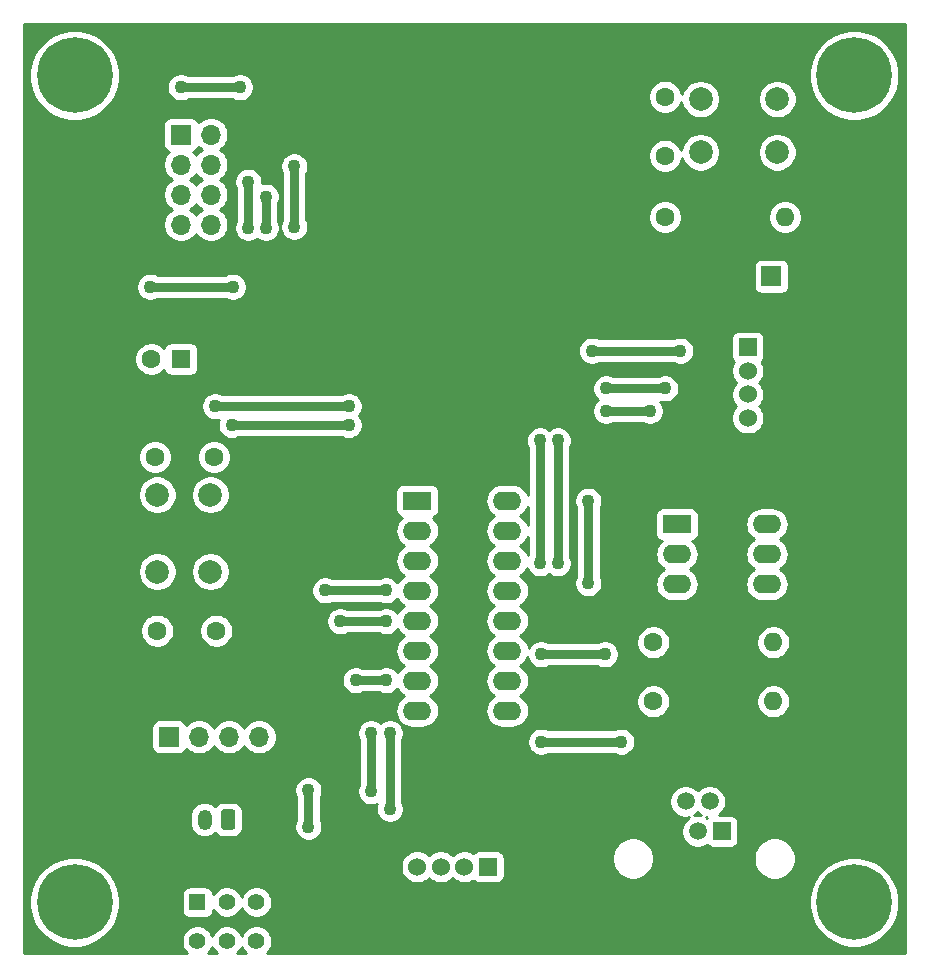
<source format=gbr>
%TF.GenerationSoftware,KiCad,Pcbnew,(5.1.8)-1*%
%TF.CreationDate,2021-01-04T15:21:09+00:00*%
%TF.ProjectId,main,6d61696e-2e6b-4696-9361-645f70636258,2.2*%
%TF.SameCoordinates,Original*%
%TF.FileFunction,Copper,L1,Top*%
%TF.FilePolarity,Positive*%
%FSLAX46Y46*%
G04 Gerber Fmt 4.6, Leading zero omitted, Abs format (unit mm)*
G04 Created by KiCad (PCBNEW (5.1.8)-1) date 2021-01-04 15:21:09*
%MOMM*%
%LPD*%
G01*
G04 APERTURE LIST*
%TA.AperFunction,ComponentPad*%
%ADD10C,1.500000*%
%TD*%
%TA.AperFunction,ComponentPad*%
%ADD11R,1.500000X1.500000*%
%TD*%
%TA.AperFunction,ComponentPad*%
%ADD12C,1.524000*%
%TD*%
%TA.AperFunction,ComponentPad*%
%ADD13R,1.524000X1.524000*%
%TD*%
%TA.AperFunction,ComponentPad*%
%ADD14C,6.400000*%
%TD*%
%TA.AperFunction,ComponentPad*%
%ADD15O,2.400000X1.600000*%
%TD*%
%TA.AperFunction,ComponentPad*%
%ADD16R,2.400000X1.600000*%
%TD*%
%TA.AperFunction,ComponentPad*%
%ADD17C,2.000000*%
%TD*%
%TA.AperFunction,ComponentPad*%
%ADD18O,1.600000X1.600000*%
%TD*%
%TA.AperFunction,ComponentPad*%
%ADD19C,1.600000*%
%TD*%
%TA.AperFunction,ComponentPad*%
%ADD20R,1.600000X1.600000*%
%TD*%
%TA.AperFunction,ComponentPad*%
%ADD21C,1.400000*%
%TD*%
%TA.AperFunction,ComponentPad*%
%ADD22R,1.400000X1.400000*%
%TD*%
%TA.AperFunction,ComponentPad*%
%ADD23O,1.700000X1.700000*%
%TD*%
%TA.AperFunction,ComponentPad*%
%ADD24R,1.700000X1.700000*%
%TD*%
%TA.AperFunction,ComponentPad*%
%ADD25O,1.200000X1.750000*%
%TD*%
%TA.AperFunction,ViaPad*%
%ADD26C,1.100000*%
%TD*%
%TA.AperFunction,Conductor*%
%ADD27C,0.800000*%
%TD*%
%TA.AperFunction,NonConductor*%
%ADD28C,0.254000*%
%TD*%
%TA.AperFunction,NonConductor*%
%ADD29C,0.100000*%
%TD*%
G04 APERTURE END LIST*
D10*
%TO.P,J7,4*%
%TO.N,Net-(J7-Pad4)*%
X166740000Y-116460000D03*
%TO.P,J7,3*%
%TO.N,/Anemometer_Out*%
X167760000Y-119000000D03*
%TO.P,J7,2*%
%TO.N,+3V3*%
X168780000Y-116460000D03*
D11*
%TO.P,J7,1*%
%TO.N,Net-(J7-Pad1)*%
X169800000Y-119000000D03*
%TD*%
D12*
%TO.P,J6,4*%
%TO.N,GND*%
X144000000Y-122000000D03*
%TO.P,J6,3*%
%TO.N,/supply_on*%
X146000000Y-122000000D03*
%TO.P,J6,2*%
%TO.N,Net-(J6-Pad2)*%
X148000000Y-122000000D03*
D13*
%TO.P,J6,1*%
%TO.N,/DHT22_Data*%
X150000000Y-122000000D03*
%TD*%
D12*
%TO.P,J5,4*%
%TO.N,GND*%
X172000000Y-84000000D03*
%TO.P,J5,3*%
%TO.N,/supply_on*%
X172000000Y-82000000D03*
%TO.P,J5,2*%
%TO.N,Net-(J5-Pad2)*%
X172000000Y-80000000D03*
D13*
%TO.P,J5,1*%
%TO.N,/Sound_Signal*%
X172000000Y-78000000D03*
%TD*%
D14*
%TO.P,H4,1*%
%TO.N,N/C*%
X115000000Y-55000000D03*
%TD*%
%TO.P,H3,1*%
%TO.N,N/C*%
X181000000Y-55000000D03*
%TD*%
%TO.P,H2,1*%
%TO.N,N/C*%
X181000000Y-125000000D03*
%TD*%
%TO.P,H1,1*%
%TO.N,N/C*%
X115000000Y-125000000D03*
%TD*%
D15*
%TO.P,U1,16*%
%TO.N,+3V3*%
X151620000Y-91000000D03*
%TO.P,U1,8*%
%TO.N,GND*%
X144000000Y-108780000D03*
%TO.P,U1,15*%
%TO.N,/Microcontroller/IO26*%
X151620000Y-93540000D03*
%TO.P,U1,7*%
%TO.N,/Microcontroller/IO17*%
X144000000Y-106240000D03*
%TO.P,U1,14*%
%TO.N,/Microcontroller/IO25*%
X151620000Y-96080000D03*
%TO.P,U1,6*%
%TO.N,/Microcontroller/I021*%
X144000000Y-103700000D03*
%TO.P,U1,13*%
%TO.N,/Microcontroller/IO22*%
X151620000Y-98620000D03*
%TO.P,U1,5*%
%TO.N,/Microcontroller/IO18*%
X144000000Y-101160000D03*
%TO.P,U1,12*%
%TO.N,/Microcontroller/IO23*%
X151620000Y-101160000D03*
%TO.P,U1,4*%
%TO.N,/Microcontroller/IO19*%
X144000000Y-98620000D03*
%TO.P,U1,11*%
%TO.N,/reset_counter*%
X151620000Y-103700000D03*
%TO.P,U1,3*%
%TO.N,/Microcontroller/IO33*%
X144000000Y-96080000D03*
%TO.P,U1,10*%
%TO.N,/Opto_Anemometer_Out*%
X151620000Y-106240000D03*
%TO.P,U1,2*%
%TO.N,/Microcontroller/IO32*%
X144000000Y-93540000D03*
%TO.P,U1,9*%
%TO.N,/Microcontroller/IO16*%
X151620000Y-108780000D03*
D16*
%TO.P,U1,1*%
%TO.N,/Microcontroller/IO27*%
X144000000Y-91000000D03*
%TD*%
D17*
%TO.P,SW3,1*%
%TO.N,GND*%
X174500000Y-57000000D03*
%TO.P,SW3,2*%
%TO.N,/Microcontroller/EN*%
X174500000Y-61500000D03*
%TO.P,SW3,1*%
%TO.N,GND*%
X168000000Y-57000000D03*
%TO.P,SW3,2*%
%TO.N,/Microcontroller/EN*%
X168000000Y-61500000D03*
%TD*%
%TO.P,SW2,1*%
%TO.N,GND*%
X122000000Y-90500000D03*
%TO.P,SW2,2*%
%TO.N,/Microcontroller/IO0*%
X126500000Y-90500000D03*
%TO.P,SW2,1*%
%TO.N,GND*%
X122000000Y-97000000D03*
%TO.P,SW2,2*%
%TO.N,/Microcontroller/IO0*%
X126500000Y-97000000D03*
%TD*%
D18*
%TO.P,R3,2*%
%TO.N,+3V3*%
X175160000Y-67000000D03*
D19*
%TO.P,R3,1*%
%TO.N,/Microcontroller/EN*%
X165000000Y-67000000D03*
%TD*%
D18*
%TO.P,R2,2*%
%TO.N,/Anemometer_Out*%
X174160000Y-108000000D03*
D19*
%TO.P,R2,1*%
%TO.N,Net-(R2-Pad1)*%
X164000000Y-108000000D03*
%TD*%
D18*
%TO.P,R1,2*%
%TO.N,/Opto_Anemometer_Out*%
X174160000Y-103000000D03*
D19*
%TO.P,R1,1*%
%TO.N,GND*%
X164000000Y-103000000D03*
%TD*%
%TO.P,C4,2*%
%TO.N,+3V3*%
X127000000Y-102000000D03*
%TO.P,C4,1*%
%TO.N,GND*%
X122000000Y-102000000D03*
%TD*%
%TO.P,C3,2*%
%TO.N,GND*%
X121500000Y-79000000D03*
D20*
%TO.P,C3,1*%
%TO.N,+3V3*%
X124000000Y-79000000D03*
%TD*%
D19*
%TO.P,C2,2*%
%TO.N,GND*%
X165000000Y-56800000D03*
%TO.P,C2,1*%
%TO.N,/Microcontroller/EN*%
X165000000Y-61800000D03*
%TD*%
%TO.P,C1,2*%
%TO.N,/Microcontroller/IO0*%
X126800000Y-87300000D03*
%TO.P,C1,1*%
%TO.N,GND*%
X121800000Y-87300000D03*
%TD*%
D21*
%TO.P,SW1,6*%
%TO.N,N/C*%
X130400000Y-128300000D03*
%TO.P,SW1,5*%
X127900000Y-128300000D03*
%TO.P,SW1,4*%
X125400000Y-128300000D03*
%TO.P,SW1,3*%
%TO.N,Net-(SW1-Pad3)*%
X130400000Y-125000000D03*
%TO.P,SW1,2*%
%TO.N,Net-(J1-Pad1)*%
X127900000Y-125000000D03*
D22*
%TO.P,SW1,1*%
%TO.N,/Vin_Buck*%
X125400000Y-125000000D03*
%TD*%
D15*
%TO.P,U2,6*%
%TO.N,Net-(U2-Pad6)*%
X173620000Y-93000000D03*
%TO.P,U2,3*%
%TO.N,Net-(U2-Pad3)*%
X166000000Y-98080000D03*
%TO.P,U2,5*%
%TO.N,+3V3*%
X173620000Y-95540000D03*
%TO.P,U2,2*%
%TO.N,GND*%
X166000000Y-95540000D03*
%TO.P,U2,4*%
%TO.N,/Opto_Anemometer_Out*%
X173620000Y-98080000D03*
D16*
%TO.P,U2,1*%
%TO.N,Net-(R2-Pad1)*%
X166000000Y-93000000D03*
%TD*%
D23*
%TO.P,J4,8*%
%TO.N,/Microcontroller/TXD0*%
X126540000Y-67620000D03*
%TO.P,J4,7*%
%TO.N,GND*%
X124000000Y-67620000D03*
%TO.P,J4,6*%
%TO.N,Net-(J4-Pad6)*%
X126540000Y-65080000D03*
%TO.P,J4,5*%
%TO.N,/Microcontroller/IO2*%
X124000000Y-65080000D03*
%TO.P,J4,4*%
%TO.N,Net-(J4-Pad4)*%
X126540000Y-62540000D03*
%TO.P,J4,3*%
%TO.N,/Microcontroller/IO0*%
X124000000Y-62540000D03*
%TO.P,J4,2*%
%TO.N,+3V3*%
X126540000Y-60000000D03*
D24*
%TO.P,J4,1*%
%TO.N,/Microcontroller/RXD0*%
X124000000Y-60000000D03*
%TD*%
%TO.P,J3,1*%
%TO.N,/Battery_status*%
X174000000Y-72000000D03*
%TD*%
D25*
%TO.P,J1,2*%
%TO.N,GND*%
X126000000Y-118000000D03*
%TO.P,J1,1*%
%TO.N,Net-(J1-Pad1)*%
%TA.AperFunction,ComponentPad*%
G36*
G01*
X128600000Y-117374999D02*
X128600000Y-118625001D01*
G75*
G02*
X128350001Y-118875000I-249999J0D01*
G01*
X127649999Y-118875000D01*
G75*
G02*
X127400000Y-118625001I0J249999D01*
G01*
X127400000Y-117374999D01*
G75*
G02*
X127649999Y-117125000I249999J0D01*
G01*
X128350001Y-117125000D01*
G75*
G02*
X128600000Y-117374999I0J-249999D01*
G01*
G37*
%TD.AperFunction*%
%TD*%
D23*
%TO.P,J2,4*%
%TO.N,+3V3*%
X130620000Y-111000000D03*
%TO.P,J2,3*%
%TO.N,GND*%
X128080000Y-111000000D03*
%TO.P,J2,2*%
%TO.N,/Vin_Buck*%
X125540000Y-111000000D03*
D24*
%TO.P,J2,1*%
%TO.N,Net-(J2-Pad1)*%
X123000000Y-111000000D03*
%TD*%
D26*
%TO.N,GND*%
X141700000Y-117100000D03*
X141700000Y-110700000D03*
X128400000Y-72900000D03*
X121400000Y-72900000D03*
%TO.N,/Microcontroller/IO0*%
X138200000Y-83000000D03*
X126900000Y-83000000D03*
%TO.N,+3V3*%
X134800000Y-115500000D03*
X134800000Y-118600000D03*
X158500000Y-91000000D03*
X158500000Y-98000000D03*
%TO.N,/DHT22_Data*%
X155900000Y-96300000D03*
X155900000Y-85900000D03*
%TO.N,/Microcontroller/IO2*%
X138200000Y-84600000D03*
X128300000Y-84600000D03*
%TO.N,/Microcontroller/RXD0*%
X124000000Y-56000000D03*
X129000000Y-56000000D03*
X133600000Y-67805000D03*
X133600000Y-62700000D03*
%TO.N,/Microcontroller/IO23*%
X129700000Y-67900000D03*
X129700000Y-64000000D03*
%TO.N,/Microcontroller/IO22*%
X131200000Y-67900000D03*
X131200000Y-65250000D03*
%TO.N,/Microcontroller/IO19*%
X136200000Y-98600000D03*
X141400000Y-98600000D03*
%TO.N,/Microcontroller/IO17*%
X138800000Y-106200000D03*
X141400000Y-106200000D03*
%TO.N,/Microcontroller/IO16*%
X140100000Y-110700000D03*
X140100000Y-115600000D03*
%TO.N,/Microcontroller/IO33*%
X160000000Y-83400000D03*
X163700000Y-83400000D03*
%TO.N,/Microcontroller/IO32*%
X160000000Y-81500000D03*
X165000000Y-81500000D03*
%TO.N,/supply_on*%
X166300000Y-78300000D03*
X158800000Y-78300000D03*
X161300000Y-111400000D03*
X154500000Y-111400000D03*
%TO.N,/Opto_Anemometer_Out*%
X159900000Y-104000000D03*
X154500000Y-104000000D03*
%TO.N,/Microcontroller/IO18*%
X137500000Y-101200000D03*
X141400000Y-101200000D03*
%TO.N,/reset_counter*%
X154400000Y-96300000D03*
X154400000Y-85900000D03*
%TD*%
D27*
%TO.N,GND*%
X141700000Y-117100000D02*
X141700000Y-110700000D01*
X128400000Y-72900000D02*
X121400000Y-72900000D01*
%TO.N,/Microcontroller/IO0*%
X138200000Y-83000000D02*
X126900000Y-83000000D01*
%TO.N,+3V3*%
X134800000Y-118600000D02*
X134800000Y-115500000D01*
X158500000Y-91000000D02*
X158500000Y-98000000D01*
%TO.N,/DHT22_Data*%
X155900000Y-96300000D02*
X155900000Y-85900000D01*
%TO.N,/Microcontroller/IO2*%
X138200000Y-84600000D02*
X128300000Y-84600000D01*
%TO.N,/Microcontroller/RXD0*%
X124000000Y-56000000D02*
X129000000Y-56000000D01*
X133600000Y-67805000D02*
X133600000Y-62700000D01*
%TO.N,/Microcontroller/IO23*%
X129700000Y-67900000D02*
X129700000Y-64000000D01*
%TO.N,/Microcontroller/IO22*%
X131200000Y-67900000D02*
X131200000Y-65250000D01*
%TO.N,/Microcontroller/IO19*%
X136200000Y-98600000D02*
X141400000Y-98600000D01*
%TO.N,/Microcontroller/IO17*%
X138800000Y-106200000D02*
X141400000Y-106200000D01*
%TO.N,/Microcontroller/IO16*%
X140100000Y-110700000D02*
X140100000Y-115600000D01*
%TO.N,/Microcontroller/IO33*%
X160000000Y-83400000D02*
X163700000Y-83400000D01*
%TO.N,/Microcontroller/IO32*%
X160000000Y-81500000D02*
X165000000Y-81500000D01*
%TO.N,/supply_on*%
X166300000Y-78300000D02*
X158800000Y-78300000D01*
X161300000Y-111400000D02*
X154500000Y-111400000D01*
%TO.N,/Opto_Anemometer_Out*%
X154500000Y-104000000D02*
X159900000Y-104000000D01*
%TO.N,/Microcontroller/IO18*%
X137500000Y-101200000D02*
X141400000Y-101200000D01*
%TO.N,/reset_counter*%
X154400000Y-96300000D02*
X154400000Y-85900000D01*
%TD*%
D28*
X129216939Y-128932359D02*
X129363038Y-129151013D01*
X129527025Y-129315000D01*
X128772975Y-129315000D01*
X128936962Y-129151013D01*
X129083061Y-128932359D01*
X129150000Y-128770754D01*
X129216939Y-128932359D01*
%TA.AperFunction,NonConductor*%
D29*
G36*
X129216939Y-128932359D02*
G01*
X129363038Y-129151013D01*
X129527025Y-129315000D01*
X128772975Y-129315000D01*
X128936962Y-129151013D01*
X129083061Y-128932359D01*
X129150000Y-128770754D01*
X129216939Y-128932359D01*
G37*
%TD.AperFunction*%
D28*
X126716939Y-128932359D02*
X126863038Y-129151013D01*
X127027025Y-129315000D01*
X126272975Y-129315000D01*
X126436962Y-129151013D01*
X126583061Y-128932359D01*
X126650000Y-128770754D01*
X126716939Y-128932359D01*
%TA.AperFunction,NonConductor*%
D29*
G36*
X126716939Y-128932359D02*
G01*
X126863038Y-129151013D01*
X127027025Y-129315000D01*
X126272975Y-129315000D01*
X126436962Y-129151013D01*
X126583061Y-128932359D01*
X126650000Y-128770754D01*
X126716939Y-128932359D01*
G37*
%TD.AperFunction*%
D28*
X185315001Y-129315000D02*
X131272975Y-129315000D01*
X131436962Y-129151013D01*
X131583061Y-128932359D01*
X131683696Y-128689405D01*
X131735000Y-128431486D01*
X131735000Y-128168514D01*
X131683696Y-127910595D01*
X131583061Y-127667641D01*
X131436962Y-127448987D01*
X131251013Y-127263038D01*
X131032359Y-127116939D01*
X130789405Y-127016304D01*
X130531486Y-126965000D01*
X130268514Y-126965000D01*
X130010595Y-127016304D01*
X129767641Y-127116939D01*
X129548987Y-127263038D01*
X129363038Y-127448987D01*
X129216939Y-127667641D01*
X129150000Y-127829246D01*
X129083061Y-127667641D01*
X128936962Y-127448987D01*
X128751013Y-127263038D01*
X128532359Y-127116939D01*
X128289405Y-127016304D01*
X128031486Y-126965000D01*
X127768514Y-126965000D01*
X127510595Y-127016304D01*
X127267641Y-127116939D01*
X127048987Y-127263038D01*
X126863038Y-127448987D01*
X126716939Y-127667641D01*
X126650000Y-127829246D01*
X126583061Y-127667641D01*
X126436962Y-127448987D01*
X126251013Y-127263038D01*
X126032359Y-127116939D01*
X125789405Y-127016304D01*
X125531486Y-126965000D01*
X125268514Y-126965000D01*
X125010595Y-127016304D01*
X124767641Y-127116939D01*
X124548987Y-127263038D01*
X124363038Y-127448987D01*
X124216939Y-127667641D01*
X124116304Y-127910595D01*
X124065000Y-128168514D01*
X124065000Y-128431486D01*
X124116304Y-128689405D01*
X124216939Y-128932359D01*
X124363038Y-129151013D01*
X124527025Y-129315000D01*
X110685000Y-129315000D01*
X110685000Y-124622285D01*
X111165000Y-124622285D01*
X111165000Y-125377715D01*
X111312377Y-126118628D01*
X111601467Y-126816554D01*
X112021161Y-127444670D01*
X112555330Y-127978839D01*
X113183446Y-128398533D01*
X113881372Y-128687623D01*
X114622285Y-128835000D01*
X115377715Y-128835000D01*
X116118628Y-128687623D01*
X116816554Y-128398533D01*
X117444670Y-127978839D01*
X117978839Y-127444670D01*
X118398533Y-126816554D01*
X118687623Y-126118628D01*
X118835000Y-125377715D01*
X118835000Y-124622285D01*
X118770894Y-124300000D01*
X124061928Y-124300000D01*
X124061928Y-125700000D01*
X124074188Y-125824482D01*
X124110498Y-125944180D01*
X124169463Y-126054494D01*
X124248815Y-126151185D01*
X124345506Y-126230537D01*
X124455820Y-126289502D01*
X124575518Y-126325812D01*
X124700000Y-126338072D01*
X126100000Y-126338072D01*
X126224482Y-126325812D01*
X126344180Y-126289502D01*
X126454494Y-126230537D01*
X126551185Y-126151185D01*
X126630537Y-126054494D01*
X126689502Y-125944180D01*
X126725812Y-125824482D01*
X126738072Y-125700000D01*
X126738072Y-125663987D01*
X126863038Y-125851013D01*
X127048987Y-126036962D01*
X127267641Y-126183061D01*
X127510595Y-126283696D01*
X127768514Y-126335000D01*
X128031486Y-126335000D01*
X128289405Y-126283696D01*
X128532359Y-126183061D01*
X128751013Y-126036962D01*
X128936962Y-125851013D01*
X129083061Y-125632359D01*
X129150000Y-125470754D01*
X129216939Y-125632359D01*
X129363038Y-125851013D01*
X129548987Y-126036962D01*
X129767641Y-126183061D01*
X130010595Y-126283696D01*
X130268514Y-126335000D01*
X130531486Y-126335000D01*
X130789405Y-126283696D01*
X131032359Y-126183061D01*
X131251013Y-126036962D01*
X131436962Y-125851013D01*
X131583061Y-125632359D01*
X131683696Y-125389405D01*
X131735000Y-125131486D01*
X131735000Y-124868514D01*
X131686022Y-124622285D01*
X177165000Y-124622285D01*
X177165000Y-125377715D01*
X177312377Y-126118628D01*
X177601467Y-126816554D01*
X178021161Y-127444670D01*
X178555330Y-127978839D01*
X179183446Y-128398533D01*
X179881372Y-128687623D01*
X180622285Y-128835000D01*
X181377715Y-128835000D01*
X182118628Y-128687623D01*
X182816554Y-128398533D01*
X183444670Y-127978839D01*
X183978839Y-127444670D01*
X184398533Y-126816554D01*
X184687623Y-126118628D01*
X184835000Y-125377715D01*
X184835000Y-124622285D01*
X184687623Y-123881372D01*
X184398533Y-123183446D01*
X183978839Y-122555330D01*
X183444670Y-122021161D01*
X182816554Y-121601467D01*
X182118628Y-121312377D01*
X181377715Y-121165000D01*
X180622285Y-121165000D01*
X179881372Y-121312377D01*
X179183446Y-121601467D01*
X178555330Y-122021161D01*
X178021161Y-122555330D01*
X177601467Y-123183446D01*
X177312377Y-123881372D01*
X177165000Y-124622285D01*
X131686022Y-124622285D01*
X131683696Y-124610595D01*
X131583061Y-124367641D01*
X131436962Y-124148987D01*
X131251013Y-123963038D01*
X131032359Y-123816939D01*
X130789405Y-123716304D01*
X130531486Y-123665000D01*
X130268514Y-123665000D01*
X130010595Y-123716304D01*
X129767641Y-123816939D01*
X129548987Y-123963038D01*
X129363038Y-124148987D01*
X129216939Y-124367641D01*
X129150000Y-124529246D01*
X129083061Y-124367641D01*
X128936962Y-124148987D01*
X128751013Y-123963038D01*
X128532359Y-123816939D01*
X128289405Y-123716304D01*
X128031486Y-123665000D01*
X127768514Y-123665000D01*
X127510595Y-123716304D01*
X127267641Y-123816939D01*
X127048987Y-123963038D01*
X126863038Y-124148987D01*
X126738072Y-124336013D01*
X126738072Y-124300000D01*
X126725812Y-124175518D01*
X126689502Y-124055820D01*
X126630537Y-123945506D01*
X126551185Y-123848815D01*
X126454494Y-123769463D01*
X126344180Y-123710498D01*
X126224482Y-123674188D01*
X126100000Y-123661928D01*
X124700000Y-123661928D01*
X124575518Y-123674188D01*
X124455820Y-123710498D01*
X124345506Y-123769463D01*
X124248815Y-123848815D01*
X124169463Y-123945506D01*
X124110498Y-124055820D01*
X124074188Y-124175518D01*
X124061928Y-124300000D01*
X118770894Y-124300000D01*
X118687623Y-123881372D01*
X118398533Y-123183446D01*
X117978839Y-122555330D01*
X117444670Y-122021161D01*
X117207080Y-121862408D01*
X142603000Y-121862408D01*
X142603000Y-122137592D01*
X142656686Y-122407490D01*
X142761995Y-122661727D01*
X142914880Y-122890535D01*
X143109465Y-123085120D01*
X143338273Y-123238005D01*
X143592510Y-123343314D01*
X143862408Y-123397000D01*
X144137592Y-123397000D01*
X144407490Y-123343314D01*
X144661727Y-123238005D01*
X144890535Y-123085120D01*
X145000000Y-122975655D01*
X145109465Y-123085120D01*
X145338273Y-123238005D01*
X145592510Y-123343314D01*
X145862408Y-123397000D01*
X146137592Y-123397000D01*
X146407490Y-123343314D01*
X146661727Y-123238005D01*
X146890535Y-123085120D01*
X147000000Y-122975655D01*
X147109465Y-123085120D01*
X147338273Y-123238005D01*
X147592510Y-123343314D01*
X147862408Y-123397000D01*
X148137592Y-123397000D01*
X148407490Y-123343314D01*
X148661727Y-123238005D01*
X148755670Y-123175234D01*
X148786815Y-123213185D01*
X148883506Y-123292537D01*
X148993820Y-123351502D01*
X149113518Y-123387812D01*
X149238000Y-123400072D01*
X150762000Y-123400072D01*
X150886482Y-123387812D01*
X151006180Y-123351502D01*
X151116494Y-123292537D01*
X151213185Y-123213185D01*
X151292537Y-123116494D01*
X151351502Y-123006180D01*
X151387812Y-122886482D01*
X151400072Y-122762000D01*
X151400072Y-121238000D01*
X151388864Y-121124193D01*
X160485000Y-121124193D01*
X160485000Y-121475807D01*
X160553596Y-121820665D01*
X160688153Y-122145515D01*
X160883500Y-122437871D01*
X161132129Y-122686500D01*
X161424485Y-122881847D01*
X161749335Y-123016404D01*
X162094193Y-123085000D01*
X162445807Y-123085000D01*
X162790665Y-123016404D01*
X163115515Y-122881847D01*
X163407871Y-122686500D01*
X163656500Y-122437871D01*
X163851847Y-122145515D01*
X163986404Y-121820665D01*
X164055000Y-121475807D01*
X164055000Y-121124193D01*
X172485000Y-121124193D01*
X172485000Y-121475807D01*
X172553596Y-121820665D01*
X172688153Y-122145515D01*
X172883500Y-122437871D01*
X173132129Y-122686500D01*
X173424485Y-122881847D01*
X173749335Y-123016404D01*
X174094193Y-123085000D01*
X174445807Y-123085000D01*
X174790665Y-123016404D01*
X175115515Y-122881847D01*
X175407871Y-122686500D01*
X175656500Y-122437871D01*
X175851847Y-122145515D01*
X175986404Y-121820665D01*
X176055000Y-121475807D01*
X176055000Y-121124193D01*
X175986404Y-120779335D01*
X175851847Y-120454485D01*
X175656500Y-120162129D01*
X175407871Y-119913500D01*
X175115515Y-119718153D01*
X174790665Y-119583596D01*
X174445807Y-119515000D01*
X174094193Y-119515000D01*
X173749335Y-119583596D01*
X173424485Y-119718153D01*
X173132129Y-119913500D01*
X172883500Y-120162129D01*
X172688153Y-120454485D01*
X172553596Y-120779335D01*
X172485000Y-121124193D01*
X164055000Y-121124193D01*
X163986404Y-120779335D01*
X163851847Y-120454485D01*
X163656500Y-120162129D01*
X163407871Y-119913500D01*
X163115515Y-119718153D01*
X162790665Y-119583596D01*
X162445807Y-119515000D01*
X162094193Y-119515000D01*
X161749335Y-119583596D01*
X161424485Y-119718153D01*
X161132129Y-119913500D01*
X160883500Y-120162129D01*
X160688153Y-120454485D01*
X160553596Y-120779335D01*
X160485000Y-121124193D01*
X151388864Y-121124193D01*
X151387812Y-121113518D01*
X151351502Y-120993820D01*
X151292537Y-120883506D01*
X151213185Y-120786815D01*
X151116494Y-120707463D01*
X151006180Y-120648498D01*
X150886482Y-120612188D01*
X150762000Y-120599928D01*
X149238000Y-120599928D01*
X149113518Y-120612188D01*
X148993820Y-120648498D01*
X148883506Y-120707463D01*
X148786815Y-120786815D01*
X148755670Y-120824766D01*
X148661727Y-120761995D01*
X148407490Y-120656686D01*
X148137592Y-120603000D01*
X147862408Y-120603000D01*
X147592510Y-120656686D01*
X147338273Y-120761995D01*
X147109465Y-120914880D01*
X147000000Y-121024345D01*
X146890535Y-120914880D01*
X146661727Y-120761995D01*
X146407490Y-120656686D01*
X146137592Y-120603000D01*
X145862408Y-120603000D01*
X145592510Y-120656686D01*
X145338273Y-120761995D01*
X145109465Y-120914880D01*
X145000000Y-121024345D01*
X144890535Y-120914880D01*
X144661727Y-120761995D01*
X144407490Y-120656686D01*
X144137592Y-120603000D01*
X143862408Y-120603000D01*
X143592510Y-120656686D01*
X143338273Y-120761995D01*
X143109465Y-120914880D01*
X142914880Y-121109465D01*
X142761995Y-121338273D01*
X142656686Y-121592510D01*
X142603000Y-121862408D01*
X117207080Y-121862408D01*
X116816554Y-121601467D01*
X116118628Y-121312377D01*
X115377715Y-121165000D01*
X114622285Y-121165000D01*
X113881372Y-121312377D01*
X113183446Y-121601467D01*
X112555330Y-122021161D01*
X112021161Y-122555330D01*
X111601467Y-123183446D01*
X111312377Y-123881372D01*
X111165000Y-124622285D01*
X110685000Y-124622285D01*
X110685000Y-117664335D01*
X124765000Y-117664335D01*
X124765000Y-118335664D01*
X124782870Y-118517101D01*
X124853489Y-118749900D01*
X124968167Y-118964448D01*
X125122498Y-119152502D01*
X125310551Y-119306833D01*
X125525099Y-119421511D01*
X125757898Y-119492130D01*
X126000000Y-119515975D01*
X126242101Y-119492130D01*
X126474900Y-119421511D01*
X126689448Y-119306833D01*
X126877502Y-119152502D01*
X126909191Y-119113889D01*
X126911595Y-119118387D01*
X127022038Y-119252962D01*
X127156613Y-119363405D01*
X127310149Y-119445472D01*
X127476745Y-119496008D01*
X127649999Y-119513072D01*
X128350001Y-119513072D01*
X128523255Y-119496008D01*
X128689851Y-119445472D01*
X128843387Y-119363405D01*
X128977962Y-119252962D01*
X129088405Y-119118387D01*
X129170472Y-118964851D01*
X129221008Y-118798255D01*
X129238072Y-118625001D01*
X129238072Y-117374999D01*
X129221008Y-117201745D01*
X129170472Y-117035149D01*
X129088405Y-116881613D01*
X128977962Y-116747038D01*
X128843387Y-116636595D01*
X128689851Y-116554528D01*
X128523255Y-116503992D01*
X128350001Y-116486928D01*
X127649999Y-116486928D01*
X127476745Y-116503992D01*
X127310149Y-116554528D01*
X127156613Y-116636595D01*
X127022038Y-116747038D01*
X126911595Y-116881613D01*
X126909191Y-116886111D01*
X126877502Y-116847498D01*
X126689449Y-116693167D01*
X126474901Y-116578489D01*
X126242102Y-116507870D01*
X126000000Y-116484025D01*
X125757899Y-116507870D01*
X125525100Y-116578489D01*
X125310552Y-116693167D01*
X125122499Y-116847498D01*
X124968168Y-117035551D01*
X124853489Y-117250099D01*
X124782870Y-117482898D01*
X124765000Y-117664335D01*
X110685000Y-117664335D01*
X110685000Y-115383288D01*
X133615000Y-115383288D01*
X133615000Y-115616712D01*
X133660539Y-115845652D01*
X133749866Y-116061308D01*
X133765001Y-116083959D01*
X133765000Y-118016042D01*
X133749866Y-118038692D01*
X133660539Y-118254348D01*
X133615000Y-118483288D01*
X133615000Y-118716712D01*
X133660539Y-118945652D01*
X133749866Y-119161308D01*
X133879550Y-119355394D01*
X134044606Y-119520450D01*
X134238692Y-119650134D01*
X134454348Y-119739461D01*
X134683288Y-119785000D01*
X134916712Y-119785000D01*
X135145652Y-119739461D01*
X135361308Y-119650134D01*
X135555394Y-119520450D01*
X135720450Y-119355394D01*
X135850134Y-119161308D01*
X135939461Y-118945652D01*
X135985000Y-118716712D01*
X135985000Y-118483288D01*
X135939461Y-118254348D01*
X135850134Y-118038692D01*
X135835000Y-118016042D01*
X135835000Y-116083958D01*
X135850134Y-116061308D01*
X135939461Y-115845652D01*
X135985000Y-115616712D01*
X135985000Y-115383288D01*
X135939461Y-115154348D01*
X135850134Y-114938692D01*
X135720450Y-114744606D01*
X135555394Y-114579550D01*
X135361308Y-114449866D01*
X135145652Y-114360539D01*
X134916712Y-114315000D01*
X134683288Y-114315000D01*
X134454348Y-114360539D01*
X134238692Y-114449866D01*
X134044606Y-114579550D01*
X133879550Y-114744606D01*
X133749866Y-114938692D01*
X133660539Y-115154348D01*
X133615000Y-115383288D01*
X110685000Y-115383288D01*
X110685000Y-110150000D01*
X121511928Y-110150000D01*
X121511928Y-111850000D01*
X121524188Y-111974482D01*
X121560498Y-112094180D01*
X121619463Y-112204494D01*
X121698815Y-112301185D01*
X121795506Y-112380537D01*
X121905820Y-112439502D01*
X122025518Y-112475812D01*
X122150000Y-112488072D01*
X123850000Y-112488072D01*
X123974482Y-112475812D01*
X124094180Y-112439502D01*
X124204494Y-112380537D01*
X124301185Y-112301185D01*
X124380537Y-112204494D01*
X124439502Y-112094180D01*
X124461513Y-112021620D01*
X124593368Y-112153475D01*
X124836589Y-112315990D01*
X125106842Y-112427932D01*
X125393740Y-112485000D01*
X125686260Y-112485000D01*
X125973158Y-112427932D01*
X126243411Y-112315990D01*
X126486632Y-112153475D01*
X126693475Y-111946632D01*
X126810000Y-111772240D01*
X126926525Y-111946632D01*
X127133368Y-112153475D01*
X127376589Y-112315990D01*
X127646842Y-112427932D01*
X127933740Y-112485000D01*
X128226260Y-112485000D01*
X128513158Y-112427932D01*
X128783411Y-112315990D01*
X129026632Y-112153475D01*
X129233475Y-111946632D01*
X129350000Y-111772240D01*
X129466525Y-111946632D01*
X129673368Y-112153475D01*
X129916589Y-112315990D01*
X130186842Y-112427932D01*
X130473740Y-112485000D01*
X130766260Y-112485000D01*
X131053158Y-112427932D01*
X131323411Y-112315990D01*
X131566632Y-112153475D01*
X131773475Y-111946632D01*
X131935990Y-111703411D01*
X132047932Y-111433158D01*
X132105000Y-111146260D01*
X132105000Y-110853740D01*
X132051204Y-110583288D01*
X138915000Y-110583288D01*
X138915000Y-110816712D01*
X138960539Y-111045652D01*
X139049866Y-111261308D01*
X139065000Y-111283958D01*
X139065001Y-115016041D01*
X139049866Y-115038692D01*
X138960539Y-115254348D01*
X138915000Y-115483288D01*
X138915000Y-115716712D01*
X138960539Y-115945652D01*
X139049866Y-116161308D01*
X139179550Y-116355394D01*
X139344606Y-116520450D01*
X139538692Y-116650134D01*
X139754348Y-116739461D01*
X139983288Y-116785000D01*
X140216712Y-116785000D01*
X140445652Y-116739461D01*
X140591776Y-116678935D01*
X140560539Y-116754348D01*
X140515000Y-116983288D01*
X140515000Y-117216712D01*
X140560539Y-117445652D01*
X140649866Y-117661308D01*
X140779550Y-117855394D01*
X140944606Y-118020450D01*
X141138692Y-118150134D01*
X141354348Y-118239461D01*
X141583288Y-118285000D01*
X141816712Y-118285000D01*
X142045652Y-118239461D01*
X142261308Y-118150134D01*
X142455394Y-118020450D01*
X142620450Y-117855394D01*
X142750134Y-117661308D01*
X142839461Y-117445652D01*
X142885000Y-117216712D01*
X142885000Y-116983288D01*
X142839461Y-116754348D01*
X142750134Y-116538692D01*
X142735000Y-116516042D01*
X142735000Y-116323589D01*
X165355000Y-116323589D01*
X165355000Y-116596411D01*
X165408225Y-116863989D01*
X165512629Y-117116043D01*
X165664201Y-117342886D01*
X165857114Y-117535799D01*
X166083957Y-117687371D01*
X166336011Y-117791775D01*
X166603589Y-117845000D01*
X166876411Y-117845000D01*
X167046188Y-117811229D01*
X166877114Y-117924201D01*
X166684201Y-118117114D01*
X166532629Y-118343957D01*
X166428225Y-118596011D01*
X166375000Y-118863589D01*
X166375000Y-119136411D01*
X166428225Y-119403989D01*
X166532629Y-119656043D01*
X166684201Y-119882886D01*
X166877114Y-120075799D01*
X167103957Y-120227371D01*
X167356011Y-120331775D01*
X167623589Y-120385000D01*
X167896411Y-120385000D01*
X168163989Y-120331775D01*
X168416043Y-120227371D01*
X168547965Y-120139224D01*
X168598815Y-120201185D01*
X168695506Y-120280537D01*
X168805820Y-120339502D01*
X168925518Y-120375812D01*
X169050000Y-120388072D01*
X170550000Y-120388072D01*
X170674482Y-120375812D01*
X170794180Y-120339502D01*
X170904494Y-120280537D01*
X171001185Y-120201185D01*
X171080537Y-120104494D01*
X171139502Y-119994180D01*
X171175812Y-119874482D01*
X171188072Y-119750000D01*
X171188072Y-118250000D01*
X171175812Y-118125518D01*
X171139502Y-118005820D01*
X171080537Y-117895506D01*
X171001185Y-117798815D01*
X170904494Y-117719463D01*
X170794180Y-117660498D01*
X170674482Y-117624188D01*
X170550000Y-117611928D01*
X169548951Y-117611928D01*
X169662886Y-117535799D01*
X169855799Y-117342886D01*
X170007371Y-117116043D01*
X170111775Y-116863989D01*
X170165000Y-116596411D01*
X170165000Y-116323589D01*
X170111775Y-116056011D01*
X170007371Y-115803957D01*
X169855799Y-115577114D01*
X169662886Y-115384201D01*
X169436043Y-115232629D01*
X169183989Y-115128225D01*
X168916411Y-115075000D01*
X168643589Y-115075000D01*
X168376011Y-115128225D01*
X168123957Y-115232629D01*
X167897114Y-115384201D01*
X167760000Y-115521315D01*
X167622886Y-115384201D01*
X167396043Y-115232629D01*
X167143989Y-115128225D01*
X166876411Y-115075000D01*
X166603589Y-115075000D01*
X166336011Y-115128225D01*
X166083957Y-115232629D01*
X165857114Y-115384201D01*
X165664201Y-115577114D01*
X165512629Y-115803957D01*
X165408225Y-116056011D01*
X165355000Y-116323589D01*
X142735000Y-116323589D01*
X142735000Y-111283958D01*
X142735447Y-111283288D01*
X153315000Y-111283288D01*
X153315000Y-111516712D01*
X153360539Y-111745652D01*
X153449866Y-111961308D01*
X153579550Y-112155394D01*
X153744606Y-112320450D01*
X153938692Y-112450134D01*
X154154348Y-112539461D01*
X154383288Y-112585000D01*
X154616712Y-112585000D01*
X154845652Y-112539461D01*
X155061308Y-112450134D01*
X155083958Y-112435000D01*
X160716042Y-112435000D01*
X160738692Y-112450134D01*
X160954348Y-112539461D01*
X161183288Y-112585000D01*
X161416712Y-112585000D01*
X161645652Y-112539461D01*
X161861308Y-112450134D01*
X162055394Y-112320450D01*
X162220450Y-112155394D01*
X162350134Y-111961308D01*
X162439461Y-111745652D01*
X162485000Y-111516712D01*
X162485000Y-111283288D01*
X162439461Y-111054348D01*
X162350134Y-110838692D01*
X162220450Y-110644606D01*
X162055394Y-110479550D01*
X161861308Y-110349866D01*
X161645652Y-110260539D01*
X161416712Y-110215000D01*
X161183288Y-110215000D01*
X160954348Y-110260539D01*
X160738692Y-110349866D01*
X160716042Y-110365000D01*
X155083958Y-110365000D01*
X155061308Y-110349866D01*
X154845652Y-110260539D01*
X154616712Y-110215000D01*
X154383288Y-110215000D01*
X154154348Y-110260539D01*
X153938692Y-110349866D01*
X153744606Y-110479550D01*
X153579550Y-110644606D01*
X153449866Y-110838692D01*
X153360539Y-111054348D01*
X153315000Y-111283288D01*
X142735447Y-111283288D01*
X142750134Y-111261308D01*
X142839461Y-111045652D01*
X142885000Y-110816712D01*
X142885000Y-110583288D01*
X142839461Y-110354348D01*
X142750134Y-110138692D01*
X142620450Y-109944606D01*
X142455394Y-109779550D01*
X142261308Y-109649866D01*
X142045652Y-109560539D01*
X141816712Y-109515000D01*
X141583288Y-109515000D01*
X141354348Y-109560539D01*
X141138692Y-109649866D01*
X140944606Y-109779550D01*
X140900000Y-109824156D01*
X140855394Y-109779550D01*
X140661308Y-109649866D01*
X140445652Y-109560539D01*
X140216712Y-109515000D01*
X139983288Y-109515000D01*
X139754348Y-109560539D01*
X139538692Y-109649866D01*
X139344606Y-109779550D01*
X139179550Y-109944606D01*
X139049866Y-110138692D01*
X138960539Y-110354348D01*
X138915000Y-110583288D01*
X132051204Y-110583288D01*
X132047932Y-110566842D01*
X131935990Y-110296589D01*
X131773475Y-110053368D01*
X131566632Y-109846525D01*
X131323411Y-109684010D01*
X131053158Y-109572068D01*
X130766260Y-109515000D01*
X130473740Y-109515000D01*
X130186842Y-109572068D01*
X129916589Y-109684010D01*
X129673368Y-109846525D01*
X129466525Y-110053368D01*
X129350000Y-110227760D01*
X129233475Y-110053368D01*
X129026632Y-109846525D01*
X128783411Y-109684010D01*
X128513158Y-109572068D01*
X128226260Y-109515000D01*
X127933740Y-109515000D01*
X127646842Y-109572068D01*
X127376589Y-109684010D01*
X127133368Y-109846525D01*
X126926525Y-110053368D01*
X126810000Y-110227760D01*
X126693475Y-110053368D01*
X126486632Y-109846525D01*
X126243411Y-109684010D01*
X125973158Y-109572068D01*
X125686260Y-109515000D01*
X125393740Y-109515000D01*
X125106842Y-109572068D01*
X124836589Y-109684010D01*
X124593368Y-109846525D01*
X124461513Y-109978380D01*
X124439502Y-109905820D01*
X124380537Y-109795506D01*
X124301185Y-109698815D01*
X124204494Y-109619463D01*
X124094180Y-109560498D01*
X123974482Y-109524188D01*
X123850000Y-109511928D01*
X122150000Y-109511928D01*
X122025518Y-109524188D01*
X121905820Y-109560498D01*
X121795506Y-109619463D01*
X121698815Y-109698815D01*
X121619463Y-109795506D01*
X121560498Y-109905820D01*
X121524188Y-110025518D01*
X121511928Y-110150000D01*
X110685000Y-110150000D01*
X110685000Y-101858665D01*
X120565000Y-101858665D01*
X120565000Y-102141335D01*
X120620147Y-102418574D01*
X120728320Y-102679727D01*
X120885363Y-102914759D01*
X121085241Y-103114637D01*
X121320273Y-103271680D01*
X121581426Y-103379853D01*
X121858665Y-103435000D01*
X122141335Y-103435000D01*
X122418574Y-103379853D01*
X122679727Y-103271680D01*
X122914759Y-103114637D01*
X123114637Y-102914759D01*
X123271680Y-102679727D01*
X123379853Y-102418574D01*
X123435000Y-102141335D01*
X123435000Y-101858665D01*
X125565000Y-101858665D01*
X125565000Y-102141335D01*
X125620147Y-102418574D01*
X125728320Y-102679727D01*
X125885363Y-102914759D01*
X126085241Y-103114637D01*
X126320273Y-103271680D01*
X126581426Y-103379853D01*
X126858665Y-103435000D01*
X127141335Y-103435000D01*
X127418574Y-103379853D01*
X127679727Y-103271680D01*
X127914759Y-103114637D01*
X128114637Y-102914759D01*
X128271680Y-102679727D01*
X128379853Y-102418574D01*
X128435000Y-102141335D01*
X128435000Y-101858665D01*
X128379853Y-101581426D01*
X128271680Y-101320273D01*
X128114637Y-101085241D01*
X127914759Y-100885363D01*
X127679727Y-100728320D01*
X127418574Y-100620147D01*
X127141335Y-100565000D01*
X126858665Y-100565000D01*
X126581426Y-100620147D01*
X126320273Y-100728320D01*
X126085241Y-100885363D01*
X125885363Y-101085241D01*
X125728320Y-101320273D01*
X125620147Y-101581426D01*
X125565000Y-101858665D01*
X123435000Y-101858665D01*
X123379853Y-101581426D01*
X123271680Y-101320273D01*
X123114637Y-101085241D01*
X122914759Y-100885363D01*
X122679727Y-100728320D01*
X122418574Y-100620147D01*
X122141335Y-100565000D01*
X121858665Y-100565000D01*
X121581426Y-100620147D01*
X121320273Y-100728320D01*
X121085241Y-100885363D01*
X120885363Y-101085241D01*
X120728320Y-101320273D01*
X120620147Y-101581426D01*
X120565000Y-101858665D01*
X110685000Y-101858665D01*
X110685000Y-96838967D01*
X120365000Y-96838967D01*
X120365000Y-97161033D01*
X120427832Y-97476912D01*
X120551082Y-97774463D01*
X120730013Y-98042252D01*
X120957748Y-98269987D01*
X121225537Y-98448918D01*
X121523088Y-98572168D01*
X121838967Y-98635000D01*
X122161033Y-98635000D01*
X122476912Y-98572168D01*
X122774463Y-98448918D01*
X123042252Y-98269987D01*
X123269987Y-98042252D01*
X123448918Y-97774463D01*
X123572168Y-97476912D01*
X123635000Y-97161033D01*
X123635000Y-96838967D01*
X124865000Y-96838967D01*
X124865000Y-97161033D01*
X124927832Y-97476912D01*
X125051082Y-97774463D01*
X125230013Y-98042252D01*
X125457748Y-98269987D01*
X125725537Y-98448918D01*
X126023088Y-98572168D01*
X126338967Y-98635000D01*
X126661033Y-98635000D01*
X126976912Y-98572168D01*
X127191486Y-98483288D01*
X135015000Y-98483288D01*
X135015000Y-98716712D01*
X135060539Y-98945652D01*
X135149866Y-99161308D01*
X135279550Y-99355394D01*
X135444606Y-99520450D01*
X135638692Y-99650134D01*
X135854348Y-99739461D01*
X136083288Y-99785000D01*
X136316712Y-99785000D01*
X136545652Y-99739461D01*
X136761308Y-99650134D01*
X136783958Y-99635000D01*
X140816042Y-99635000D01*
X140838692Y-99650134D01*
X141054348Y-99739461D01*
X141283288Y-99785000D01*
X141516712Y-99785000D01*
X141745652Y-99739461D01*
X141961308Y-99650134D01*
X142155394Y-99520450D01*
X142320450Y-99355394D01*
X142345727Y-99317565D01*
X142401068Y-99421101D01*
X142580392Y-99639608D01*
X142798899Y-99818932D01*
X142931858Y-99890000D01*
X142798899Y-99961068D01*
X142580392Y-100140392D01*
X142401068Y-100358899D01*
X142339788Y-100473547D01*
X142320450Y-100444606D01*
X142155394Y-100279550D01*
X141961308Y-100149866D01*
X141745652Y-100060539D01*
X141516712Y-100015000D01*
X141283288Y-100015000D01*
X141054348Y-100060539D01*
X140838692Y-100149866D01*
X140816042Y-100165000D01*
X138083958Y-100165000D01*
X138061308Y-100149866D01*
X137845652Y-100060539D01*
X137616712Y-100015000D01*
X137383288Y-100015000D01*
X137154348Y-100060539D01*
X136938692Y-100149866D01*
X136744606Y-100279550D01*
X136579550Y-100444606D01*
X136449866Y-100638692D01*
X136360539Y-100854348D01*
X136315000Y-101083288D01*
X136315000Y-101316712D01*
X136360539Y-101545652D01*
X136449866Y-101761308D01*
X136579550Y-101955394D01*
X136744606Y-102120450D01*
X136938692Y-102250134D01*
X137154348Y-102339461D01*
X137383288Y-102385000D01*
X137616712Y-102385000D01*
X137845652Y-102339461D01*
X138061308Y-102250134D01*
X138083958Y-102235000D01*
X140816042Y-102235000D01*
X140838692Y-102250134D01*
X141054348Y-102339461D01*
X141283288Y-102385000D01*
X141516712Y-102385000D01*
X141745652Y-102339461D01*
X141961308Y-102250134D01*
X142155394Y-102120450D01*
X142320450Y-101955394D01*
X142363544Y-101890899D01*
X142401068Y-101961101D01*
X142580392Y-102179608D01*
X142798899Y-102358932D01*
X142931858Y-102430000D01*
X142798899Y-102501068D01*
X142580392Y-102680392D01*
X142401068Y-102898899D01*
X142267818Y-103148192D01*
X142185764Y-103418691D01*
X142158057Y-103700000D01*
X142185764Y-103981309D01*
X142267818Y-104251808D01*
X142401068Y-104501101D01*
X142580392Y-104719608D01*
X142798899Y-104898932D01*
X142931858Y-104970000D01*
X142798899Y-105041068D01*
X142580392Y-105220392D01*
X142401068Y-105438899D01*
X142363544Y-105509101D01*
X142320450Y-105444606D01*
X142155394Y-105279550D01*
X141961308Y-105149866D01*
X141745652Y-105060539D01*
X141516712Y-105015000D01*
X141283288Y-105015000D01*
X141054348Y-105060539D01*
X140838692Y-105149866D01*
X140816042Y-105165000D01*
X139383958Y-105165000D01*
X139361308Y-105149866D01*
X139145652Y-105060539D01*
X138916712Y-105015000D01*
X138683288Y-105015000D01*
X138454348Y-105060539D01*
X138238692Y-105149866D01*
X138044606Y-105279550D01*
X137879550Y-105444606D01*
X137749866Y-105638692D01*
X137660539Y-105854348D01*
X137615000Y-106083288D01*
X137615000Y-106316712D01*
X137660539Y-106545652D01*
X137749866Y-106761308D01*
X137879550Y-106955394D01*
X138044606Y-107120450D01*
X138238692Y-107250134D01*
X138454348Y-107339461D01*
X138683288Y-107385000D01*
X138916712Y-107385000D01*
X139145652Y-107339461D01*
X139361308Y-107250134D01*
X139383958Y-107235000D01*
X140816042Y-107235000D01*
X140838692Y-107250134D01*
X141054348Y-107339461D01*
X141283288Y-107385000D01*
X141516712Y-107385000D01*
X141745652Y-107339461D01*
X141961308Y-107250134D01*
X142155394Y-107120450D01*
X142320450Y-106955394D01*
X142339788Y-106926453D01*
X142401068Y-107041101D01*
X142580392Y-107259608D01*
X142798899Y-107438932D01*
X142931858Y-107510000D01*
X142798899Y-107581068D01*
X142580392Y-107760392D01*
X142401068Y-107978899D01*
X142267818Y-108228192D01*
X142185764Y-108498691D01*
X142158057Y-108780000D01*
X142185764Y-109061309D01*
X142267818Y-109331808D01*
X142401068Y-109581101D01*
X142580392Y-109799608D01*
X142798899Y-109978932D01*
X143048192Y-110112182D01*
X143318691Y-110194236D01*
X143529508Y-110215000D01*
X144470492Y-110215000D01*
X144681309Y-110194236D01*
X144951808Y-110112182D01*
X145201101Y-109978932D01*
X145419608Y-109799608D01*
X145598932Y-109581101D01*
X145732182Y-109331808D01*
X145814236Y-109061309D01*
X145841943Y-108780000D01*
X145814236Y-108498691D01*
X145732182Y-108228192D01*
X145598932Y-107978899D01*
X145419608Y-107760392D01*
X145201101Y-107581068D01*
X145068142Y-107510000D01*
X145201101Y-107438932D01*
X145419608Y-107259608D01*
X145598932Y-107041101D01*
X145732182Y-106791808D01*
X145814236Y-106521309D01*
X145841943Y-106240000D01*
X145814236Y-105958691D01*
X145732182Y-105688192D01*
X145598932Y-105438899D01*
X145419608Y-105220392D01*
X145201101Y-105041068D01*
X145068142Y-104970000D01*
X145201101Y-104898932D01*
X145419608Y-104719608D01*
X145598932Y-104501101D01*
X145732182Y-104251808D01*
X145814236Y-103981309D01*
X145841943Y-103700000D01*
X145814236Y-103418691D01*
X145732182Y-103148192D01*
X145598932Y-102898899D01*
X145419608Y-102680392D01*
X145201101Y-102501068D01*
X145068142Y-102430000D01*
X145201101Y-102358932D01*
X145419608Y-102179608D01*
X145598932Y-101961101D01*
X145732182Y-101711808D01*
X145814236Y-101441309D01*
X145841943Y-101160000D01*
X145814236Y-100878691D01*
X145732182Y-100608192D01*
X145598932Y-100358899D01*
X145419608Y-100140392D01*
X145201101Y-99961068D01*
X145068142Y-99890000D01*
X145201101Y-99818932D01*
X145419608Y-99639608D01*
X145598932Y-99421101D01*
X145732182Y-99171808D01*
X145814236Y-98901309D01*
X145841943Y-98620000D01*
X145814236Y-98338691D01*
X145732182Y-98068192D01*
X145598932Y-97818899D01*
X145419608Y-97600392D01*
X145201101Y-97421068D01*
X145068142Y-97350000D01*
X145201101Y-97278932D01*
X145419608Y-97099608D01*
X145598932Y-96881101D01*
X145732182Y-96631808D01*
X145814236Y-96361309D01*
X145841943Y-96080000D01*
X145814236Y-95798691D01*
X145732182Y-95528192D01*
X145598932Y-95278899D01*
X145419608Y-95060392D01*
X145201101Y-94881068D01*
X145068142Y-94810000D01*
X145201101Y-94738932D01*
X145419608Y-94559608D01*
X145598932Y-94341101D01*
X145732182Y-94091808D01*
X145814236Y-93821309D01*
X145841943Y-93540000D01*
X145814236Y-93258691D01*
X145732182Y-92988192D01*
X145598932Y-92738899D01*
X145419608Y-92520392D01*
X145306518Y-92427581D01*
X145324482Y-92425812D01*
X145444180Y-92389502D01*
X145554494Y-92330537D01*
X145651185Y-92251185D01*
X145730537Y-92154494D01*
X145789502Y-92044180D01*
X145825812Y-91924482D01*
X145838072Y-91800000D01*
X145838072Y-91000000D01*
X149778057Y-91000000D01*
X149805764Y-91281309D01*
X149887818Y-91551808D01*
X150021068Y-91801101D01*
X150200392Y-92019608D01*
X150418899Y-92198932D01*
X150551858Y-92270000D01*
X150418899Y-92341068D01*
X150200392Y-92520392D01*
X150021068Y-92738899D01*
X149887818Y-92988192D01*
X149805764Y-93258691D01*
X149778057Y-93540000D01*
X149805764Y-93821309D01*
X149887818Y-94091808D01*
X150021068Y-94341101D01*
X150200392Y-94559608D01*
X150418899Y-94738932D01*
X150551858Y-94810000D01*
X150418899Y-94881068D01*
X150200392Y-95060392D01*
X150021068Y-95278899D01*
X149887818Y-95528192D01*
X149805764Y-95798691D01*
X149778057Y-96080000D01*
X149805764Y-96361309D01*
X149887818Y-96631808D01*
X150021068Y-96881101D01*
X150200392Y-97099608D01*
X150418899Y-97278932D01*
X150551858Y-97350000D01*
X150418899Y-97421068D01*
X150200392Y-97600392D01*
X150021068Y-97818899D01*
X149887818Y-98068192D01*
X149805764Y-98338691D01*
X149778057Y-98620000D01*
X149805764Y-98901309D01*
X149887818Y-99171808D01*
X150021068Y-99421101D01*
X150200392Y-99639608D01*
X150418899Y-99818932D01*
X150551858Y-99890000D01*
X150418899Y-99961068D01*
X150200392Y-100140392D01*
X150021068Y-100358899D01*
X149887818Y-100608192D01*
X149805764Y-100878691D01*
X149778057Y-101160000D01*
X149805764Y-101441309D01*
X149887818Y-101711808D01*
X150021068Y-101961101D01*
X150200392Y-102179608D01*
X150418899Y-102358932D01*
X150551858Y-102430000D01*
X150418899Y-102501068D01*
X150200392Y-102680392D01*
X150021068Y-102898899D01*
X149887818Y-103148192D01*
X149805764Y-103418691D01*
X149778057Y-103700000D01*
X149805764Y-103981309D01*
X149887818Y-104251808D01*
X150021068Y-104501101D01*
X150200392Y-104719608D01*
X150418899Y-104898932D01*
X150551858Y-104970000D01*
X150418899Y-105041068D01*
X150200392Y-105220392D01*
X150021068Y-105438899D01*
X149887818Y-105688192D01*
X149805764Y-105958691D01*
X149778057Y-106240000D01*
X149805764Y-106521309D01*
X149887818Y-106791808D01*
X150021068Y-107041101D01*
X150200392Y-107259608D01*
X150418899Y-107438932D01*
X150551858Y-107510000D01*
X150418899Y-107581068D01*
X150200392Y-107760392D01*
X150021068Y-107978899D01*
X149887818Y-108228192D01*
X149805764Y-108498691D01*
X149778057Y-108780000D01*
X149805764Y-109061309D01*
X149887818Y-109331808D01*
X150021068Y-109581101D01*
X150200392Y-109799608D01*
X150418899Y-109978932D01*
X150668192Y-110112182D01*
X150938691Y-110194236D01*
X151149508Y-110215000D01*
X152090492Y-110215000D01*
X152301309Y-110194236D01*
X152571808Y-110112182D01*
X152821101Y-109978932D01*
X153039608Y-109799608D01*
X153218932Y-109581101D01*
X153352182Y-109331808D01*
X153434236Y-109061309D01*
X153461943Y-108780000D01*
X153434236Y-108498691D01*
X153352182Y-108228192D01*
X153218932Y-107978899D01*
X153120259Y-107858665D01*
X162565000Y-107858665D01*
X162565000Y-108141335D01*
X162620147Y-108418574D01*
X162728320Y-108679727D01*
X162885363Y-108914759D01*
X163085241Y-109114637D01*
X163320273Y-109271680D01*
X163581426Y-109379853D01*
X163858665Y-109435000D01*
X164141335Y-109435000D01*
X164418574Y-109379853D01*
X164679727Y-109271680D01*
X164914759Y-109114637D01*
X165114637Y-108914759D01*
X165271680Y-108679727D01*
X165379853Y-108418574D01*
X165435000Y-108141335D01*
X165435000Y-107858665D01*
X172725000Y-107858665D01*
X172725000Y-108141335D01*
X172780147Y-108418574D01*
X172888320Y-108679727D01*
X173045363Y-108914759D01*
X173245241Y-109114637D01*
X173480273Y-109271680D01*
X173741426Y-109379853D01*
X174018665Y-109435000D01*
X174301335Y-109435000D01*
X174578574Y-109379853D01*
X174839727Y-109271680D01*
X175074759Y-109114637D01*
X175274637Y-108914759D01*
X175431680Y-108679727D01*
X175539853Y-108418574D01*
X175595000Y-108141335D01*
X175595000Y-107858665D01*
X175539853Y-107581426D01*
X175431680Y-107320273D01*
X175274637Y-107085241D01*
X175074759Y-106885363D01*
X174839727Y-106728320D01*
X174578574Y-106620147D01*
X174301335Y-106565000D01*
X174018665Y-106565000D01*
X173741426Y-106620147D01*
X173480273Y-106728320D01*
X173245241Y-106885363D01*
X173045363Y-107085241D01*
X172888320Y-107320273D01*
X172780147Y-107581426D01*
X172725000Y-107858665D01*
X165435000Y-107858665D01*
X165379853Y-107581426D01*
X165271680Y-107320273D01*
X165114637Y-107085241D01*
X164914759Y-106885363D01*
X164679727Y-106728320D01*
X164418574Y-106620147D01*
X164141335Y-106565000D01*
X163858665Y-106565000D01*
X163581426Y-106620147D01*
X163320273Y-106728320D01*
X163085241Y-106885363D01*
X162885363Y-107085241D01*
X162728320Y-107320273D01*
X162620147Y-107581426D01*
X162565000Y-107858665D01*
X153120259Y-107858665D01*
X153039608Y-107760392D01*
X152821101Y-107581068D01*
X152688142Y-107510000D01*
X152821101Y-107438932D01*
X153039608Y-107259608D01*
X153218932Y-107041101D01*
X153352182Y-106791808D01*
X153434236Y-106521309D01*
X153461943Y-106240000D01*
X153434236Y-105958691D01*
X153352182Y-105688192D01*
X153218932Y-105438899D01*
X153039608Y-105220392D01*
X152821101Y-105041068D01*
X152688142Y-104970000D01*
X152821101Y-104898932D01*
X153039608Y-104719608D01*
X153218932Y-104501101D01*
X153344668Y-104265865D01*
X153360539Y-104345652D01*
X153449866Y-104561308D01*
X153579550Y-104755394D01*
X153744606Y-104920450D01*
X153938692Y-105050134D01*
X154154348Y-105139461D01*
X154383288Y-105185000D01*
X154616712Y-105185000D01*
X154845652Y-105139461D01*
X155061308Y-105050134D01*
X155083958Y-105035000D01*
X159316042Y-105035000D01*
X159338692Y-105050134D01*
X159554348Y-105139461D01*
X159783288Y-105185000D01*
X160016712Y-105185000D01*
X160245652Y-105139461D01*
X160461308Y-105050134D01*
X160655394Y-104920450D01*
X160820450Y-104755394D01*
X160950134Y-104561308D01*
X161039461Y-104345652D01*
X161085000Y-104116712D01*
X161085000Y-103883288D01*
X161039461Y-103654348D01*
X160950134Y-103438692D01*
X160820450Y-103244606D01*
X160655394Y-103079550D01*
X160461308Y-102949866D01*
X160245652Y-102860539D01*
X160236231Y-102858665D01*
X162565000Y-102858665D01*
X162565000Y-103141335D01*
X162620147Y-103418574D01*
X162728320Y-103679727D01*
X162885363Y-103914759D01*
X163085241Y-104114637D01*
X163320273Y-104271680D01*
X163581426Y-104379853D01*
X163858665Y-104435000D01*
X164141335Y-104435000D01*
X164418574Y-104379853D01*
X164679727Y-104271680D01*
X164914759Y-104114637D01*
X165114637Y-103914759D01*
X165271680Y-103679727D01*
X165379853Y-103418574D01*
X165435000Y-103141335D01*
X165435000Y-102858665D01*
X172725000Y-102858665D01*
X172725000Y-103141335D01*
X172780147Y-103418574D01*
X172888320Y-103679727D01*
X173045363Y-103914759D01*
X173245241Y-104114637D01*
X173480273Y-104271680D01*
X173741426Y-104379853D01*
X174018665Y-104435000D01*
X174301335Y-104435000D01*
X174578574Y-104379853D01*
X174839727Y-104271680D01*
X175074759Y-104114637D01*
X175274637Y-103914759D01*
X175431680Y-103679727D01*
X175539853Y-103418574D01*
X175595000Y-103141335D01*
X175595000Y-102858665D01*
X175539853Y-102581426D01*
X175431680Y-102320273D01*
X175274637Y-102085241D01*
X175074759Y-101885363D01*
X174839727Y-101728320D01*
X174578574Y-101620147D01*
X174301335Y-101565000D01*
X174018665Y-101565000D01*
X173741426Y-101620147D01*
X173480273Y-101728320D01*
X173245241Y-101885363D01*
X173045363Y-102085241D01*
X172888320Y-102320273D01*
X172780147Y-102581426D01*
X172725000Y-102858665D01*
X165435000Y-102858665D01*
X165379853Y-102581426D01*
X165271680Y-102320273D01*
X165114637Y-102085241D01*
X164914759Y-101885363D01*
X164679727Y-101728320D01*
X164418574Y-101620147D01*
X164141335Y-101565000D01*
X163858665Y-101565000D01*
X163581426Y-101620147D01*
X163320273Y-101728320D01*
X163085241Y-101885363D01*
X162885363Y-102085241D01*
X162728320Y-102320273D01*
X162620147Y-102581426D01*
X162565000Y-102858665D01*
X160236231Y-102858665D01*
X160016712Y-102815000D01*
X159783288Y-102815000D01*
X159554348Y-102860539D01*
X159338692Y-102949866D01*
X159316042Y-102965000D01*
X155083958Y-102965000D01*
X155061308Y-102949866D01*
X154845652Y-102860539D01*
X154616712Y-102815000D01*
X154383288Y-102815000D01*
X154154348Y-102860539D01*
X153938692Y-102949866D01*
X153744606Y-103079550D01*
X153579550Y-103244606D01*
X153449866Y-103438692D01*
X153438830Y-103465335D01*
X153434236Y-103418691D01*
X153352182Y-103148192D01*
X153218932Y-102898899D01*
X153039608Y-102680392D01*
X152821101Y-102501068D01*
X152688142Y-102430000D01*
X152821101Y-102358932D01*
X153039608Y-102179608D01*
X153218932Y-101961101D01*
X153352182Y-101711808D01*
X153434236Y-101441309D01*
X153461943Y-101160000D01*
X153434236Y-100878691D01*
X153352182Y-100608192D01*
X153218932Y-100358899D01*
X153039608Y-100140392D01*
X152821101Y-99961068D01*
X152688142Y-99890000D01*
X152821101Y-99818932D01*
X153039608Y-99639608D01*
X153218932Y-99421101D01*
X153352182Y-99171808D01*
X153434236Y-98901309D01*
X153461943Y-98620000D01*
X153434236Y-98338691D01*
X153352182Y-98068192D01*
X153218932Y-97818899D01*
X153039608Y-97600392D01*
X152821101Y-97421068D01*
X152688142Y-97350000D01*
X152821101Y-97278932D01*
X153039608Y-97099608D01*
X153218932Y-96881101D01*
X153297319Y-96734449D01*
X153349866Y-96861308D01*
X153479550Y-97055394D01*
X153644606Y-97220450D01*
X153838692Y-97350134D01*
X154054348Y-97439461D01*
X154283288Y-97485000D01*
X154516712Y-97485000D01*
X154745652Y-97439461D01*
X154961308Y-97350134D01*
X155150000Y-97224054D01*
X155338692Y-97350134D01*
X155554348Y-97439461D01*
X155783288Y-97485000D01*
X156016712Y-97485000D01*
X156245652Y-97439461D01*
X156461308Y-97350134D01*
X156655394Y-97220450D01*
X156820450Y-97055394D01*
X156950134Y-96861308D01*
X157039461Y-96645652D01*
X157085000Y-96416712D01*
X157085000Y-96183288D01*
X157039461Y-95954348D01*
X156950134Y-95738692D01*
X156935000Y-95716042D01*
X156935000Y-90883288D01*
X157315000Y-90883288D01*
X157315000Y-91116712D01*
X157360539Y-91345652D01*
X157449866Y-91561308D01*
X157465000Y-91583958D01*
X157465001Y-97416041D01*
X157449866Y-97438692D01*
X157360539Y-97654348D01*
X157315000Y-97883288D01*
X157315000Y-98116712D01*
X157360539Y-98345652D01*
X157449866Y-98561308D01*
X157579550Y-98755394D01*
X157744606Y-98920450D01*
X157938692Y-99050134D01*
X158154348Y-99139461D01*
X158383288Y-99185000D01*
X158616712Y-99185000D01*
X158845652Y-99139461D01*
X159061308Y-99050134D01*
X159255394Y-98920450D01*
X159420450Y-98755394D01*
X159550134Y-98561308D01*
X159639461Y-98345652D01*
X159685000Y-98116712D01*
X159685000Y-97883288D01*
X159639461Y-97654348D01*
X159550134Y-97438692D01*
X159535000Y-97416042D01*
X159535000Y-95540000D01*
X164158057Y-95540000D01*
X164185764Y-95821309D01*
X164267818Y-96091808D01*
X164401068Y-96341101D01*
X164580392Y-96559608D01*
X164798899Y-96738932D01*
X164931858Y-96810000D01*
X164798899Y-96881068D01*
X164580392Y-97060392D01*
X164401068Y-97278899D01*
X164267818Y-97528192D01*
X164185764Y-97798691D01*
X164158057Y-98080000D01*
X164185764Y-98361309D01*
X164267818Y-98631808D01*
X164401068Y-98881101D01*
X164580392Y-99099608D01*
X164798899Y-99278932D01*
X165048192Y-99412182D01*
X165318691Y-99494236D01*
X165529508Y-99515000D01*
X166470492Y-99515000D01*
X166681309Y-99494236D01*
X166951808Y-99412182D01*
X167201101Y-99278932D01*
X167419608Y-99099608D01*
X167598932Y-98881101D01*
X167732182Y-98631808D01*
X167814236Y-98361309D01*
X167841943Y-98080000D01*
X167814236Y-97798691D01*
X167732182Y-97528192D01*
X167598932Y-97278899D01*
X167419608Y-97060392D01*
X167201101Y-96881068D01*
X167068142Y-96810000D01*
X167201101Y-96738932D01*
X167419608Y-96559608D01*
X167598932Y-96341101D01*
X167732182Y-96091808D01*
X167814236Y-95821309D01*
X167841943Y-95540000D01*
X167814236Y-95258691D01*
X167732182Y-94988192D01*
X167598932Y-94738899D01*
X167419608Y-94520392D01*
X167306518Y-94427581D01*
X167324482Y-94425812D01*
X167444180Y-94389502D01*
X167554494Y-94330537D01*
X167651185Y-94251185D01*
X167730537Y-94154494D01*
X167789502Y-94044180D01*
X167825812Y-93924482D01*
X167838072Y-93800000D01*
X167838072Y-93000000D01*
X171778057Y-93000000D01*
X171805764Y-93281309D01*
X171887818Y-93551808D01*
X172021068Y-93801101D01*
X172200392Y-94019608D01*
X172418899Y-94198932D01*
X172551858Y-94270000D01*
X172418899Y-94341068D01*
X172200392Y-94520392D01*
X172021068Y-94738899D01*
X171887818Y-94988192D01*
X171805764Y-95258691D01*
X171778057Y-95540000D01*
X171805764Y-95821309D01*
X171887818Y-96091808D01*
X172021068Y-96341101D01*
X172200392Y-96559608D01*
X172418899Y-96738932D01*
X172551858Y-96810000D01*
X172418899Y-96881068D01*
X172200392Y-97060392D01*
X172021068Y-97278899D01*
X171887818Y-97528192D01*
X171805764Y-97798691D01*
X171778057Y-98080000D01*
X171805764Y-98361309D01*
X171887818Y-98631808D01*
X172021068Y-98881101D01*
X172200392Y-99099608D01*
X172418899Y-99278932D01*
X172668192Y-99412182D01*
X172938691Y-99494236D01*
X173149508Y-99515000D01*
X174090492Y-99515000D01*
X174301309Y-99494236D01*
X174571808Y-99412182D01*
X174821101Y-99278932D01*
X175039608Y-99099608D01*
X175218932Y-98881101D01*
X175352182Y-98631808D01*
X175434236Y-98361309D01*
X175461943Y-98080000D01*
X175434236Y-97798691D01*
X175352182Y-97528192D01*
X175218932Y-97278899D01*
X175039608Y-97060392D01*
X174821101Y-96881068D01*
X174688142Y-96810000D01*
X174821101Y-96738932D01*
X175039608Y-96559608D01*
X175218932Y-96341101D01*
X175352182Y-96091808D01*
X175434236Y-95821309D01*
X175461943Y-95540000D01*
X175434236Y-95258691D01*
X175352182Y-94988192D01*
X175218932Y-94738899D01*
X175039608Y-94520392D01*
X174821101Y-94341068D01*
X174688142Y-94270000D01*
X174821101Y-94198932D01*
X175039608Y-94019608D01*
X175218932Y-93801101D01*
X175352182Y-93551808D01*
X175434236Y-93281309D01*
X175461943Y-93000000D01*
X175434236Y-92718691D01*
X175352182Y-92448192D01*
X175218932Y-92198899D01*
X175039608Y-91980392D01*
X174821101Y-91801068D01*
X174571808Y-91667818D01*
X174301309Y-91585764D01*
X174090492Y-91565000D01*
X173149508Y-91565000D01*
X172938691Y-91585764D01*
X172668192Y-91667818D01*
X172418899Y-91801068D01*
X172200392Y-91980392D01*
X172021068Y-92198899D01*
X171887818Y-92448192D01*
X171805764Y-92718691D01*
X171778057Y-93000000D01*
X167838072Y-93000000D01*
X167838072Y-92200000D01*
X167825812Y-92075518D01*
X167789502Y-91955820D01*
X167730537Y-91845506D01*
X167651185Y-91748815D01*
X167554494Y-91669463D01*
X167444180Y-91610498D01*
X167324482Y-91574188D01*
X167200000Y-91561928D01*
X164800000Y-91561928D01*
X164675518Y-91574188D01*
X164555820Y-91610498D01*
X164445506Y-91669463D01*
X164348815Y-91748815D01*
X164269463Y-91845506D01*
X164210498Y-91955820D01*
X164174188Y-92075518D01*
X164161928Y-92200000D01*
X164161928Y-93800000D01*
X164174188Y-93924482D01*
X164210498Y-94044180D01*
X164269463Y-94154494D01*
X164348815Y-94251185D01*
X164445506Y-94330537D01*
X164555820Y-94389502D01*
X164675518Y-94425812D01*
X164693482Y-94427581D01*
X164580392Y-94520392D01*
X164401068Y-94738899D01*
X164267818Y-94988192D01*
X164185764Y-95258691D01*
X164158057Y-95540000D01*
X159535000Y-95540000D01*
X159535000Y-91583958D01*
X159550134Y-91561308D01*
X159639461Y-91345652D01*
X159685000Y-91116712D01*
X159685000Y-90883288D01*
X159639461Y-90654348D01*
X159550134Y-90438692D01*
X159420450Y-90244606D01*
X159255394Y-90079550D01*
X159061308Y-89949866D01*
X158845652Y-89860539D01*
X158616712Y-89815000D01*
X158383288Y-89815000D01*
X158154348Y-89860539D01*
X157938692Y-89949866D01*
X157744606Y-90079550D01*
X157579550Y-90244606D01*
X157449866Y-90438692D01*
X157360539Y-90654348D01*
X157315000Y-90883288D01*
X156935000Y-90883288D01*
X156935000Y-86483958D01*
X156950134Y-86461308D01*
X157039461Y-86245652D01*
X157085000Y-86016712D01*
X157085000Y-85783288D01*
X157039461Y-85554348D01*
X156950134Y-85338692D01*
X156820450Y-85144606D01*
X156655394Y-84979550D01*
X156461308Y-84849866D01*
X156245652Y-84760539D01*
X156016712Y-84715000D01*
X155783288Y-84715000D01*
X155554348Y-84760539D01*
X155338692Y-84849866D01*
X155150000Y-84975946D01*
X154961308Y-84849866D01*
X154745652Y-84760539D01*
X154516712Y-84715000D01*
X154283288Y-84715000D01*
X154054348Y-84760539D01*
X153838692Y-84849866D01*
X153644606Y-84979550D01*
X153479550Y-85144606D01*
X153349866Y-85338692D01*
X153260539Y-85554348D01*
X153215000Y-85783288D01*
X153215000Y-86016712D01*
X153260539Y-86245652D01*
X153349866Y-86461308D01*
X153365001Y-86483959D01*
X153365001Y-90490450D01*
X153352182Y-90448192D01*
X153218932Y-90198899D01*
X153039608Y-89980392D01*
X152821101Y-89801068D01*
X152571808Y-89667818D01*
X152301309Y-89585764D01*
X152090492Y-89565000D01*
X151149508Y-89565000D01*
X150938691Y-89585764D01*
X150668192Y-89667818D01*
X150418899Y-89801068D01*
X150200392Y-89980392D01*
X150021068Y-90198899D01*
X149887818Y-90448192D01*
X149805764Y-90718691D01*
X149778057Y-91000000D01*
X145838072Y-91000000D01*
X145838072Y-90200000D01*
X145825812Y-90075518D01*
X145789502Y-89955820D01*
X145730537Y-89845506D01*
X145651185Y-89748815D01*
X145554494Y-89669463D01*
X145444180Y-89610498D01*
X145324482Y-89574188D01*
X145200000Y-89561928D01*
X142800000Y-89561928D01*
X142675518Y-89574188D01*
X142555820Y-89610498D01*
X142445506Y-89669463D01*
X142348815Y-89748815D01*
X142269463Y-89845506D01*
X142210498Y-89955820D01*
X142174188Y-90075518D01*
X142161928Y-90200000D01*
X142161928Y-91800000D01*
X142174188Y-91924482D01*
X142210498Y-92044180D01*
X142269463Y-92154494D01*
X142348815Y-92251185D01*
X142445506Y-92330537D01*
X142555820Y-92389502D01*
X142675518Y-92425812D01*
X142693482Y-92427581D01*
X142580392Y-92520392D01*
X142401068Y-92738899D01*
X142267818Y-92988192D01*
X142185764Y-93258691D01*
X142158057Y-93540000D01*
X142185764Y-93821309D01*
X142267818Y-94091808D01*
X142401068Y-94341101D01*
X142580392Y-94559608D01*
X142798899Y-94738932D01*
X142931858Y-94810000D01*
X142798899Y-94881068D01*
X142580392Y-95060392D01*
X142401068Y-95278899D01*
X142267818Y-95528192D01*
X142185764Y-95798691D01*
X142158057Y-96080000D01*
X142185764Y-96361309D01*
X142267818Y-96631808D01*
X142401068Y-96881101D01*
X142580392Y-97099608D01*
X142798899Y-97278932D01*
X142931858Y-97350000D01*
X142798899Y-97421068D01*
X142580392Y-97600392D01*
X142401068Y-97818899D01*
X142357605Y-97900212D01*
X142320450Y-97844606D01*
X142155394Y-97679550D01*
X141961308Y-97549866D01*
X141745652Y-97460539D01*
X141516712Y-97415000D01*
X141283288Y-97415000D01*
X141054348Y-97460539D01*
X140838692Y-97549866D01*
X140816042Y-97565000D01*
X136783958Y-97565000D01*
X136761308Y-97549866D01*
X136545652Y-97460539D01*
X136316712Y-97415000D01*
X136083288Y-97415000D01*
X135854348Y-97460539D01*
X135638692Y-97549866D01*
X135444606Y-97679550D01*
X135279550Y-97844606D01*
X135149866Y-98038692D01*
X135060539Y-98254348D01*
X135015000Y-98483288D01*
X127191486Y-98483288D01*
X127274463Y-98448918D01*
X127542252Y-98269987D01*
X127769987Y-98042252D01*
X127948918Y-97774463D01*
X128072168Y-97476912D01*
X128135000Y-97161033D01*
X128135000Y-96838967D01*
X128072168Y-96523088D01*
X127948918Y-96225537D01*
X127769987Y-95957748D01*
X127542252Y-95730013D01*
X127274463Y-95551082D01*
X126976912Y-95427832D01*
X126661033Y-95365000D01*
X126338967Y-95365000D01*
X126023088Y-95427832D01*
X125725537Y-95551082D01*
X125457748Y-95730013D01*
X125230013Y-95957748D01*
X125051082Y-96225537D01*
X124927832Y-96523088D01*
X124865000Y-96838967D01*
X123635000Y-96838967D01*
X123572168Y-96523088D01*
X123448918Y-96225537D01*
X123269987Y-95957748D01*
X123042252Y-95730013D01*
X122774463Y-95551082D01*
X122476912Y-95427832D01*
X122161033Y-95365000D01*
X121838967Y-95365000D01*
X121523088Y-95427832D01*
X121225537Y-95551082D01*
X120957748Y-95730013D01*
X120730013Y-95957748D01*
X120551082Y-96225537D01*
X120427832Y-96523088D01*
X120365000Y-96838967D01*
X110685000Y-96838967D01*
X110685000Y-90338967D01*
X120365000Y-90338967D01*
X120365000Y-90661033D01*
X120427832Y-90976912D01*
X120551082Y-91274463D01*
X120730013Y-91542252D01*
X120957748Y-91769987D01*
X121225537Y-91948918D01*
X121523088Y-92072168D01*
X121838967Y-92135000D01*
X122161033Y-92135000D01*
X122476912Y-92072168D01*
X122774463Y-91948918D01*
X123042252Y-91769987D01*
X123269987Y-91542252D01*
X123448918Y-91274463D01*
X123572168Y-90976912D01*
X123635000Y-90661033D01*
X123635000Y-90338967D01*
X124865000Y-90338967D01*
X124865000Y-90661033D01*
X124927832Y-90976912D01*
X125051082Y-91274463D01*
X125230013Y-91542252D01*
X125457748Y-91769987D01*
X125725537Y-91948918D01*
X126023088Y-92072168D01*
X126338967Y-92135000D01*
X126661033Y-92135000D01*
X126976912Y-92072168D01*
X127274463Y-91948918D01*
X127542252Y-91769987D01*
X127769987Y-91542252D01*
X127948918Y-91274463D01*
X128072168Y-90976912D01*
X128135000Y-90661033D01*
X128135000Y-90338967D01*
X128072168Y-90023088D01*
X127948918Y-89725537D01*
X127769987Y-89457748D01*
X127542252Y-89230013D01*
X127274463Y-89051082D01*
X126976912Y-88927832D01*
X126661033Y-88865000D01*
X126338967Y-88865000D01*
X126023088Y-88927832D01*
X125725537Y-89051082D01*
X125457748Y-89230013D01*
X125230013Y-89457748D01*
X125051082Y-89725537D01*
X124927832Y-90023088D01*
X124865000Y-90338967D01*
X123635000Y-90338967D01*
X123572168Y-90023088D01*
X123448918Y-89725537D01*
X123269987Y-89457748D01*
X123042252Y-89230013D01*
X122774463Y-89051082D01*
X122476912Y-88927832D01*
X122161033Y-88865000D01*
X121838967Y-88865000D01*
X121523088Y-88927832D01*
X121225537Y-89051082D01*
X120957748Y-89230013D01*
X120730013Y-89457748D01*
X120551082Y-89725537D01*
X120427832Y-90023088D01*
X120365000Y-90338967D01*
X110685000Y-90338967D01*
X110685000Y-87158665D01*
X120365000Y-87158665D01*
X120365000Y-87441335D01*
X120420147Y-87718574D01*
X120528320Y-87979727D01*
X120685363Y-88214759D01*
X120885241Y-88414637D01*
X121120273Y-88571680D01*
X121381426Y-88679853D01*
X121658665Y-88735000D01*
X121941335Y-88735000D01*
X122218574Y-88679853D01*
X122479727Y-88571680D01*
X122714759Y-88414637D01*
X122914637Y-88214759D01*
X123071680Y-87979727D01*
X123179853Y-87718574D01*
X123235000Y-87441335D01*
X123235000Y-87158665D01*
X125365000Y-87158665D01*
X125365000Y-87441335D01*
X125420147Y-87718574D01*
X125528320Y-87979727D01*
X125685363Y-88214759D01*
X125885241Y-88414637D01*
X126120273Y-88571680D01*
X126381426Y-88679853D01*
X126658665Y-88735000D01*
X126941335Y-88735000D01*
X127218574Y-88679853D01*
X127479727Y-88571680D01*
X127714759Y-88414637D01*
X127914637Y-88214759D01*
X128071680Y-87979727D01*
X128179853Y-87718574D01*
X128235000Y-87441335D01*
X128235000Y-87158665D01*
X128179853Y-86881426D01*
X128071680Y-86620273D01*
X127914637Y-86385241D01*
X127714759Y-86185363D01*
X127479727Y-86028320D01*
X127218574Y-85920147D01*
X126941335Y-85865000D01*
X126658665Y-85865000D01*
X126381426Y-85920147D01*
X126120273Y-86028320D01*
X125885241Y-86185363D01*
X125685363Y-86385241D01*
X125528320Y-86620273D01*
X125420147Y-86881426D01*
X125365000Y-87158665D01*
X123235000Y-87158665D01*
X123179853Y-86881426D01*
X123071680Y-86620273D01*
X122914637Y-86385241D01*
X122714759Y-86185363D01*
X122479727Y-86028320D01*
X122218574Y-85920147D01*
X121941335Y-85865000D01*
X121658665Y-85865000D01*
X121381426Y-85920147D01*
X121120273Y-86028320D01*
X120885241Y-86185363D01*
X120685363Y-86385241D01*
X120528320Y-86620273D01*
X120420147Y-86881426D01*
X120365000Y-87158665D01*
X110685000Y-87158665D01*
X110685000Y-82883288D01*
X125715000Y-82883288D01*
X125715000Y-83116712D01*
X125760539Y-83345652D01*
X125849866Y-83561308D01*
X125979550Y-83755394D01*
X126144606Y-83920450D01*
X126338692Y-84050134D01*
X126554348Y-84139461D01*
X126783288Y-84185000D01*
X127016712Y-84185000D01*
X127204757Y-84147596D01*
X127160539Y-84254348D01*
X127115000Y-84483288D01*
X127115000Y-84716712D01*
X127160539Y-84945652D01*
X127249866Y-85161308D01*
X127379550Y-85355394D01*
X127544606Y-85520450D01*
X127738692Y-85650134D01*
X127954348Y-85739461D01*
X128183288Y-85785000D01*
X128416712Y-85785000D01*
X128645652Y-85739461D01*
X128861308Y-85650134D01*
X128883958Y-85635000D01*
X137616042Y-85635000D01*
X137638692Y-85650134D01*
X137854348Y-85739461D01*
X138083288Y-85785000D01*
X138316712Y-85785000D01*
X138545652Y-85739461D01*
X138761308Y-85650134D01*
X138955394Y-85520450D01*
X139120450Y-85355394D01*
X139250134Y-85161308D01*
X139339461Y-84945652D01*
X139385000Y-84716712D01*
X139385000Y-84483288D01*
X139339461Y-84254348D01*
X139250134Y-84038692D01*
X139120450Y-83844606D01*
X139075844Y-83800000D01*
X139120450Y-83755394D01*
X139250134Y-83561308D01*
X139339461Y-83345652D01*
X139385000Y-83116712D01*
X139385000Y-82883288D01*
X139339461Y-82654348D01*
X139250134Y-82438692D01*
X139120450Y-82244606D01*
X138955394Y-82079550D01*
X138761308Y-81949866D01*
X138545652Y-81860539D01*
X138316712Y-81815000D01*
X138083288Y-81815000D01*
X137854348Y-81860539D01*
X137638692Y-81949866D01*
X137616042Y-81965000D01*
X127483958Y-81965000D01*
X127461308Y-81949866D01*
X127245652Y-81860539D01*
X127016712Y-81815000D01*
X126783288Y-81815000D01*
X126554348Y-81860539D01*
X126338692Y-81949866D01*
X126144606Y-82079550D01*
X125979550Y-82244606D01*
X125849866Y-82438692D01*
X125760539Y-82654348D01*
X125715000Y-82883288D01*
X110685000Y-82883288D01*
X110685000Y-81383288D01*
X158815000Y-81383288D01*
X158815000Y-81616712D01*
X158860539Y-81845652D01*
X158949866Y-82061308D01*
X159079550Y-82255394D01*
X159244606Y-82420450D01*
X159288831Y-82450000D01*
X159244606Y-82479550D01*
X159079550Y-82644606D01*
X158949866Y-82838692D01*
X158860539Y-83054348D01*
X158815000Y-83283288D01*
X158815000Y-83516712D01*
X158860539Y-83745652D01*
X158949866Y-83961308D01*
X159079550Y-84155394D01*
X159244606Y-84320450D01*
X159438692Y-84450134D01*
X159654348Y-84539461D01*
X159883288Y-84585000D01*
X160116712Y-84585000D01*
X160345652Y-84539461D01*
X160561308Y-84450134D01*
X160583958Y-84435000D01*
X163116042Y-84435000D01*
X163138692Y-84450134D01*
X163354348Y-84539461D01*
X163583288Y-84585000D01*
X163816712Y-84585000D01*
X164045652Y-84539461D01*
X164261308Y-84450134D01*
X164455394Y-84320450D01*
X164620450Y-84155394D01*
X164750134Y-83961308D01*
X164839461Y-83745652D01*
X164885000Y-83516712D01*
X164885000Y-83283288D01*
X164839461Y-83054348D01*
X164750134Y-82838692D01*
X164620450Y-82644606D01*
X164587698Y-82611854D01*
X164654348Y-82639461D01*
X164883288Y-82685000D01*
X165116712Y-82685000D01*
X165345652Y-82639461D01*
X165561308Y-82550134D01*
X165755394Y-82420450D01*
X165920450Y-82255394D01*
X166050134Y-82061308D01*
X166139461Y-81845652D01*
X166185000Y-81616712D01*
X166185000Y-81383288D01*
X166139461Y-81154348D01*
X166050134Y-80938692D01*
X165920450Y-80744606D01*
X165755394Y-80579550D01*
X165561308Y-80449866D01*
X165345652Y-80360539D01*
X165116712Y-80315000D01*
X164883288Y-80315000D01*
X164654348Y-80360539D01*
X164438692Y-80449866D01*
X164416042Y-80465000D01*
X160583958Y-80465000D01*
X160561308Y-80449866D01*
X160345652Y-80360539D01*
X160116712Y-80315000D01*
X159883288Y-80315000D01*
X159654348Y-80360539D01*
X159438692Y-80449866D01*
X159244606Y-80579550D01*
X159079550Y-80744606D01*
X158949866Y-80938692D01*
X158860539Y-81154348D01*
X158815000Y-81383288D01*
X110685000Y-81383288D01*
X110685000Y-78858665D01*
X120065000Y-78858665D01*
X120065000Y-79141335D01*
X120120147Y-79418574D01*
X120228320Y-79679727D01*
X120385363Y-79914759D01*
X120585241Y-80114637D01*
X120820273Y-80271680D01*
X121081426Y-80379853D01*
X121358665Y-80435000D01*
X121641335Y-80435000D01*
X121918574Y-80379853D01*
X122179727Y-80271680D01*
X122414759Y-80114637D01*
X122581339Y-79948057D01*
X122610498Y-80044180D01*
X122669463Y-80154494D01*
X122748815Y-80251185D01*
X122845506Y-80330537D01*
X122955820Y-80389502D01*
X123075518Y-80425812D01*
X123200000Y-80438072D01*
X124800000Y-80438072D01*
X124924482Y-80425812D01*
X125044180Y-80389502D01*
X125154494Y-80330537D01*
X125251185Y-80251185D01*
X125330537Y-80154494D01*
X125389502Y-80044180D01*
X125425812Y-79924482D01*
X125438072Y-79800000D01*
X125438072Y-78200000D01*
X125436427Y-78183288D01*
X157615000Y-78183288D01*
X157615000Y-78416712D01*
X157660539Y-78645652D01*
X157749866Y-78861308D01*
X157879550Y-79055394D01*
X158044606Y-79220450D01*
X158238692Y-79350134D01*
X158454348Y-79439461D01*
X158683288Y-79485000D01*
X158916712Y-79485000D01*
X159145652Y-79439461D01*
X159361308Y-79350134D01*
X159383958Y-79335000D01*
X165716042Y-79335000D01*
X165738692Y-79350134D01*
X165954348Y-79439461D01*
X166183288Y-79485000D01*
X166416712Y-79485000D01*
X166645652Y-79439461D01*
X166861308Y-79350134D01*
X167055394Y-79220450D01*
X167220450Y-79055394D01*
X167350134Y-78861308D01*
X167439461Y-78645652D01*
X167485000Y-78416712D01*
X167485000Y-78183288D01*
X167439461Y-77954348D01*
X167350134Y-77738692D01*
X167220450Y-77544606D01*
X167055394Y-77379550D01*
X166861308Y-77249866D01*
X166832661Y-77238000D01*
X170599928Y-77238000D01*
X170599928Y-78762000D01*
X170612188Y-78886482D01*
X170648498Y-79006180D01*
X170707463Y-79116494D01*
X170786815Y-79213185D01*
X170824766Y-79244330D01*
X170761995Y-79338273D01*
X170656686Y-79592510D01*
X170603000Y-79862408D01*
X170603000Y-80137592D01*
X170656686Y-80407490D01*
X170761995Y-80661727D01*
X170914880Y-80890535D01*
X171024345Y-81000000D01*
X170914880Y-81109465D01*
X170761995Y-81338273D01*
X170656686Y-81592510D01*
X170603000Y-81862408D01*
X170603000Y-82137592D01*
X170656686Y-82407490D01*
X170761995Y-82661727D01*
X170914880Y-82890535D01*
X171024345Y-83000000D01*
X170914880Y-83109465D01*
X170761995Y-83338273D01*
X170656686Y-83592510D01*
X170603000Y-83862408D01*
X170603000Y-84137592D01*
X170656686Y-84407490D01*
X170761995Y-84661727D01*
X170914880Y-84890535D01*
X171109465Y-85085120D01*
X171338273Y-85238005D01*
X171592510Y-85343314D01*
X171862408Y-85397000D01*
X172137592Y-85397000D01*
X172407490Y-85343314D01*
X172661727Y-85238005D01*
X172890535Y-85085120D01*
X173085120Y-84890535D01*
X173238005Y-84661727D01*
X173343314Y-84407490D01*
X173397000Y-84137592D01*
X173397000Y-83862408D01*
X173343314Y-83592510D01*
X173238005Y-83338273D01*
X173085120Y-83109465D01*
X172975655Y-83000000D01*
X173085120Y-82890535D01*
X173238005Y-82661727D01*
X173343314Y-82407490D01*
X173397000Y-82137592D01*
X173397000Y-81862408D01*
X173343314Y-81592510D01*
X173238005Y-81338273D01*
X173085120Y-81109465D01*
X172975655Y-81000000D01*
X173085120Y-80890535D01*
X173238005Y-80661727D01*
X173343314Y-80407490D01*
X173397000Y-80137592D01*
X173397000Y-79862408D01*
X173343314Y-79592510D01*
X173238005Y-79338273D01*
X173175234Y-79244330D01*
X173213185Y-79213185D01*
X173292537Y-79116494D01*
X173351502Y-79006180D01*
X173387812Y-78886482D01*
X173400072Y-78762000D01*
X173400072Y-77238000D01*
X173387812Y-77113518D01*
X173351502Y-76993820D01*
X173292537Y-76883506D01*
X173213185Y-76786815D01*
X173116494Y-76707463D01*
X173006180Y-76648498D01*
X172886482Y-76612188D01*
X172762000Y-76599928D01*
X171238000Y-76599928D01*
X171113518Y-76612188D01*
X170993820Y-76648498D01*
X170883506Y-76707463D01*
X170786815Y-76786815D01*
X170707463Y-76883506D01*
X170648498Y-76993820D01*
X170612188Y-77113518D01*
X170599928Y-77238000D01*
X166832661Y-77238000D01*
X166645652Y-77160539D01*
X166416712Y-77115000D01*
X166183288Y-77115000D01*
X165954348Y-77160539D01*
X165738692Y-77249866D01*
X165716042Y-77265000D01*
X159383958Y-77265000D01*
X159361308Y-77249866D01*
X159145652Y-77160539D01*
X158916712Y-77115000D01*
X158683288Y-77115000D01*
X158454348Y-77160539D01*
X158238692Y-77249866D01*
X158044606Y-77379550D01*
X157879550Y-77544606D01*
X157749866Y-77738692D01*
X157660539Y-77954348D01*
X157615000Y-78183288D01*
X125436427Y-78183288D01*
X125425812Y-78075518D01*
X125389502Y-77955820D01*
X125330537Y-77845506D01*
X125251185Y-77748815D01*
X125154494Y-77669463D01*
X125044180Y-77610498D01*
X124924482Y-77574188D01*
X124800000Y-77561928D01*
X123200000Y-77561928D01*
X123075518Y-77574188D01*
X122955820Y-77610498D01*
X122845506Y-77669463D01*
X122748815Y-77748815D01*
X122669463Y-77845506D01*
X122610498Y-77955820D01*
X122581339Y-78051943D01*
X122414759Y-77885363D01*
X122179727Y-77728320D01*
X121918574Y-77620147D01*
X121641335Y-77565000D01*
X121358665Y-77565000D01*
X121081426Y-77620147D01*
X120820273Y-77728320D01*
X120585241Y-77885363D01*
X120385363Y-78085241D01*
X120228320Y-78320273D01*
X120120147Y-78581426D01*
X120065000Y-78858665D01*
X110685000Y-78858665D01*
X110685000Y-72783288D01*
X120215000Y-72783288D01*
X120215000Y-73016712D01*
X120260539Y-73245652D01*
X120349866Y-73461308D01*
X120479550Y-73655394D01*
X120644606Y-73820450D01*
X120838692Y-73950134D01*
X121054348Y-74039461D01*
X121283288Y-74085000D01*
X121516712Y-74085000D01*
X121745652Y-74039461D01*
X121961308Y-73950134D01*
X121983958Y-73935000D01*
X127816042Y-73935000D01*
X127838692Y-73950134D01*
X128054348Y-74039461D01*
X128283288Y-74085000D01*
X128516712Y-74085000D01*
X128745652Y-74039461D01*
X128961308Y-73950134D01*
X129155394Y-73820450D01*
X129320450Y-73655394D01*
X129450134Y-73461308D01*
X129539461Y-73245652D01*
X129585000Y-73016712D01*
X129585000Y-72783288D01*
X129539461Y-72554348D01*
X129450134Y-72338692D01*
X129320450Y-72144606D01*
X129155394Y-71979550D01*
X128961308Y-71849866D01*
X128745652Y-71760539D01*
X128516712Y-71715000D01*
X128283288Y-71715000D01*
X128054348Y-71760539D01*
X127838692Y-71849866D01*
X127816042Y-71865000D01*
X121983958Y-71865000D01*
X121961308Y-71849866D01*
X121745652Y-71760539D01*
X121516712Y-71715000D01*
X121283288Y-71715000D01*
X121054348Y-71760539D01*
X120838692Y-71849866D01*
X120644606Y-71979550D01*
X120479550Y-72144606D01*
X120349866Y-72338692D01*
X120260539Y-72554348D01*
X120215000Y-72783288D01*
X110685000Y-72783288D01*
X110685000Y-71150000D01*
X172511928Y-71150000D01*
X172511928Y-72850000D01*
X172524188Y-72974482D01*
X172560498Y-73094180D01*
X172619463Y-73204494D01*
X172698815Y-73301185D01*
X172795506Y-73380537D01*
X172905820Y-73439502D01*
X173025518Y-73475812D01*
X173150000Y-73488072D01*
X174850000Y-73488072D01*
X174974482Y-73475812D01*
X175094180Y-73439502D01*
X175204494Y-73380537D01*
X175301185Y-73301185D01*
X175380537Y-73204494D01*
X175439502Y-73094180D01*
X175475812Y-72974482D01*
X175488072Y-72850000D01*
X175488072Y-71150000D01*
X175475812Y-71025518D01*
X175439502Y-70905820D01*
X175380537Y-70795506D01*
X175301185Y-70698815D01*
X175204494Y-70619463D01*
X175094180Y-70560498D01*
X174974482Y-70524188D01*
X174850000Y-70511928D01*
X173150000Y-70511928D01*
X173025518Y-70524188D01*
X172905820Y-70560498D01*
X172795506Y-70619463D01*
X172698815Y-70698815D01*
X172619463Y-70795506D01*
X172560498Y-70905820D01*
X172524188Y-71025518D01*
X172511928Y-71150000D01*
X110685000Y-71150000D01*
X110685000Y-59150000D01*
X122511928Y-59150000D01*
X122511928Y-60850000D01*
X122524188Y-60974482D01*
X122560498Y-61094180D01*
X122619463Y-61204494D01*
X122698815Y-61301185D01*
X122795506Y-61380537D01*
X122905820Y-61439502D01*
X122978380Y-61461513D01*
X122846525Y-61593368D01*
X122684010Y-61836589D01*
X122572068Y-62106842D01*
X122515000Y-62393740D01*
X122515000Y-62686260D01*
X122572068Y-62973158D01*
X122684010Y-63243411D01*
X122846525Y-63486632D01*
X123053368Y-63693475D01*
X123227760Y-63810000D01*
X123053368Y-63926525D01*
X122846525Y-64133368D01*
X122684010Y-64376589D01*
X122572068Y-64646842D01*
X122515000Y-64933740D01*
X122515000Y-65226260D01*
X122572068Y-65513158D01*
X122684010Y-65783411D01*
X122846525Y-66026632D01*
X123053368Y-66233475D01*
X123227760Y-66350000D01*
X123053368Y-66466525D01*
X122846525Y-66673368D01*
X122684010Y-66916589D01*
X122572068Y-67186842D01*
X122515000Y-67473740D01*
X122515000Y-67766260D01*
X122572068Y-68053158D01*
X122684010Y-68323411D01*
X122846525Y-68566632D01*
X123053368Y-68773475D01*
X123296589Y-68935990D01*
X123566842Y-69047932D01*
X123853740Y-69105000D01*
X124146260Y-69105000D01*
X124433158Y-69047932D01*
X124703411Y-68935990D01*
X124946632Y-68773475D01*
X125153475Y-68566632D01*
X125270000Y-68392240D01*
X125386525Y-68566632D01*
X125593368Y-68773475D01*
X125836589Y-68935990D01*
X126106842Y-69047932D01*
X126393740Y-69105000D01*
X126686260Y-69105000D01*
X126973158Y-69047932D01*
X127243411Y-68935990D01*
X127486632Y-68773475D01*
X127693475Y-68566632D01*
X127855990Y-68323411D01*
X127967932Y-68053158D01*
X128025000Y-67766260D01*
X128025000Y-67473740D01*
X127967932Y-67186842D01*
X127855990Y-66916589D01*
X127693475Y-66673368D01*
X127486632Y-66466525D01*
X127312240Y-66350000D01*
X127486632Y-66233475D01*
X127693475Y-66026632D01*
X127855990Y-65783411D01*
X127967932Y-65513158D01*
X128025000Y-65226260D01*
X128025000Y-64933740D01*
X127967932Y-64646842D01*
X127855990Y-64376589D01*
X127693475Y-64133368D01*
X127486632Y-63926525D01*
X127421924Y-63883288D01*
X128515000Y-63883288D01*
X128515000Y-64116712D01*
X128560539Y-64345652D01*
X128649866Y-64561308D01*
X128665001Y-64583959D01*
X128665000Y-67316042D01*
X128649866Y-67338692D01*
X128560539Y-67554348D01*
X128515000Y-67783288D01*
X128515000Y-68016712D01*
X128560539Y-68245652D01*
X128649866Y-68461308D01*
X128779550Y-68655394D01*
X128944606Y-68820450D01*
X129138692Y-68950134D01*
X129354348Y-69039461D01*
X129583288Y-69085000D01*
X129816712Y-69085000D01*
X130045652Y-69039461D01*
X130261308Y-68950134D01*
X130450000Y-68824054D01*
X130638692Y-68950134D01*
X130854348Y-69039461D01*
X131083288Y-69085000D01*
X131316712Y-69085000D01*
X131545652Y-69039461D01*
X131761308Y-68950134D01*
X131955394Y-68820450D01*
X132120450Y-68655394D01*
X132250134Y-68461308D01*
X132339461Y-68245652D01*
X132385000Y-68016712D01*
X132385000Y-67783288D01*
X132339461Y-67554348D01*
X132250134Y-67338692D01*
X132235000Y-67316042D01*
X132235000Y-65833958D01*
X132250134Y-65811308D01*
X132339461Y-65595652D01*
X132385000Y-65366712D01*
X132385000Y-65133288D01*
X132339461Y-64904348D01*
X132250134Y-64688692D01*
X132120450Y-64494606D01*
X131955394Y-64329550D01*
X131761308Y-64199866D01*
X131545652Y-64110539D01*
X131316712Y-64065000D01*
X131083288Y-64065000D01*
X130885000Y-64104442D01*
X130885000Y-63883288D01*
X130839461Y-63654348D01*
X130750134Y-63438692D01*
X130620450Y-63244606D01*
X130455394Y-63079550D01*
X130261308Y-62949866D01*
X130045652Y-62860539D01*
X129816712Y-62815000D01*
X129583288Y-62815000D01*
X129354348Y-62860539D01*
X129138692Y-62949866D01*
X128944606Y-63079550D01*
X128779550Y-63244606D01*
X128649866Y-63438692D01*
X128560539Y-63654348D01*
X128515000Y-63883288D01*
X127421924Y-63883288D01*
X127312240Y-63810000D01*
X127486632Y-63693475D01*
X127693475Y-63486632D01*
X127855990Y-63243411D01*
X127967932Y-62973158D01*
X128025000Y-62686260D01*
X128025000Y-62583288D01*
X132415000Y-62583288D01*
X132415000Y-62816712D01*
X132460539Y-63045652D01*
X132549866Y-63261308D01*
X132565001Y-63283959D01*
X132565000Y-67221042D01*
X132549866Y-67243692D01*
X132460539Y-67459348D01*
X132415000Y-67688288D01*
X132415000Y-67921712D01*
X132460539Y-68150652D01*
X132549866Y-68366308D01*
X132679550Y-68560394D01*
X132844606Y-68725450D01*
X133038692Y-68855134D01*
X133254348Y-68944461D01*
X133483288Y-68990000D01*
X133716712Y-68990000D01*
X133945652Y-68944461D01*
X134161308Y-68855134D01*
X134355394Y-68725450D01*
X134520450Y-68560394D01*
X134650134Y-68366308D01*
X134739461Y-68150652D01*
X134785000Y-67921712D01*
X134785000Y-67688288D01*
X134739461Y-67459348D01*
X134650134Y-67243692D01*
X134635000Y-67221042D01*
X134635000Y-66858665D01*
X163565000Y-66858665D01*
X163565000Y-67141335D01*
X163620147Y-67418574D01*
X163728320Y-67679727D01*
X163885363Y-67914759D01*
X164085241Y-68114637D01*
X164320273Y-68271680D01*
X164581426Y-68379853D01*
X164858665Y-68435000D01*
X165141335Y-68435000D01*
X165418574Y-68379853D01*
X165679727Y-68271680D01*
X165914759Y-68114637D01*
X166114637Y-67914759D01*
X166271680Y-67679727D01*
X166379853Y-67418574D01*
X166435000Y-67141335D01*
X166435000Y-66858665D01*
X173725000Y-66858665D01*
X173725000Y-67141335D01*
X173780147Y-67418574D01*
X173888320Y-67679727D01*
X174045363Y-67914759D01*
X174245241Y-68114637D01*
X174480273Y-68271680D01*
X174741426Y-68379853D01*
X175018665Y-68435000D01*
X175301335Y-68435000D01*
X175578574Y-68379853D01*
X175839727Y-68271680D01*
X176074759Y-68114637D01*
X176274637Y-67914759D01*
X176431680Y-67679727D01*
X176539853Y-67418574D01*
X176595000Y-67141335D01*
X176595000Y-66858665D01*
X176539853Y-66581426D01*
X176431680Y-66320273D01*
X176274637Y-66085241D01*
X176074759Y-65885363D01*
X175839727Y-65728320D01*
X175578574Y-65620147D01*
X175301335Y-65565000D01*
X175018665Y-65565000D01*
X174741426Y-65620147D01*
X174480273Y-65728320D01*
X174245241Y-65885363D01*
X174045363Y-66085241D01*
X173888320Y-66320273D01*
X173780147Y-66581426D01*
X173725000Y-66858665D01*
X166435000Y-66858665D01*
X166379853Y-66581426D01*
X166271680Y-66320273D01*
X166114637Y-66085241D01*
X165914759Y-65885363D01*
X165679727Y-65728320D01*
X165418574Y-65620147D01*
X165141335Y-65565000D01*
X164858665Y-65565000D01*
X164581426Y-65620147D01*
X164320273Y-65728320D01*
X164085241Y-65885363D01*
X163885363Y-66085241D01*
X163728320Y-66320273D01*
X163620147Y-66581426D01*
X163565000Y-66858665D01*
X134635000Y-66858665D01*
X134635000Y-63283958D01*
X134650134Y-63261308D01*
X134739461Y-63045652D01*
X134785000Y-62816712D01*
X134785000Y-62583288D01*
X134739461Y-62354348D01*
X134650134Y-62138692D01*
X134520450Y-61944606D01*
X134355394Y-61779550D01*
X134174477Y-61658665D01*
X163565000Y-61658665D01*
X163565000Y-61941335D01*
X163620147Y-62218574D01*
X163728320Y-62479727D01*
X163885363Y-62714759D01*
X164085241Y-62914637D01*
X164320273Y-63071680D01*
X164581426Y-63179853D01*
X164858665Y-63235000D01*
X165141335Y-63235000D01*
X165418574Y-63179853D01*
X165679727Y-63071680D01*
X165914759Y-62914637D01*
X166114637Y-62714759D01*
X166271680Y-62479727D01*
X166379853Y-62218574D01*
X166427894Y-61977061D01*
X166551082Y-62274463D01*
X166730013Y-62542252D01*
X166957748Y-62769987D01*
X167225537Y-62948918D01*
X167523088Y-63072168D01*
X167838967Y-63135000D01*
X168161033Y-63135000D01*
X168476912Y-63072168D01*
X168774463Y-62948918D01*
X169042252Y-62769987D01*
X169269987Y-62542252D01*
X169448918Y-62274463D01*
X169572168Y-61976912D01*
X169635000Y-61661033D01*
X169635000Y-61338967D01*
X172865000Y-61338967D01*
X172865000Y-61661033D01*
X172927832Y-61976912D01*
X173051082Y-62274463D01*
X173230013Y-62542252D01*
X173457748Y-62769987D01*
X173725537Y-62948918D01*
X174023088Y-63072168D01*
X174338967Y-63135000D01*
X174661033Y-63135000D01*
X174976912Y-63072168D01*
X175274463Y-62948918D01*
X175542252Y-62769987D01*
X175769987Y-62542252D01*
X175948918Y-62274463D01*
X176072168Y-61976912D01*
X176135000Y-61661033D01*
X176135000Y-61338967D01*
X176072168Y-61023088D01*
X175948918Y-60725537D01*
X175769987Y-60457748D01*
X175542252Y-60230013D01*
X175274463Y-60051082D01*
X174976912Y-59927832D01*
X174661033Y-59865000D01*
X174338967Y-59865000D01*
X174023088Y-59927832D01*
X173725537Y-60051082D01*
X173457748Y-60230013D01*
X173230013Y-60457748D01*
X173051082Y-60725537D01*
X172927832Y-61023088D01*
X172865000Y-61338967D01*
X169635000Y-61338967D01*
X169572168Y-61023088D01*
X169448918Y-60725537D01*
X169269987Y-60457748D01*
X169042252Y-60230013D01*
X168774463Y-60051082D01*
X168476912Y-59927832D01*
X168161033Y-59865000D01*
X167838967Y-59865000D01*
X167523088Y-59927832D01*
X167225537Y-60051082D01*
X166957748Y-60230013D01*
X166730013Y-60457748D01*
X166551082Y-60725537D01*
X166427832Y-61023088D01*
X166365000Y-61338967D01*
X166365000Y-61345568D01*
X166271680Y-61120273D01*
X166114637Y-60885241D01*
X165914759Y-60685363D01*
X165679727Y-60528320D01*
X165418574Y-60420147D01*
X165141335Y-60365000D01*
X164858665Y-60365000D01*
X164581426Y-60420147D01*
X164320273Y-60528320D01*
X164085241Y-60685363D01*
X163885363Y-60885241D01*
X163728320Y-61120273D01*
X163620147Y-61381426D01*
X163565000Y-61658665D01*
X134174477Y-61658665D01*
X134161308Y-61649866D01*
X133945652Y-61560539D01*
X133716712Y-61515000D01*
X133483288Y-61515000D01*
X133254348Y-61560539D01*
X133038692Y-61649866D01*
X132844606Y-61779550D01*
X132679550Y-61944606D01*
X132549866Y-62138692D01*
X132460539Y-62354348D01*
X132415000Y-62583288D01*
X128025000Y-62583288D01*
X128025000Y-62393740D01*
X127967932Y-62106842D01*
X127855990Y-61836589D01*
X127693475Y-61593368D01*
X127486632Y-61386525D01*
X127312240Y-61270000D01*
X127486632Y-61153475D01*
X127693475Y-60946632D01*
X127855990Y-60703411D01*
X127967932Y-60433158D01*
X128025000Y-60146260D01*
X128025000Y-59853740D01*
X127967932Y-59566842D01*
X127855990Y-59296589D01*
X127693475Y-59053368D01*
X127486632Y-58846525D01*
X127243411Y-58684010D01*
X126973158Y-58572068D01*
X126686260Y-58515000D01*
X126393740Y-58515000D01*
X126106842Y-58572068D01*
X125836589Y-58684010D01*
X125593368Y-58846525D01*
X125461513Y-58978380D01*
X125439502Y-58905820D01*
X125380537Y-58795506D01*
X125301185Y-58698815D01*
X125204494Y-58619463D01*
X125094180Y-58560498D01*
X124974482Y-58524188D01*
X124850000Y-58511928D01*
X123150000Y-58511928D01*
X123025518Y-58524188D01*
X122905820Y-58560498D01*
X122795506Y-58619463D01*
X122698815Y-58698815D01*
X122619463Y-58795506D01*
X122560498Y-58905820D01*
X122524188Y-59025518D01*
X122511928Y-59150000D01*
X110685000Y-59150000D01*
X110685000Y-54622285D01*
X111165000Y-54622285D01*
X111165000Y-55377715D01*
X111312377Y-56118628D01*
X111601467Y-56816554D01*
X112021161Y-57444670D01*
X112555330Y-57978839D01*
X113183446Y-58398533D01*
X113881372Y-58687623D01*
X114622285Y-58835000D01*
X115377715Y-58835000D01*
X116118628Y-58687623D01*
X116816554Y-58398533D01*
X117444670Y-57978839D01*
X117978839Y-57444670D01*
X118398533Y-56816554D01*
X118687623Y-56118628D01*
X118734435Y-55883288D01*
X122815000Y-55883288D01*
X122815000Y-56116712D01*
X122860539Y-56345652D01*
X122949866Y-56561308D01*
X123079550Y-56755394D01*
X123244606Y-56920450D01*
X123438692Y-57050134D01*
X123654348Y-57139461D01*
X123883288Y-57185000D01*
X124116712Y-57185000D01*
X124345652Y-57139461D01*
X124561308Y-57050134D01*
X124583958Y-57035000D01*
X128416042Y-57035000D01*
X128438692Y-57050134D01*
X128654348Y-57139461D01*
X128883288Y-57185000D01*
X129116712Y-57185000D01*
X129345652Y-57139461D01*
X129561308Y-57050134D01*
X129755394Y-56920450D01*
X129920450Y-56755394D01*
X129985082Y-56658665D01*
X163565000Y-56658665D01*
X163565000Y-56941335D01*
X163620147Y-57218574D01*
X163728320Y-57479727D01*
X163885363Y-57714759D01*
X164085241Y-57914637D01*
X164320273Y-58071680D01*
X164581426Y-58179853D01*
X164858665Y-58235000D01*
X165141335Y-58235000D01*
X165418574Y-58179853D01*
X165679727Y-58071680D01*
X165914759Y-57914637D01*
X166114637Y-57714759D01*
X166271680Y-57479727D01*
X166377551Y-57224131D01*
X166427832Y-57476912D01*
X166551082Y-57774463D01*
X166730013Y-58042252D01*
X166957748Y-58269987D01*
X167225537Y-58448918D01*
X167523088Y-58572168D01*
X167838967Y-58635000D01*
X168161033Y-58635000D01*
X168476912Y-58572168D01*
X168774463Y-58448918D01*
X169042252Y-58269987D01*
X169269987Y-58042252D01*
X169448918Y-57774463D01*
X169572168Y-57476912D01*
X169635000Y-57161033D01*
X169635000Y-56838967D01*
X172865000Y-56838967D01*
X172865000Y-57161033D01*
X172927832Y-57476912D01*
X173051082Y-57774463D01*
X173230013Y-58042252D01*
X173457748Y-58269987D01*
X173725537Y-58448918D01*
X174023088Y-58572168D01*
X174338967Y-58635000D01*
X174661033Y-58635000D01*
X174976912Y-58572168D01*
X175274463Y-58448918D01*
X175542252Y-58269987D01*
X175769987Y-58042252D01*
X175948918Y-57774463D01*
X176072168Y-57476912D01*
X176135000Y-57161033D01*
X176135000Y-56838967D01*
X176072168Y-56523088D01*
X175948918Y-56225537D01*
X175769987Y-55957748D01*
X175542252Y-55730013D01*
X175274463Y-55551082D01*
X174976912Y-55427832D01*
X174661033Y-55365000D01*
X174338967Y-55365000D01*
X174023088Y-55427832D01*
X173725537Y-55551082D01*
X173457748Y-55730013D01*
X173230013Y-55957748D01*
X173051082Y-56225537D01*
X172927832Y-56523088D01*
X172865000Y-56838967D01*
X169635000Y-56838967D01*
X169572168Y-56523088D01*
X169448918Y-56225537D01*
X169269987Y-55957748D01*
X169042252Y-55730013D01*
X168774463Y-55551082D01*
X168476912Y-55427832D01*
X168161033Y-55365000D01*
X167838967Y-55365000D01*
X167523088Y-55427832D01*
X167225537Y-55551082D01*
X166957748Y-55730013D01*
X166730013Y-55957748D01*
X166551082Y-56225537D01*
X166427832Y-56523088D01*
X166417932Y-56572859D01*
X166379853Y-56381426D01*
X166271680Y-56120273D01*
X166114637Y-55885241D01*
X165914759Y-55685363D01*
X165679727Y-55528320D01*
X165418574Y-55420147D01*
X165141335Y-55365000D01*
X164858665Y-55365000D01*
X164581426Y-55420147D01*
X164320273Y-55528320D01*
X164085241Y-55685363D01*
X163885363Y-55885241D01*
X163728320Y-56120273D01*
X163620147Y-56381426D01*
X163565000Y-56658665D01*
X129985082Y-56658665D01*
X130050134Y-56561308D01*
X130139461Y-56345652D01*
X130185000Y-56116712D01*
X130185000Y-55883288D01*
X130139461Y-55654348D01*
X130050134Y-55438692D01*
X129920450Y-55244606D01*
X129755394Y-55079550D01*
X129561308Y-54949866D01*
X129345652Y-54860539D01*
X129116712Y-54815000D01*
X128883288Y-54815000D01*
X128654348Y-54860539D01*
X128438692Y-54949866D01*
X128416042Y-54965000D01*
X124583958Y-54965000D01*
X124561308Y-54949866D01*
X124345652Y-54860539D01*
X124116712Y-54815000D01*
X123883288Y-54815000D01*
X123654348Y-54860539D01*
X123438692Y-54949866D01*
X123244606Y-55079550D01*
X123079550Y-55244606D01*
X122949866Y-55438692D01*
X122860539Y-55654348D01*
X122815000Y-55883288D01*
X118734435Y-55883288D01*
X118835000Y-55377715D01*
X118835000Y-54622285D01*
X177165000Y-54622285D01*
X177165000Y-55377715D01*
X177312377Y-56118628D01*
X177601467Y-56816554D01*
X178021161Y-57444670D01*
X178555330Y-57978839D01*
X179183446Y-58398533D01*
X179881372Y-58687623D01*
X180622285Y-58835000D01*
X181377715Y-58835000D01*
X182118628Y-58687623D01*
X182816554Y-58398533D01*
X183444670Y-57978839D01*
X183978839Y-57444670D01*
X184398533Y-56816554D01*
X184687623Y-56118628D01*
X184835000Y-55377715D01*
X184835000Y-54622285D01*
X184687623Y-53881372D01*
X184398533Y-53183446D01*
X183978839Y-52555330D01*
X183444670Y-52021161D01*
X182816554Y-51601467D01*
X182118628Y-51312377D01*
X181377715Y-51165000D01*
X180622285Y-51165000D01*
X179881372Y-51312377D01*
X179183446Y-51601467D01*
X178555330Y-52021161D01*
X178021161Y-52555330D01*
X177601467Y-53183446D01*
X177312377Y-53881372D01*
X177165000Y-54622285D01*
X118835000Y-54622285D01*
X118687623Y-53881372D01*
X118398533Y-53183446D01*
X117978839Y-52555330D01*
X117444670Y-52021161D01*
X116816554Y-51601467D01*
X116118628Y-51312377D01*
X115377715Y-51165000D01*
X114622285Y-51165000D01*
X113881372Y-51312377D01*
X113183446Y-51601467D01*
X112555330Y-52021161D01*
X112021161Y-52555330D01*
X111601467Y-53183446D01*
X111312377Y-53881372D01*
X111165000Y-54622285D01*
X110685000Y-54622285D01*
X110685000Y-50685000D01*
X185315000Y-50685000D01*
X185315001Y-129315000D01*
%TA.AperFunction,NonConductor*%
D29*
G36*
X185315001Y-129315000D02*
G01*
X131272975Y-129315000D01*
X131436962Y-129151013D01*
X131583061Y-128932359D01*
X131683696Y-128689405D01*
X131735000Y-128431486D01*
X131735000Y-128168514D01*
X131683696Y-127910595D01*
X131583061Y-127667641D01*
X131436962Y-127448987D01*
X131251013Y-127263038D01*
X131032359Y-127116939D01*
X130789405Y-127016304D01*
X130531486Y-126965000D01*
X130268514Y-126965000D01*
X130010595Y-127016304D01*
X129767641Y-127116939D01*
X129548987Y-127263038D01*
X129363038Y-127448987D01*
X129216939Y-127667641D01*
X129150000Y-127829246D01*
X129083061Y-127667641D01*
X128936962Y-127448987D01*
X128751013Y-127263038D01*
X128532359Y-127116939D01*
X128289405Y-127016304D01*
X128031486Y-126965000D01*
X127768514Y-126965000D01*
X127510595Y-127016304D01*
X127267641Y-127116939D01*
X127048987Y-127263038D01*
X126863038Y-127448987D01*
X126716939Y-127667641D01*
X126650000Y-127829246D01*
X126583061Y-127667641D01*
X126436962Y-127448987D01*
X126251013Y-127263038D01*
X126032359Y-127116939D01*
X125789405Y-127016304D01*
X125531486Y-126965000D01*
X125268514Y-126965000D01*
X125010595Y-127016304D01*
X124767641Y-127116939D01*
X124548987Y-127263038D01*
X124363038Y-127448987D01*
X124216939Y-127667641D01*
X124116304Y-127910595D01*
X124065000Y-128168514D01*
X124065000Y-128431486D01*
X124116304Y-128689405D01*
X124216939Y-128932359D01*
X124363038Y-129151013D01*
X124527025Y-129315000D01*
X110685000Y-129315000D01*
X110685000Y-124622285D01*
X111165000Y-124622285D01*
X111165000Y-125377715D01*
X111312377Y-126118628D01*
X111601467Y-126816554D01*
X112021161Y-127444670D01*
X112555330Y-127978839D01*
X113183446Y-128398533D01*
X113881372Y-128687623D01*
X114622285Y-128835000D01*
X115377715Y-128835000D01*
X116118628Y-128687623D01*
X116816554Y-128398533D01*
X117444670Y-127978839D01*
X117978839Y-127444670D01*
X118398533Y-126816554D01*
X118687623Y-126118628D01*
X118835000Y-125377715D01*
X118835000Y-124622285D01*
X118770894Y-124300000D01*
X124061928Y-124300000D01*
X124061928Y-125700000D01*
X124074188Y-125824482D01*
X124110498Y-125944180D01*
X124169463Y-126054494D01*
X124248815Y-126151185D01*
X124345506Y-126230537D01*
X124455820Y-126289502D01*
X124575518Y-126325812D01*
X124700000Y-126338072D01*
X126100000Y-126338072D01*
X126224482Y-126325812D01*
X126344180Y-126289502D01*
X126454494Y-126230537D01*
X126551185Y-126151185D01*
X126630537Y-126054494D01*
X126689502Y-125944180D01*
X126725812Y-125824482D01*
X126738072Y-125700000D01*
X126738072Y-125663987D01*
X126863038Y-125851013D01*
X127048987Y-126036962D01*
X127267641Y-126183061D01*
X127510595Y-126283696D01*
X127768514Y-126335000D01*
X128031486Y-126335000D01*
X128289405Y-126283696D01*
X128532359Y-126183061D01*
X128751013Y-126036962D01*
X128936962Y-125851013D01*
X129083061Y-125632359D01*
X129150000Y-125470754D01*
X129216939Y-125632359D01*
X129363038Y-125851013D01*
X129548987Y-126036962D01*
X129767641Y-126183061D01*
X130010595Y-126283696D01*
X130268514Y-126335000D01*
X130531486Y-126335000D01*
X130789405Y-126283696D01*
X131032359Y-126183061D01*
X131251013Y-126036962D01*
X131436962Y-125851013D01*
X131583061Y-125632359D01*
X131683696Y-125389405D01*
X131735000Y-125131486D01*
X131735000Y-124868514D01*
X131686022Y-124622285D01*
X177165000Y-124622285D01*
X177165000Y-125377715D01*
X177312377Y-126118628D01*
X177601467Y-126816554D01*
X178021161Y-127444670D01*
X178555330Y-127978839D01*
X179183446Y-128398533D01*
X179881372Y-128687623D01*
X180622285Y-128835000D01*
X181377715Y-128835000D01*
X182118628Y-128687623D01*
X182816554Y-128398533D01*
X183444670Y-127978839D01*
X183978839Y-127444670D01*
X184398533Y-126816554D01*
X184687623Y-126118628D01*
X184835000Y-125377715D01*
X184835000Y-124622285D01*
X184687623Y-123881372D01*
X184398533Y-123183446D01*
X183978839Y-122555330D01*
X183444670Y-122021161D01*
X182816554Y-121601467D01*
X182118628Y-121312377D01*
X181377715Y-121165000D01*
X180622285Y-121165000D01*
X179881372Y-121312377D01*
X179183446Y-121601467D01*
X178555330Y-122021161D01*
X178021161Y-122555330D01*
X177601467Y-123183446D01*
X177312377Y-123881372D01*
X177165000Y-124622285D01*
X131686022Y-124622285D01*
X131683696Y-124610595D01*
X131583061Y-124367641D01*
X131436962Y-124148987D01*
X131251013Y-123963038D01*
X131032359Y-123816939D01*
X130789405Y-123716304D01*
X130531486Y-123665000D01*
X130268514Y-123665000D01*
X130010595Y-123716304D01*
X129767641Y-123816939D01*
X129548987Y-123963038D01*
X129363038Y-124148987D01*
X129216939Y-124367641D01*
X129150000Y-124529246D01*
X129083061Y-124367641D01*
X128936962Y-124148987D01*
X128751013Y-123963038D01*
X128532359Y-123816939D01*
X128289405Y-123716304D01*
X128031486Y-123665000D01*
X127768514Y-123665000D01*
X127510595Y-123716304D01*
X127267641Y-123816939D01*
X127048987Y-123963038D01*
X126863038Y-124148987D01*
X126738072Y-124336013D01*
X126738072Y-124300000D01*
X126725812Y-124175518D01*
X126689502Y-124055820D01*
X126630537Y-123945506D01*
X126551185Y-123848815D01*
X126454494Y-123769463D01*
X126344180Y-123710498D01*
X126224482Y-123674188D01*
X126100000Y-123661928D01*
X124700000Y-123661928D01*
X124575518Y-123674188D01*
X124455820Y-123710498D01*
X124345506Y-123769463D01*
X124248815Y-123848815D01*
X124169463Y-123945506D01*
X124110498Y-124055820D01*
X124074188Y-124175518D01*
X124061928Y-124300000D01*
X118770894Y-124300000D01*
X118687623Y-123881372D01*
X118398533Y-123183446D01*
X117978839Y-122555330D01*
X117444670Y-122021161D01*
X117207080Y-121862408D01*
X142603000Y-121862408D01*
X142603000Y-122137592D01*
X142656686Y-122407490D01*
X142761995Y-122661727D01*
X142914880Y-122890535D01*
X143109465Y-123085120D01*
X143338273Y-123238005D01*
X143592510Y-123343314D01*
X143862408Y-123397000D01*
X144137592Y-123397000D01*
X144407490Y-123343314D01*
X144661727Y-123238005D01*
X144890535Y-123085120D01*
X145000000Y-122975655D01*
X145109465Y-123085120D01*
X145338273Y-123238005D01*
X145592510Y-123343314D01*
X145862408Y-123397000D01*
X146137592Y-123397000D01*
X146407490Y-123343314D01*
X146661727Y-123238005D01*
X146890535Y-123085120D01*
X147000000Y-122975655D01*
X147109465Y-123085120D01*
X147338273Y-123238005D01*
X147592510Y-123343314D01*
X147862408Y-123397000D01*
X148137592Y-123397000D01*
X148407490Y-123343314D01*
X148661727Y-123238005D01*
X148755670Y-123175234D01*
X148786815Y-123213185D01*
X148883506Y-123292537D01*
X148993820Y-123351502D01*
X149113518Y-123387812D01*
X149238000Y-123400072D01*
X150762000Y-123400072D01*
X150886482Y-123387812D01*
X151006180Y-123351502D01*
X151116494Y-123292537D01*
X151213185Y-123213185D01*
X151292537Y-123116494D01*
X151351502Y-123006180D01*
X151387812Y-122886482D01*
X151400072Y-122762000D01*
X151400072Y-121238000D01*
X151388864Y-121124193D01*
X160485000Y-121124193D01*
X160485000Y-121475807D01*
X160553596Y-121820665D01*
X160688153Y-122145515D01*
X160883500Y-122437871D01*
X161132129Y-122686500D01*
X161424485Y-122881847D01*
X161749335Y-123016404D01*
X162094193Y-123085000D01*
X162445807Y-123085000D01*
X162790665Y-123016404D01*
X163115515Y-122881847D01*
X163407871Y-122686500D01*
X163656500Y-122437871D01*
X163851847Y-122145515D01*
X163986404Y-121820665D01*
X164055000Y-121475807D01*
X164055000Y-121124193D01*
X172485000Y-121124193D01*
X172485000Y-121475807D01*
X172553596Y-121820665D01*
X172688153Y-122145515D01*
X172883500Y-122437871D01*
X173132129Y-122686500D01*
X173424485Y-122881847D01*
X173749335Y-123016404D01*
X174094193Y-123085000D01*
X174445807Y-123085000D01*
X174790665Y-123016404D01*
X175115515Y-122881847D01*
X175407871Y-122686500D01*
X175656500Y-122437871D01*
X175851847Y-122145515D01*
X175986404Y-121820665D01*
X176055000Y-121475807D01*
X176055000Y-121124193D01*
X175986404Y-120779335D01*
X175851847Y-120454485D01*
X175656500Y-120162129D01*
X175407871Y-119913500D01*
X175115515Y-119718153D01*
X174790665Y-119583596D01*
X174445807Y-119515000D01*
X174094193Y-119515000D01*
X173749335Y-119583596D01*
X173424485Y-119718153D01*
X173132129Y-119913500D01*
X172883500Y-120162129D01*
X172688153Y-120454485D01*
X172553596Y-120779335D01*
X172485000Y-121124193D01*
X164055000Y-121124193D01*
X163986404Y-120779335D01*
X163851847Y-120454485D01*
X163656500Y-120162129D01*
X163407871Y-119913500D01*
X163115515Y-119718153D01*
X162790665Y-119583596D01*
X162445807Y-119515000D01*
X162094193Y-119515000D01*
X161749335Y-119583596D01*
X161424485Y-119718153D01*
X161132129Y-119913500D01*
X160883500Y-120162129D01*
X160688153Y-120454485D01*
X160553596Y-120779335D01*
X160485000Y-121124193D01*
X151388864Y-121124193D01*
X151387812Y-121113518D01*
X151351502Y-120993820D01*
X151292537Y-120883506D01*
X151213185Y-120786815D01*
X151116494Y-120707463D01*
X151006180Y-120648498D01*
X150886482Y-120612188D01*
X150762000Y-120599928D01*
X149238000Y-120599928D01*
X149113518Y-120612188D01*
X148993820Y-120648498D01*
X148883506Y-120707463D01*
X148786815Y-120786815D01*
X148755670Y-120824766D01*
X148661727Y-120761995D01*
X148407490Y-120656686D01*
X148137592Y-120603000D01*
X147862408Y-120603000D01*
X147592510Y-120656686D01*
X147338273Y-120761995D01*
X147109465Y-120914880D01*
X147000000Y-121024345D01*
X146890535Y-120914880D01*
X146661727Y-120761995D01*
X146407490Y-120656686D01*
X146137592Y-120603000D01*
X145862408Y-120603000D01*
X145592510Y-120656686D01*
X145338273Y-120761995D01*
X145109465Y-120914880D01*
X145000000Y-121024345D01*
X144890535Y-120914880D01*
X144661727Y-120761995D01*
X144407490Y-120656686D01*
X144137592Y-120603000D01*
X143862408Y-120603000D01*
X143592510Y-120656686D01*
X143338273Y-120761995D01*
X143109465Y-120914880D01*
X142914880Y-121109465D01*
X142761995Y-121338273D01*
X142656686Y-121592510D01*
X142603000Y-121862408D01*
X117207080Y-121862408D01*
X116816554Y-121601467D01*
X116118628Y-121312377D01*
X115377715Y-121165000D01*
X114622285Y-121165000D01*
X113881372Y-121312377D01*
X113183446Y-121601467D01*
X112555330Y-122021161D01*
X112021161Y-122555330D01*
X111601467Y-123183446D01*
X111312377Y-123881372D01*
X111165000Y-124622285D01*
X110685000Y-124622285D01*
X110685000Y-117664335D01*
X124765000Y-117664335D01*
X124765000Y-118335664D01*
X124782870Y-118517101D01*
X124853489Y-118749900D01*
X124968167Y-118964448D01*
X125122498Y-119152502D01*
X125310551Y-119306833D01*
X125525099Y-119421511D01*
X125757898Y-119492130D01*
X126000000Y-119515975D01*
X126242101Y-119492130D01*
X126474900Y-119421511D01*
X126689448Y-119306833D01*
X126877502Y-119152502D01*
X126909191Y-119113889D01*
X126911595Y-119118387D01*
X127022038Y-119252962D01*
X127156613Y-119363405D01*
X127310149Y-119445472D01*
X127476745Y-119496008D01*
X127649999Y-119513072D01*
X128350001Y-119513072D01*
X128523255Y-119496008D01*
X128689851Y-119445472D01*
X128843387Y-119363405D01*
X128977962Y-119252962D01*
X129088405Y-119118387D01*
X129170472Y-118964851D01*
X129221008Y-118798255D01*
X129238072Y-118625001D01*
X129238072Y-117374999D01*
X129221008Y-117201745D01*
X129170472Y-117035149D01*
X129088405Y-116881613D01*
X128977962Y-116747038D01*
X128843387Y-116636595D01*
X128689851Y-116554528D01*
X128523255Y-116503992D01*
X128350001Y-116486928D01*
X127649999Y-116486928D01*
X127476745Y-116503992D01*
X127310149Y-116554528D01*
X127156613Y-116636595D01*
X127022038Y-116747038D01*
X126911595Y-116881613D01*
X126909191Y-116886111D01*
X126877502Y-116847498D01*
X126689449Y-116693167D01*
X126474901Y-116578489D01*
X126242102Y-116507870D01*
X126000000Y-116484025D01*
X125757899Y-116507870D01*
X125525100Y-116578489D01*
X125310552Y-116693167D01*
X125122499Y-116847498D01*
X124968168Y-117035551D01*
X124853489Y-117250099D01*
X124782870Y-117482898D01*
X124765000Y-117664335D01*
X110685000Y-117664335D01*
X110685000Y-115383288D01*
X133615000Y-115383288D01*
X133615000Y-115616712D01*
X133660539Y-115845652D01*
X133749866Y-116061308D01*
X133765001Y-116083959D01*
X133765000Y-118016042D01*
X133749866Y-118038692D01*
X133660539Y-118254348D01*
X133615000Y-118483288D01*
X133615000Y-118716712D01*
X133660539Y-118945652D01*
X133749866Y-119161308D01*
X133879550Y-119355394D01*
X134044606Y-119520450D01*
X134238692Y-119650134D01*
X134454348Y-119739461D01*
X134683288Y-119785000D01*
X134916712Y-119785000D01*
X135145652Y-119739461D01*
X135361308Y-119650134D01*
X135555394Y-119520450D01*
X135720450Y-119355394D01*
X135850134Y-119161308D01*
X135939461Y-118945652D01*
X135985000Y-118716712D01*
X135985000Y-118483288D01*
X135939461Y-118254348D01*
X135850134Y-118038692D01*
X135835000Y-118016042D01*
X135835000Y-116083958D01*
X135850134Y-116061308D01*
X135939461Y-115845652D01*
X135985000Y-115616712D01*
X135985000Y-115383288D01*
X135939461Y-115154348D01*
X135850134Y-114938692D01*
X135720450Y-114744606D01*
X135555394Y-114579550D01*
X135361308Y-114449866D01*
X135145652Y-114360539D01*
X134916712Y-114315000D01*
X134683288Y-114315000D01*
X134454348Y-114360539D01*
X134238692Y-114449866D01*
X134044606Y-114579550D01*
X133879550Y-114744606D01*
X133749866Y-114938692D01*
X133660539Y-115154348D01*
X133615000Y-115383288D01*
X110685000Y-115383288D01*
X110685000Y-110150000D01*
X121511928Y-110150000D01*
X121511928Y-111850000D01*
X121524188Y-111974482D01*
X121560498Y-112094180D01*
X121619463Y-112204494D01*
X121698815Y-112301185D01*
X121795506Y-112380537D01*
X121905820Y-112439502D01*
X122025518Y-112475812D01*
X122150000Y-112488072D01*
X123850000Y-112488072D01*
X123974482Y-112475812D01*
X124094180Y-112439502D01*
X124204494Y-112380537D01*
X124301185Y-112301185D01*
X124380537Y-112204494D01*
X124439502Y-112094180D01*
X124461513Y-112021620D01*
X124593368Y-112153475D01*
X124836589Y-112315990D01*
X125106842Y-112427932D01*
X125393740Y-112485000D01*
X125686260Y-112485000D01*
X125973158Y-112427932D01*
X126243411Y-112315990D01*
X126486632Y-112153475D01*
X126693475Y-111946632D01*
X126810000Y-111772240D01*
X126926525Y-111946632D01*
X127133368Y-112153475D01*
X127376589Y-112315990D01*
X127646842Y-112427932D01*
X127933740Y-112485000D01*
X128226260Y-112485000D01*
X128513158Y-112427932D01*
X128783411Y-112315990D01*
X129026632Y-112153475D01*
X129233475Y-111946632D01*
X129350000Y-111772240D01*
X129466525Y-111946632D01*
X129673368Y-112153475D01*
X129916589Y-112315990D01*
X130186842Y-112427932D01*
X130473740Y-112485000D01*
X130766260Y-112485000D01*
X131053158Y-112427932D01*
X131323411Y-112315990D01*
X131566632Y-112153475D01*
X131773475Y-111946632D01*
X131935990Y-111703411D01*
X132047932Y-111433158D01*
X132105000Y-111146260D01*
X132105000Y-110853740D01*
X132051204Y-110583288D01*
X138915000Y-110583288D01*
X138915000Y-110816712D01*
X138960539Y-111045652D01*
X139049866Y-111261308D01*
X139065000Y-111283958D01*
X139065001Y-115016041D01*
X139049866Y-115038692D01*
X138960539Y-115254348D01*
X138915000Y-115483288D01*
X138915000Y-115716712D01*
X138960539Y-115945652D01*
X139049866Y-116161308D01*
X139179550Y-116355394D01*
X139344606Y-116520450D01*
X139538692Y-116650134D01*
X139754348Y-116739461D01*
X139983288Y-116785000D01*
X140216712Y-116785000D01*
X140445652Y-116739461D01*
X140591776Y-116678935D01*
X140560539Y-116754348D01*
X140515000Y-116983288D01*
X140515000Y-117216712D01*
X140560539Y-117445652D01*
X140649866Y-117661308D01*
X140779550Y-117855394D01*
X140944606Y-118020450D01*
X141138692Y-118150134D01*
X141354348Y-118239461D01*
X141583288Y-118285000D01*
X141816712Y-118285000D01*
X142045652Y-118239461D01*
X142261308Y-118150134D01*
X142455394Y-118020450D01*
X142620450Y-117855394D01*
X142750134Y-117661308D01*
X142839461Y-117445652D01*
X142885000Y-117216712D01*
X142885000Y-116983288D01*
X142839461Y-116754348D01*
X142750134Y-116538692D01*
X142735000Y-116516042D01*
X142735000Y-116323589D01*
X165355000Y-116323589D01*
X165355000Y-116596411D01*
X165408225Y-116863989D01*
X165512629Y-117116043D01*
X165664201Y-117342886D01*
X165857114Y-117535799D01*
X166083957Y-117687371D01*
X166336011Y-117791775D01*
X166603589Y-117845000D01*
X166876411Y-117845000D01*
X167046188Y-117811229D01*
X166877114Y-117924201D01*
X166684201Y-118117114D01*
X166532629Y-118343957D01*
X166428225Y-118596011D01*
X166375000Y-118863589D01*
X166375000Y-119136411D01*
X166428225Y-119403989D01*
X166532629Y-119656043D01*
X166684201Y-119882886D01*
X166877114Y-120075799D01*
X167103957Y-120227371D01*
X167356011Y-120331775D01*
X167623589Y-120385000D01*
X167896411Y-120385000D01*
X168163989Y-120331775D01*
X168416043Y-120227371D01*
X168547965Y-120139224D01*
X168598815Y-120201185D01*
X168695506Y-120280537D01*
X168805820Y-120339502D01*
X168925518Y-120375812D01*
X169050000Y-120388072D01*
X170550000Y-120388072D01*
X170674482Y-120375812D01*
X170794180Y-120339502D01*
X170904494Y-120280537D01*
X171001185Y-120201185D01*
X171080537Y-120104494D01*
X171139502Y-119994180D01*
X171175812Y-119874482D01*
X171188072Y-119750000D01*
X171188072Y-118250000D01*
X171175812Y-118125518D01*
X171139502Y-118005820D01*
X171080537Y-117895506D01*
X171001185Y-117798815D01*
X170904494Y-117719463D01*
X170794180Y-117660498D01*
X170674482Y-117624188D01*
X170550000Y-117611928D01*
X169548951Y-117611928D01*
X169662886Y-117535799D01*
X169855799Y-117342886D01*
X170007371Y-117116043D01*
X170111775Y-116863989D01*
X170165000Y-116596411D01*
X170165000Y-116323589D01*
X170111775Y-116056011D01*
X170007371Y-115803957D01*
X169855799Y-115577114D01*
X169662886Y-115384201D01*
X169436043Y-115232629D01*
X169183989Y-115128225D01*
X168916411Y-115075000D01*
X168643589Y-115075000D01*
X168376011Y-115128225D01*
X168123957Y-115232629D01*
X167897114Y-115384201D01*
X167760000Y-115521315D01*
X167622886Y-115384201D01*
X167396043Y-115232629D01*
X167143989Y-115128225D01*
X166876411Y-115075000D01*
X166603589Y-115075000D01*
X166336011Y-115128225D01*
X166083957Y-115232629D01*
X165857114Y-115384201D01*
X165664201Y-115577114D01*
X165512629Y-115803957D01*
X165408225Y-116056011D01*
X165355000Y-116323589D01*
X142735000Y-116323589D01*
X142735000Y-111283958D01*
X142735447Y-111283288D01*
X153315000Y-111283288D01*
X153315000Y-111516712D01*
X153360539Y-111745652D01*
X153449866Y-111961308D01*
X153579550Y-112155394D01*
X153744606Y-112320450D01*
X153938692Y-112450134D01*
X154154348Y-112539461D01*
X154383288Y-112585000D01*
X154616712Y-112585000D01*
X154845652Y-112539461D01*
X155061308Y-112450134D01*
X155083958Y-112435000D01*
X160716042Y-112435000D01*
X160738692Y-112450134D01*
X160954348Y-112539461D01*
X161183288Y-112585000D01*
X161416712Y-112585000D01*
X161645652Y-112539461D01*
X161861308Y-112450134D01*
X162055394Y-112320450D01*
X162220450Y-112155394D01*
X162350134Y-111961308D01*
X162439461Y-111745652D01*
X162485000Y-111516712D01*
X162485000Y-111283288D01*
X162439461Y-111054348D01*
X162350134Y-110838692D01*
X162220450Y-110644606D01*
X162055394Y-110479550D01*
X161861308Y-110349866D01*
X161645652Y-110260539D01*
X161416712Y-110215000D01*
X161183288Y-110215000D01*
X160954348Y-110260539D01*
X160738692Y-110349866D01*
X160716042Y-110365000D01*
X155083958Y-110365000D01*
X155061308Y-110349866D01*
X154845652Y-110260539D01*
X154616712Y-110215000D01*
X154383288Y-110215000D01*
X154154348Y-110260539D01*
X153938692Y-110349866D01*
X153744606Y-110479550D01*
X153579550Y-110644606D01*
X153449866Y-110838692D01*
X153360539Y-111054348D01*
X153315000Y-111283288D01*
X142735447Y-111283288D01*
X142750134Y-111261308D01*
X142839461Y-111045652D01*
X142885000Y-110816712D01*
X142885000Y-110583288D01*
X142839461Y-110354348D01*
X142750134Y-110138692D01*
X142620450Y-109944606D01*
X142455394Y-109779550D01*
X142261308Y-109649866D01*
X142045652Y-109560539D01*
X141816712Y-109515000D01*
X141583288Y-109515000D01*
X141354348Y-109560539D01*
X141138692Y-109649866D01*
X140944606Y-109779550D01*
X140900000Y-109824156D01*
X140855394Y-109779550D01*
X140661308Y-109649866D01*
X140445652Y-109560539D01*
X140216712Y-109515000D01*
X139983288Y-109515000D01*
X139754348Y-109560539D01*
X139538692Y-109649866D01*
X139344606Y-109779550D01*
X139179550Y-109944606D01*
X139049866Y-110138692D01*
X138960539Y-110354348D01*
X138915000Y-110583288D01*
X132051204Y-110583288D01*
X132047932Y-110566842D01*
X131935990Y-110296589D01*
X131773475Y-110053368D01*
X131566632Y-109846525D01*
X131323411Y-109684010D01*
X131053158Y-109572068D01*
X130766260Y-109515000D01*
X130473740Y-109515000D01*
X130186842Y-109572068D01*
X129916589Y-109684010D01*
X129673368Y-109846525D01*
X129466525Y-110053368D01*
X129350000Y-110227760D01*
X129233475Y-110053368D01*
X129026632Y-109846525D01*
X128783411Y-109684010D01*
X128513158Y-109572068D01*
X128226260Y-109515000D01*
X127933740Y-109515000D01*
X127646842Y-109572068D01*
X127376589Y-109684010D01*
X127133368Y-109846525D01*
X126926525Y-110053368D01*
X126810000Y-110227760D01*
X126693475Y-110053368D01*
X126486632Y-109846525D01*
X126243411Y-109684010D01*
X125973158Y-109572068D01*
X125686260Y-109515000D01*
X125393740Y-109515000D01*
X125106842Y-109572068D01*
X124836589Y-109684010D01*
X124593368Y-109846525D01*
X124461513Y-109978380D01*
X124439502Y-109905820D01*
X124380537Y-109795506D01*
X124301185Y-109698815D01*
X124204494Y-109619463D01*
X124094180Y-109560498D01*
X123974482Y-109524188D01*
X123850000Y-109511928D01*
X122150000Y-109511928D01*
X122025518Y-109524188D01*
X121905820Y-109560498D01*
X121795506Y-109619463D01*
X121698815Y-109698815D01*
X121619463Y-109795506D01*
X121560498Y-109905820D01*
X121524188Y-110025518D01*
X121511928Y-110150000D01*
X110685000Y-110150000D01*
X110685000Y-101858665D01*
X120565000Y-101858665D01*
X120565000Y-102141335D01*
X120620147Y-102418574D01*
X120728320Y-102679727D01*
X120885363Y-102914759D01*
X121085241Y-103114637D01*
X121320273Y-103271680D01*
X121581426Y-103379853D01*
X121858665Y-103435000D01*
X122141335Y-103435000D01*
X122418574Y-103379853D01*
X122679727Y-103271680D01*
X122914759Y-103114637D01*
X123114637Y-102914759D01*
X123271680Y-102679727D01*
X123379853Y-102418574D01*
X123435000Y-102141335D01*
X123435000Y-101858665D01*
X125565000Y-101858665D01*
X125565000Y-102141335D01*
X125620147Y-102418574D01*
X125728320Y-102679727D01*
X125885363Y-102914759D01*
X126085241Y-103114637D01*
X126320273Y-103271680D01*
X126581426Y-103379853D01*
X126858665Y-103435000D01*
X127141335Y-103435000D01*
X127418574Y-103379853D01*
X127679727Y-103271680D01*
X127914759Y-103114637D01*
X128114637Y-102914759D01*
X128271680Y-102679727D01*
X128379853Y-102418574D01*
X128435000Y-102141335D01*
X128435000Y-101858665D01*
X128379853Y-101581426D01*
X128271680Y-101320273D01*
X128114637Y-101085241D01*
X127914759Y-100885363D01*
X127679727Y-100728320D01*
X127418574Y-100620147D01*
X127141335Y-100565000D01*
X126858665Y-100565000D01*
X126581426Y-100620147D01*
X126320273Y-100728320D01*
X126085241Y-100885363D01*
X125885363Y-101085241D01*
X125728320Y-101320273D01*
X125620147Y-101581426D01*
X125565000Y-101858665D01*
X123435000Y-101858665D01*
X123379853Y-101581426D01*
X123271680Y-101320273D01*
X123114637Y-101085241D01*
X122914759Y-100885363D01*
X122679727Y-100728320D01*
X122418574Y-100620147D01*
X122141335Y-100565000D01*
X121858665Y-100565000D01*
X121581426Y-100620147D01*
X121320273Y-100728320D01*
X121085241Y-100885363D01*
X120885363Y-101085241D01*
X120728320Y-101320273D01*
X120620147Y-101581426D01*
X120565000Y-101858665D01*
X110685000Y-101858665D01*
X110685000Y-96838967D01*
X120365000Y-96838967D01*
X120365000Y-97161033D01*
X120427832Y-97476912D01*
X120551082Y-97774463D01*
X120730013Y-98042252D01*
X120957748Y-98269987D01*
X121225537Y-98448918D01*
X121523088Y-98572168D01*
X121838967Y-98635000D01*
X122161033Y-98635000D01*
X122476912Y-98572168D01*
X122774463Y-98448918D01*
X123042252Y-98269987D01*
X123269987Y-98042252D01*
X123448918Y-97774463D01*
X123572168Y-97476912D01*
X123635000Y-97161033D01*
X123635000Y-96838967D01*
X124865000Y-96838967D01*
X124865000Y-97161033D01*
X124927832Y-97476912D01*
X125051082Y-97774463D01*
X125230013Y-98042252D01*
X125457748Y-98269987D01*
X125725537Y-98448918D01*
X126023088Y-98572168D01*
X126338967Y-98635000D01*
X126661033Y-98635000D01*
X126976912Y-98572168D01*
X127191486Y-98483288D01*
X135015000Y-98483288D01*
X135015000Y-98716712D01*
X135060539Y-98945652D01*
X135149866Y-99161308D01*
X135279550Y-99355394D01*
X135444606Y-99520450D01*
X135638692Y-99650134D01*
X135854348Y-99739461D01*
X136083288Y-99785000D01*
X136316712Y-99785000D01*
X136545652Y-99739461D01*
X136761308Y-99650134D01*
X136783958Y-99635000D01*
X140816042Y-99635000D01*
X140838692Y-99650134D01*
X141054348Y-99739461D01*
X141283288Y-99785000D01*
X141516712Y-99785000D01*
X141745652Y-99739461D01*
X141961308Y-99650134D01*
X142155394Y-99520450D01*
X142320450Y-99355394D01*
X142345727Y-99317565D01*
X142401068Y-99421101D01*
X142580392Y-99639608D01*
X142798899Y-99818932D01*
X142931858Y-99890000D01*
X142798899Y-99961068D01*
X142580392Y-100140392D01*
X142401068Y-100358899D01*
X142339788Y-100473547D01*
X142320450Y-100444606D01*
X142155394Y-100279550D01*
X141961308Y-100149866D01*
X141745652Y-100060539D01*
X141516712Y-100015000D01*
X141283288Y-100015000D01*
X141054348Y-100060539D01*
X140838692Y-100149866D01*
X140816042Y-100165000D01*
X138083958Y-100165000D01*
X138061308Y-100149866D01*
X137845652Y-100060539D01*
X137616712Y-100015000D01*
X137383288Y-100015000D01*
X137154348Y-100060539D01*
X136938692Y-100149866D01*
X136744606Y-100279550D01*
X136579550Y-100444606D01*
X136449866Y-100638692D01*
X136360539Y-100854348D01*
X136315000Y-101083288D01*
X136315000Y-101316712D01*
X136360539Y-101545652D01*
X136449866Y-101761308D01*
X136579550Y-101955394D01*
X136744606Y-102120450D01*
X136938692Y-102250134D01*
X137154348Y-102339461D01*
X137383288Y-102385000D01*
X137616712Y-102385000D01*
X137845652Y-102339461D01*
X138061308Y-102250134D01*
X138083958Y-102235000D01*
X140816042Y-102235000D01*
X140838692Y-102250134D01*
X141054348Y-102339461D01*
X141283288Y-102385000D01*
X141516712Y-102385000D01*
X141745652Y-102339461D01*
X141961308Y-102250134D01*
X142155394Y-102120450D01*
X142320450Y-101955394D01*
X142363544Y-101890899D01*
X142401068Y-101961101D01*
X142580392Y-102179608D01*
X142798899Y-102358932D01*
X142931858Y-102430000D01*
X142798899Y-102501068D01*
X142580392Y-102680392D01*
X142401068Y-102898899D01*
X142267818Y-103148192D01*
X142185764Y-103418691D01*
X142158057Y-103700000D01*
X142185764Y-103981309D01*
X142267818Y-104251808D01*
X142401068Y-104501101D01*
X142580392Y-104719608D01*
X142798899Y-104898932D01*
X142931858Y-104970000D01*
X142798899Y-105041068D01*
X142580392Y-105220392D01*
X142401068Y-105438899D01*
X142363544Y-105509101D01*
X142320450Y-105444606D01*
X142155394Y-105279550D01*
X141961308Y-105149866D01*
X141745652Y-105060539D01*
X141516712Y-105015000D01*
X141283288Y-105015000D01*
X141054348Y-105060539D01*
X140838692Y-105149866D01*
X140816042Y-105165000D01*
X139383958Y-105165000D01*
X139361308Y-105149866D01*
X139145652Y-105060539D01*
X138916712Y-105015000D01*
X138683288Y-105015000D01*
X138454348Y-105060539D01*
X138238692Y-105149866D01*
X138044606Y-105279550D01*
X137879550Y-105444606D01*
X137749866Y-105638692D01*
X137660539Y-105854348D01*
X137615000Y-106083288D01*
X137615000Y-106316712D01*
X137660539Y-106545652D01*
X137749866Y-106761308D01*
X137879550Y-106955394D01*
X138044606Y-107120450D01*
X138238692Y-107250134D01*
X138454348Y-107339461D01*
X138683288Y-107385000D01*
X138916712Y-107385000D01*
X139145652Y-107339461D01*
X139361308Y-107250134D01*
X139383958Y-107235000D01*
X140816042Y-107235000D01*
X140838692Y-107250134D01*
X141054348Y-107339461D01*
X141283288Y-107385000D01*
X141516712Y-107385000D01*
X141745652Y-107339461D01*
X141961308Y-107250134D01*
X142155394Y-107120450D01*
X142320450Y-106955394D01*
X142339788Y-106926453D01*
X142401068Y-107041101D01*
X142580392Y-107259608D01*
X142798899Y-107438932D01*
X142931858Y-107510000D01*
X142798899Y-107581068D01*
X142580392Y-107760392D01*
X142401068Y-107978899D01*
X142267818Y-108228192D01*
X142185764Y-108498691D01*
X142158057Y-108780000D01*
X142185764Y-109061309D01*
X142267818Y-109331808D01*
X142401068Y-109581101D01*
X142580392Y-109799608D01*
X142798899Y-109978932D01*
X143048192Y-110112182D01*
X143318691Y-110194236D01*
X143529508Y-110215000D01*
X144470492Y-110215000D01*
X144681309Y-110194236D01*
X144951808Y-110112182D01*
X145201101Y-109978932D01*
X145419608Y-109799608D01*
X145598932Y-109581101D01*
X145732182Y-109331808D01*
X145814236Y-109061309D01*
X145841943Y-108780000D01*
X145814236Y-108498691D01*
X145732182Y-108228192D01*
X145598932Y-107978899D01*
X145419608Y-107760392D01*
X145201101Y-107581068D01*
X145068142Y-107510000D01*
X145201101Y-107438932D01*
X145419608Y-107259608D01*
X145598932Y-107041101D01*
X145732182Y-106791808D01*
X145814236Y-106521309D01*
X145841943Y-106240000D01*
X145814236Y-105958691D01*
X145732182Y-105688192D01*
X145598932Y-105438899D01*
X145419608Y-105220392D01*
X145201101Y-105041068D01*
X145068142Y-104970000D01*
X145201101Y-104898932D01*
X145419608Y-104719608D01*
X145598932Y-104501101D01*
X145732182Y-104251808D01*
X145814236Y-103981309D01*
X145841943Y-103700000D01*
X145814236Y-103418691D01*
X145732182Y-103148192D01*
X145598932Y-102898899D01*
X145419608Y-102680392D01*
X145201101Y-102501068D01*
X145068142Y-102430000D01*
X145201101Y-102358932D01*
X145419608Y-102179608D01*
X145598932Y-101961101D01*
X145732182Y-101711808D01*
X145814236Y-101441309D01*
X145841943Y-101160000D01*
X145814236Y-100878691D01*
X145732182Y-100608192D01*
X145598932Y-100358899D01*
X145419608Y-100140392D01*
X145201101Y-99961068D01*
X145068142Y-99890000D01*
X145201101Y-99818932D01*
X145419608Y-99639608D01*
X145598932Y-99421101D01*
X145732182Y-99171808D01*
X145814236Y-98901309D01*
X145841943Y-98620000D01*
X145814236Y-98338691D01*
X145732182Y-98068192D01*
X145598932Y-97818899D01*
X145419608Y-97600392D01*
X145201101Y-97421068D01*
X145068142Y-97350000D01*
X145201101Y-97278932D01*
X145419608Y-97099608D01*
X145598932Y-96881101D01*
X145732182Y-96631808D01*
X145814236Y-96361309D01*
X145841943Y-96080000D01*
X145814236Y-95798691D01*
X145732182Y-95528192D01*
X145598932Y-95278899D01*
X145419608Y-95060392D01*
X145201101Y-94881068D01*
X145068142Y-94810000D01*
X145201101Y-94738932D01*
X145419608Y-94559608D01*
X145598932Y-94341101D01*
X145732182Y-94091808D01*
X145814236Y-93821309D01*
X145841943Y-93540000D01*
X145814236Y-93258691D01*
X145732182Y-92988192D01*
X145598932Y-92738899D01*
X145419608Y-92520392D01*
X145306518Y-92427581D01*
X145324482Y-92425812D01*
X145444180Y-92389502D01*
X145554494Y-92330537D01*
X145651185Y-92251185D01*
X145730537Y-92154494D01*
X145789502Y-92044180D01*
X145825812Y-91924482D01*
X145838072Y-91800000D01*
X145838072Y-91000000D01*
X149778057Y-91000000D01*
X149805764Y-91281309D01*
X149887818Y-91551808D01*
X150021068Y-91801101D01*
X150200392Y-92019608D01*
X150418899Y-92198932D01*
X150551858Y-92270000D01*
X150418899Y-92341068D01*
X150200392Y-92520392D01*
X150021068Y-92738899D01*
X149887818Y-92988192D01*
X149805764Y-93258691D01*
X149778057Y-93540000D01*
X149805764Y-93821309D01*
X149887818Y-94091808D01*
X150021068Y-94341101D01*
X150200392Y-94559608D01*
X150418899Y-94738932D01*
X150551858Y-94810000D01*
X150418899Y-94881068D01*
X150200392Y-95060392D01*
X150021068Y-95278899D01*
X149887818Y-95528192D01*
X149805764Y-95798691D01*
X149778057Y-96080000D01*
X149805764Y-96361309D01*
X149887818Y-96631808D01*
X150021068Y-96881101D01*
X150200392Y-97099608D01*
X150418899Y-97278932D01*
X150551858Y-97350000D01*
X150418899Y-97421068D01*
X150200392Y-97600392D01*
X150021068Y-97818899D01*
X149887818Y-98068192D01*
X149805764Y-98338691D01*
X149778057Y-98620000D01*
X149805764Y-98901309D01*
X149887818Y-99171808D01*
X150021068Y-99421101D01*
X150200392Y-99639608D01*
X150418899Y-99818932D01*
X150551858Y-99890000D01*
X150418899Y-99961068D01*
X150200392Y-100140392D01*
X150021068Y-100358899D01*
X149887818Y-100608192D01*
X149805764Y-100878691D01*
X149778057Y-101160000D01*
X149805764Y-101441309D01*
X149887818Y-101711808D01*
X150021068Y-101961101D01*
X150200392Y-102179608D01*
X150418899Y-102358932D01*
X150551858Y-102430000D01*
X150418899Y-102501068D01*
X150200392Y-102680392D01*
X150021068Y-102898899D01*
X149887818Y-103148192D01*
X149805764Y-103418691D01*
X149778057Y-103700000D01*
X149805764Y-103981309D01*
X149887818Y-104251808D01*
X150021068Y-104501101D01*
X150200392Y-104719608D01*
X150418899Y-104898932D01*
X150551858Y-104970000D01*
X150418899Y-105041068D01*
X150200392Y-105220392D01*
X150021068Y-105438899D01*
X149887818Y-105688192D01*
X149805764Y-105958691D01*
X149778057Y-106240000D01*
X149805764Y-106521309D01*
X149887818Y-106791808D01*
X150021068Y-107041101D01*
X150200392Y-107259608D01*
X150418899Y-107438932D01*
X150551858Y-107510000D01*
X150418899Y-107581068D01*
X150200392Y-107760392D01*
X150021068Y-107978899D01*
X149887818Y-108228192D01*
X149805764Y-108498691D01*
X149778057Y-108780000D01*
X149805764Y-109061309D01*
X149887818Y-109331808D01*
X150021068Y-109581101D01*
X150200392Y-109799608D01*
X150418899Y-109978932D01*
X150668192Y-110112182D01*
X150938691Y-110194236D01*
X151149508Y-110215000D01*
X152090492Y-110215000D01*
X152301309Y-110194236D01*
X152571808Y-110112182D01*
X152821101Y-109978932D01*
X153039608Y-109799608D01*
X153218932Y-109581101D01*
X153352182Y-109331808D01*
X153434236Y-109061309D01*
X153461943Y-108780000D01*
X153434236Y-108498691D01*
X153352182Y-108228192D01*
X153218932Y-107978899D01*
X153120259Y-107858665D01*
X162565000Y-107858665D01*
X162565000Y-108141335D01*
X162620147Y-108418574D01*
X162728320Y-108679727D01*
X162885363Y-108914759D01*
X163085241Y-109114637D01*
X163320273Y-109271680D01*
X163581426Y-109379853D01*
X163858665Y-109435000D01*
X164141335Y-109435000D01*
X164418574Y-109379853D01*
X164679727Y-109271680D01*
X164914759Y-109114637D01*
X165114637Y-108914759D01*
X165271680Y-108679727D01*
X165379853Y-108418574D01*
X165435000Y-108141335D01*
X165435000Y-107858665D01*
X172725000Y-107858665D01*
X172725000Y-108141335D01*
X172780147Y-108418574D01*
X172888320Y-108679727D01*
X173045363Y-108914759D01*
X173245241Y-109114637D01*
X173480273Y-109271680D01*
X173741426Y-109379853D01*
X174018665Y-109435000D01*
X174301335Y-109435000D01*
X174578574Y-109379853D01*
X174839727Y-109271680D01*
X175074759Y-109114637D01*
X175274637Y-108914759D01*
X175431680Y-108679727D01*
X175539853Y-108418574D01*
X175595000Y-108141335D01*
X175595000Y-107858665D01*
X175539853Y-107581426D01*
X175431680Y-107320273D01*
X175274637Y-107085241D01*
X175074759Y-106885363D01*
X174839727Y-106728320D01*
X174578574Y-106620147D01*
X174301335Y-106565000D01*
X174018665Y-106565000D01*
X173741426Y-106620147D01*
X173480273Y-106728320D01*
X173245241Y-106885363D01*
X173045363Y-107085241D01*
X172888320Y-107320273D01*
X172780147Y-107581426D01*
X172725000Y-107858665D01*
X165435000Y-107858665D01*
X165379853Y-107581426D01*
X165271680Y-107320273D01*
X165114637Y-107085241D01*
X164914759Y-106885363D01*
X164679727Y-106728320D01*
X164418574Y-106620147D01*
X164141335Y-106565000D01*
X163858665Y-106565000D01*
X163581426Y-106620147D01*
X163320273Y-106728320D01*
X163085241Y-106885363D01*
X162885363Y-107085241D01*
X162728320Y-107320273D01*
X162620147Y-107581426D01*
X162565000Y-107858665D01*
X153120259Y-107858665D01*
X153039608Y-107760392D01*
X152821101Y-107581068D01*
X152688142Y-107510000D01*
X152821101Y-107438932D01*
X153039608Y-107259608D01*
X153218932Y-107041101D01*
X153352182Y-106791808D01*
X153434236Y-106521309D01*
X153461943Y-106240000D01*
X153434236Y-105958691D01*
X153352182Y-105688192D01*
X153218932Y-105438899D01*
X153039608Y-105220392D01*
X152821101Y-105041068D01*
X152688142Y-104970000D01*
X152821101Y-104898932D01*
X153039608Y-104719608D01*
X153218932Y-104501101D01*
X153344668Y-104265865D01*
X153360539Y-104345652D01*
X153449866Y-104561308D01*
X153579550Y-104755394D01*
X153744606Y-104920450D01*
X153938692Y-105050134D01*
X154154348Y-105139461D01*
X154383288Y-105185000D01*
X154616712Y-105185000D01*
X154845652Y-105139461D01*
X155061308Y-105050134D01*
X155083958Y-105035000D01*
X159316042Y-105035000D01*
X159338692Y-105050134D01*
X159554348Y-105139461D01*
X159783288Y-105185000D01*
X160016712Y-105185000D01*
X160245652Y-105139461D01*
X160461308Y-105050134D01*
X160655394Y-104920450D01*
X160820450Y-104755394D01*
X160950134Y-104561308D01*
X161039461Y-104345652D01*
X161085000Y-104116712D01*
X161085000Y-103883288D01*
X161039461Y-103654348D01*
X160950134Y-103438692D01*
X160820450Y-103244606D01*
X160655394Y-103079550D01*
X160461308Y-102949866D01*
X160245652Y-102860539D01*
X160236231Y-102858665D01*
X162565000Y-102858665D01*
X162565000Y-103141335D01*
X162620147Y-103418574D01*
X162728320Y-103679727D01*
X162885363Y-103914759D01*
X163085241Y-104114637D01*
X163320273Y-104271680D01*
X163581426Y-104379853D01*
X163858665Y-104435000D01*
X164141335Y-104435000D01*
X164418574Y-104379853D01*
X164679727Y-104271680D01*
X164914759Y-104114637D01*
X165114637Y-103914759D01*
X165271680Y-103679727D01*
X165379853Y-103418574D01*
X165435000Y-103141335D01*
X165435000Y-102858665D01*
X172725000Y-102858665D01*
X172725000Y-103141335D01*
X172780147Y-103418574D01*
X172888320Y-103679727D01*
X173045363Y-103914759D01*
X173245241Y-104114637D01*
X173480273Y-104271680D01*
X173741426Y-104379853D01*
X174018665Y-104435000D01*
X174301335Y-104435000D01*
X174578574Y-104379853D01*
X174839727Y-104271680D01*
X175074759Y-104114637D01*
X175274637Y-103914759D01*
X175431680Y-103679727D01*
X175539853Y-103418574D01*
X175595000Y-103141335D01*
X175595000Y-102858665D01*
X175539853Y-102581426D01*
X175431680Y-102320273D01*
X175274637Y-102085241D01*
X175074759Y-101885363D01*
X174839727Y-101728320D01*
X174578574Y-101620147D01*
X174301335Y-101565000D01*
X174018665Y-101565000D01*
X173741426Y-101620147D01*
X173480273Y-101728320D01*
X173245241Y-101885363D01*
X173045363Y-102085241D01*
X172888320Y-102320273D01*
X172780147Y-102581426D01*
X172725000Y-102858665D01*
X165435000Y-102858665D01*
X165379853Y-102581426D01*
X165271680Y-102320273D01*
X165114637Y-102085241D01*
X164914759Y-101885363D01*
X164679727Y-101728320D01*
X164418574Y-101620147D01*
X164141335Y-101565000D01*
X163858665Y-101565000D01*
X163581426Y-101620147D01*
X163320273Y-101728320D01*
X163085241Y-101885363D01*
X162885363Y-102085241D01*
X162728320Y-102320273D01*
X162620147Y-102581426D01*
X162565000Y-102858665D01*
X160236231Y-102858665D01*
X160016712Y-102815000D01*
X159783288Y-102815000D01*
X159554348Y-102860539D01*
X159338692Y-102949866D01*
X159316042Y-102965000D01*
X155083958Y-102965000D01*
X155061308Y-102949866D01*
X154845652Y-102860539D01*
X154616712Y-102815000D01*
X154383288Y-102815000D01*
X154154348Y-102860539D01*
X153938692Y-102949866D01*
X153744606Y-103079550D01*
X153579550Y-103244606D01*
X153449866Y-103438692D01*
X153438830Y-103465335D01*
X153434236Y-103418691D01*
X153352182Y-103148192D01*
X153218932Y-102898899D01*
X153039608Y-102680392D01*
X152821101Y-102501068D01*
X152688142Y-102430000D01*
X152821101Y-102358932D01*
X153039608Y-102179608D01*
X153218932Y-101961101D01*
X153352182Y-101711808D01*
X153434236Y-101441309D01*
X153461943Y-101160000D01*
X153434236Y-100878691D01*
X153352182Y-100608192D01*
X153218932Y-100358899D01*
X153039608Y-100140392D01*
X152821101Y-99961068D01*
X152688142Y-99890000D01*
X152821101Y-99818932D01*
X153039608Y-99639608D01*
X153218932Y-99421101D01*
X153352182Y-99171808D01*
X153434236Y-98901309D01*
X153461943Y-98620000D01*
X153434236Y-98338691D01*
X153352182Y-98068192D01*
X153218932Y-97818899D01*
X153039608Y-97600392D01*
X152821101Y-97421068D01*
X152688142Y-97350000D01*
X152821101Y-97278932D01*
X153039608Y-97099608D01*
X153218932Y-96881101D01*
X153297319Y-96734449D01*
X153349866Y-96861308D01*
X153479550Y-97055394D01*
X153644606Y-97220450D01*
X153838692Y-97350134D01*
X154054348Y-97439461D01*
X154283288Y-97485000D01*
X154516712Y-97485000D01*
X154745652Y-97439461D01*
X154961308Y-97350134D01*
X155150000Y-97224054D01*
X155338692Y-97350134D01*
X155554348Y-97439461D01*
X155783288Y-97485000D01*
X156016712Y-97485000D01*
X156245652Y-97439461D01*
X156461308Y-97350134D01*
X156655394Y-97220450D01*
X156820450Y-97055394D01*
X156950134Y-96861308D01*
X157039461Y-96645652D01*
X157085000Y-96416712D01*
X157085000Y-96183288D01*
X157039461Y-95954348D01*
X156950134Y-95738692D01*
X156935000Y-95716042D01*
X156935000Y-90883288D01*
X157315000Y-90883288D01*
X157315000Y-91116712D01*
X157360539Y-91345652D01*
X157449866Y-91561308D01*
X157465000Y-91583958D01*
X157465001Y-97416041D01*
X157449866Y-97438692D01*
X157360539Y-97654348D01*
X157315000Y-97883288D01*
X157315000Y-98116712D01*
X157360539Y-98345652D01*
X157449866Y-98561308D01*
X157579550Y-98755394D01*
X157744606Y-98920450D01*
X157938692Y-99050134D01*
X158154348Y-99139461D01*
X158383288Y-99185000D01*
X158616712Y-99185000D01*
X158845652Y-99139461D01*
X159061308Y-99050134D01*
X159255394Y-98920450D01*
X159420450Y-98755394D01*
X159550134Y-98561308D01*
X159639461Y-98345652D01*
X159685000Y-98116712D01*
X159685000Y-97883288D01*
X159639461Y-97654348D01*
X159550134Y-97438692D01*
X159535000Y-97416042D01*
X159535000Y-95540000D01*
X164158057Y-95540000D01*
X164185764Y-95821309D01*
X164267818Y-96091808D01*
X164401068Y-96341101D01*
X164580392Y-96559608D01*
X164798899Y-96738932D01*
X164931858Y-96810000D01*
X164798899Y-96881068D01*
X164580392Y-97060392D01*
X164401068Y-97278899D01*
X164267818Y-97528192D01*
X164185764Y-97798691D01*
X164158057Y-98080000D01*
X164185764Y-98361309D01*
X164267818Y-98631808D01*
X164401068Y-98881101D01*
X164580392Y-99099608D01*
X164798899Y-99278932D01*
X165048192Y-99412182D01*
X165318691Y-99494236D01*
X165529508Y-99515000D01*
X166470492Y-99515000D01*
X166681309Y-99494236D01*
X166951808Y-99412182D01*
X167201101Y-99278932D01*
X167419608Y-99099608D01*
X167598932Y-98881101D01*
X167732182Y-98631808D01*
X167814236Y-98361309D01*
X167841943Y-98080000D01*
X167814236Y-97798691D01*
X167732182Y-97528192D01*
X167598932Y-97278899D01*
X167419608Y-97060392D01*
X167201101Y-96881068D01*
X167068142Y-96810000D01*
X167201101Y-96738932D01*
X167419608Y-96559608D01*
X167598932Y-96341101D01*
X167732182Y-96091808D01*
X167814236Y-95821309D01*
X167841943Y-95540000D01*
X167814236Y-95258691D01*
X167732182Y-94988192D01*
X167598932Y-94738899D01*
X167419608Y-94520392D01*
X167306518Y-94427581D01*
X167324482Y-94425812D01*
X167444180Y-94389502D01*
X167554494Y-94330537D01*
X167651185Y-94251185D01*
X167730537Y-94154494D01*
X167789502Y-94044180D01*
X167825812Y-93924482D01*
X167838072Y-93800000D01*
X167838072Y-93000000D01*
X171778057Y-93000000D01*
X171805764Y-93281309D01*
X171887818Y-93551808D01*
X172021068Y-93801101D01*
X172200392Y-94019608D01*
X172418899Y-94198932D01*
X172551858Y-94270000D01*
X172418899Y-94341068D01*
X172200392Y-94520392D01*
X172021068Y-94738899D01*
X171887818Y-94988192D01*
X171805764Y-95258691D01*
X171778057Y-95540000D01*
X171805764Y-95821309D01*
X171887818Y-96091808D01*
X172021068Y-96341101D01*
X172200392Y-96559608D01*
X172418899Y-96738932D01*
X172551858Y-96810000D01*
X172418899Y-96881068D01*
X172200392Y-97060392D01*
X172021068Y-97278899D01*
X171887818Y-97528192D01*
X171805764Y-97798691D01*
X171778057Y-98080000D01*
X171805764Y-98361309D01*
X171887818Y-98631808D01*
X172021068Y-98881101D01*
X172200392Y-99099608D01*
X172418899Y-99278932D01*
X172668192Y-99412182D01*
X172938691Y-99494236D01*
X173149508Y-99515000D01*
X174090492Y-99515000D01*
X174301309Y-99494236D01*
X174571808Y-99412182D01*
X174821101Y-99278932D01*
X175039608Y-99099608D01*
X175218932Y-98881101D01*
X175352182Y-98631808D01*
X175434236Y-98361309D01*
X175461943Y-98080000D01*
X175434236Y-97798691D01*
X175352182Y-97528192D01*
X175218932Y-97278899D01*
X175039608Y-97060392D01*
X174821101Y-96881068D01*
X174688142Y-96810000D01*
X174821101Y-96738932D01*
X175039608Y-96559608D01*
X175218932Y-96341101D01*
X175352182Y-96091808D01*
X175434236Y-95821309D01*
X175461943Y-95540000D01*
X175434236Y-95258691D01*
X175352182Y-94988192D01*
X175218932Y-94738899D01*
X175039608Y-94520392D01*
X174821101Y-94341068D01*
X174688142Y-94270000D01*
X174821101Y-94198932D01*
X175039608Y-94019608D01*
X175218932Y-93801101D01*
X175352182Y-93551808D01*
X175434236Y-93281309D01*
X175461943Y-93000000D01*
X175434236Y-92718691D01*
X175352182Y-92448192D01*
X175218932Y-92198899D01*
X175039608Y-91980392D01*
X174821101Y-91801068D01*
X174571808Y-91667818D01*
X174301309Y-91585764D01*
X174090492Y-91565000D01*
X173149508Y-91565000D01*
X172938691Y-91585764D01*
X172668192Y-91667818D01*
X172418899Y-91801068D01*
X172200392Y-91980392D01*
X172021068Y-92198899D01*
X171887818Y-92448192D01*
X171805764Y-92718691D01*
X171778057Y-93000000D01*
X167838072Y-93000000D01*
X167838072Y-92200000D01*
X167825812Y-92075518D01*
X167789502Y-91955820D01*
X167730537Y-91845506D01*
X167651185Y-91748815D01*
X167554494Y-91669463D01*
X167444180Y-91610498D01*
X167324482Y-91574188D01*
X167200000Y-91561928D01*
X164800000Y-91561928D01*
X164675518Y-91574188D01*
X164555820Y-91610498D01*
X164445506Y-91669463D01*
X164348815Y-91748815D01*
X164269463Y-91845506D01*
X164210498Y-91955820D01*
X164174188Y-92075518D01*
X164161928Y-92200000D01*
X164161928Y-93800000D01*
X164174188Y-93924482D01*
X164210498Y-94044180D01*
X164269463Y-94154494D01*
X164348815Y-94251185D01*
X164445506Y-94330537D01*
X164555820Y-94389502D01*
X164675518Y-94425812D01*
X164693482Y-94427581D01*
X164580392Y-94520392D01*
X164401068Y-94738899D01*
X164267818Y-94988192D01*
X164185764Y-95258691D01*
X164158057Y-95540000D01*
X159535000Y-95540000D01*
X159535000Y-91583958D01*
X159550134Y-91561308D01*
X159639461Y-91345652D01*
X159685000Y-91116712D01*
X159685000Y-90883288D01*
X159639461Y-90654348D01*
X159550134Y-90438692D01*
X159420450Y-90244606D01*
X159255394Y-90079550D01*
X159061308Y-89949866D01*
X158845652Y-89860539D01*
X158616712Y-89815000D01*
X158383288Y-89815000D01*
X158154348Y-89860539D01*
X157938692Y-89949866D01*
X157744606Y-90079550D01*
X157579550Y-90244606D01*
X157449866Y-90438692D01*
X157360539Y-90654348D01*
X157315000Y-90883288D01*
X156935000Y-90883288D01*
X156935000Y-86483958D01*
X156950134Y-86461308D01*
X157039461Y-86245652D01*
X157085000Y-86016712D01*
X157085000Y-85783288D01*
X157039461Y-85554348D01*
X156950134Y-85338692D01*
X156820450Y-85144606D01*
X156655394Y-84979550D01*
X156461308Y-84849866D01*
X156245652Y-84760539D01*
X156016712Y-84715000D01*
X155783288Y-84715000D01*
X155554348Y-84760539D01*
X155338692Y-84849866D01*
X155150000Y-84975946D01*
X154961308Y-84849866D01*
X154745652Y-84760539D01*
X154516712Y-84715000D01*
X154283288Y-84715000D01*
X154054348Y-84760539D01*
X153838692Y-84849866D01*
X153644606Y-84979550D01*
X153479550Y-85144606D01*
X153349866Y-85338692D01*
X153260539Y-85554348D01*
X153215000Y-85783288D01*
X153215000Y-86016712D01*
X153260539Y-86245652D01*
X153349866Y-86461308D01*
X153365001Y-86483959D01*
X153365001Y-90490450D01*
X153352182Y-90448192D01*
X153218932Y-90198899D01*
X153039608Y-89980392D01*
X152821101Y-89801068D01*
X152571808Y-89667818D01*
X152301309Y-89585764D01*
X152090492Y-89565000D01*
X151149508Y-89565000D01*
X150938691Y-89585764D01*
X150668192Y-89667818D01*
X150418899Y-89801068D01*
X150200392Y-89980392D01*
X150021068Y-90198899D01*
X149887818Y-90448192D01*
X149805764Y-90718691D01*
X149778057Y-91000000D01*
X145838072Y-91000000D01*
X145838072Y-90200000D01*
X145825812Y-90075518D01*
X145789502Y-89955820D01*
X145730537Y-89845506D01*
X145651185Y-89748815D01*
X145554494Y-89669463D01*
X145444180Y-89610498D01*
X145324482Y-89574188D01*
X145200000Y-89561928D01*
X142800000Y-89561928D01*
X142675518Y-89574188D01*
X142555820Y-89610498D01*
X142445506Y-89669463D01*
X142348815Y-89748815D01*
X142269463Y-89845506D01*
X142210498Y-89955820D01*
X142174188Y-90075518D01*
X142161928Y-90200000D01*
X142161928Y-91800000D01*
X142174188Y-91924482D01*
X142210498Y-92044180D01*
X142269463Y-92154494D01*
X142348815Y-92251185D01*
X142445506Y-92330537D01*
X142555820Y-92389502D01*
X142675518Y-92425812D01*
X142693482Y-92427581D01*
X142580392Y-92520392D01*
X142401068Y-92738899D01*
X142267818Y-92988192D01*
X142185764Y-93258691D01*
X142158057Y-93540000D01*
X142185764Y-93821309D01*
X142267818Y-94091808D01*
X142401068Y-94341101D01*
X142580392Y-94559608D01*
X142798899Y-94738932D01*
X142931858Y-94810000D01*
X142798899Y-94881068D01*
X142580392Y-95060392D01*
X142401068Y-95278899D01*
X142267818Y-95528192D01*
X142185764Y-95798691D01*
X142158057Y-96080000D01*
X142185764Y-96361309D01*
X142267818Y-96631808D01*
X142401068Y-96881101D01*
X142580392Y-97099608D01*
X142798899Y-97278932D01*
X142931858Y-97350000D01*
X142798899Y-97421068D01*
X142580392Y-97600392D01*
X142401068Y-97818899D01*
X142357605Y-97900212D01*
X142320450Y-97844606D01*
X142155394Y-97679550D01*
X141961308Y-97549866D01*
X141745652Y-97460539D01*
X141516712Y-97415000D01*
X141283288Y-97415000D01*
X141054348Y-97460539D01*
X140838692Y-97549866D01*
X140816042Y-97565000D01*
X136783958Y-97565000D01*
X136761308Y-97549866D01*
X136545652Y-97460539D01*
X136316712Y-97415000D01*
X136083288Y-97415000D01*
X135854348Y-97460539D01*
X135638692Y-97549866D01*
X135444606Y-97679550D01*
X135279550Y-97844606D01*
X135149866Y-98038692D01*
X135060539Y-98254348D01*
X135015000Y-98483288D01*
X127191486Y-98483288D01*
X127274463Y-98448918D01*
X127542252Y-98269987D01*
X127769987Y-98042252D01*
X127948918Y-97774463D01*
X128072168Y-97476912D01*
X128135000Y-97161033D01*
X128135000Y-96838967D01*
X128072168Y-96523088D01*
X127948918Y-96225537D01*
X127769987Y-95957748D01*
X127542252Y-95730013D01*
X127274463Y-95551082D01*
X126976912Y-95427832D01*
X126661033Y-95365000D01*
X126338967Y-95365000D01*
X126023088Y-95427832D01*
X125725537Y-95551082D01*
X125457748Y-95730013D01*
X125230013Y-95957748D01*
X125051082Y-96225537D01*
X124927832Y-96523088D01*
X124865000Y-96838967D01*
X123635000Y-96838967D01*
X123572168Y-96523088D01*
X123448918Y-96225537D01*
X123269987Y-95957748D01*
X123042252Y-95730013D01*
X122774463Y-95551082D01*
X122476912Y-95427832D01*
X122161033Y-95365000D01*
X121838967Y-95365000D01*
X121523088Y-95427832D01*
X121225537Y-95551082D01*
X120957748Y-95730013D01*
X120730013Y-95957748D01*
X120551082Y-96225537D01*
X120427832Y-96523088D01*
X120365000Y-96838967D01*
X110685000Y-96838967D01*
X110685000Y-90338967D01*
X120365000Y-90338967D01*
X120365000Y-90661033D01*
X120427832Y-90976912D01*
X120551082Y-91274463D01*
X120730013Y-91542252D01*
X120957748Y-91769987D01*
X121225537Y-91948918D01*
X121523088Y-92072168D01*
X121838967Y-92135000D01*
X122161033Y-92135000D01*
X122476912Y-92072168D01*
X122774463Y-91948918D01*
X123042252Y-91769987D01*
X123269987Y-91542252D01*
X123448918Y-91274463D01*
X123572168Y-90976912D01*
X123635000Y-90661033D01*
X123635000Y-90338967D01*
X124865000Y-90338967D01*
X124865000Y-90661033D01*
X124927832Y-90976912D01*
X125051082Y-91274463D01*
X125230013Y-91542252D01*
X125457748Y-91769987D01*
X125725537Y-91948918D01*
X126023088Y-92072168D01*
X126338967Y-92135000D01*
X126661033Y-92135000D01*
X126976912Y-92072168D01*
X127274463Y-91948918D01*
X127542252Y-91769987D01*
X127769987Y-91542252D01*
X127948918Y-91274463D01*
X128072168Y-90976912D01*
X128135000Y-90661033D01*
X128135000Y-90338967D01*
X128072168Y-90023088D01*
X127948918Y-89725537D01*
X127769987Y-89457748D01*
X127542252Y-89230013D01*
X127274463Y-89051082D01*
X126976912Y-88927832D01*
X126661033Y-88865000D01*
X126338967Y-88865000D01*
X126023088Y-88927832D01*
X125725537Y-89051082D01*
X125457748Y-89230013D01*
X125230013Y-89457748D01*
X125051082Y-89725537D01*
X124927832Y-90023088D01*
X124865000Y-90338967D01*
X123635000Y-90338967D01*
X123572168Y-90023088D01*
X123448918Y-89725537D01*
X123269987Y-89457748D01*
X123042252Y-89230013D01*
X122774463Y-89051082D01*
X122476912Y-88927832D01*
X122161033Y-88865000D01*
X121838967Y-88865000D01*
X121523088Y-88927832D01*
X121225537Y-89051082D01*
X120957748Y-89230013D01*
X120730013Y-89457748D01*
X120551082Y-89725537D01*
X120427832Y-90023088D01*
X120365000Y-90338967D01*
X110685000Y-90338967D01*
X110685000Y-87158665D01*
X120365000Y-87158665D01*
X120365000Y-87441335D01*
X120420147Y-87718574D01*
X120528320Y-87979727D01*
X120685363Y-88214759D01*
X120885241Y-88414637D01*
X121120273Y-88571680D01*
X121381426Y-88679853D01*
X121658665Y-88735000D01*
X121941335Y-88735000D01*
X122218574Y-88679853D01*
X122479727Y-88571680D01*
X122714759Y-88414637D01*
X122914637Y-88214759D01*
X123071680Y-87979727D01*
X123179853Y-87718574D01*
X123235000Y-87441335D01*
X123235000Y-87158665D01*
X125365000Y-87158665D01*
X125365000Y-87441335D01*
X125420147Y-87718574D01*
X125528320Y-87979727D01*
X125685363Y-88214759D01*
X125885241Y-88414637D01*
X126120273Y-88571680D01*
X126381426Y-88679853D01*
X126658665Y-88735000D01*
X126941335Y-88735000D01*
X127218574Y-88679853D01*
X127479727Y-88571680D01*
X127714759Y-88414637D01*
X127914637Y-88214759D01*
X128071680Y-87979727D01*
X128179853Y-87718574D01*
X128235000Y-87441335D01*
X128235000Y-87158665D01*
X128179853Y-86881426D01*
X128071680Y-86620273D01*
X127914637Y-86385241D01*
X127714759Y-86185363D01*
X127479727Y-86028320D01*
X127218574Y-85920147D01*
X126941335Y-85865000D01*
X126658665Y-85865000D01*
X126381426Y-85920147D01*
X126120273Y-86028320D01*
X125885241Y-86185363D01*
X125685363Y-86385241D01*
X125528320Y-86620273D01*
X125420147Y-86881426D01*
X125365000Y-87158665D01*
X123235000Y-87158665D01*
X123179853Y-86881426D01*
X123071680Y-86620273D01*
X122914637Y-86385241D01*
X122714759Y-86185363D01*
X122479727Y-86028320D01*
X122218574Y-85920147D01*
X121941335Y-85865000D01*
X121658665Y-85865000D01*
X121381426Y-85920147D01*
X121120273Y-86028320D01*
X120885241Y-86185363D01*
X120685363Y-86385241D01*
X120528320Y-86620273D01*
X120420147Y-86881426D01*
X120365000Y-87158665D01*
X110685000Y-87158665D01*
X110685000Y-82883288D01*
X125715000Y-82883288D01*
X125715000Y-83116712D01*
X125760539Y-83345652D01*
X125849866Y-83561308D01*
X125979550Y-83755394D01*
X126144606Y-83920450D01*
X126338692Y-84050134D01*
X126554348Y-84139461D01*
X126783288Y-84185000D01*
X127016712Y-84185000D01*
X127204757Y-84147596D01*
X127160539Y-84254348D01*
X127115000Y-84483288D01*
X127115000Y-84716712D01*
X127160539Y-84945652D01*
X127249866Y-85161308D01*
X127379550Y-85355394D01*
X127544606Y-85520450D01*
X127738692Y-85650134D01*
X127954348Y-85739461D01*
X128183288Y-85785000D01*
X128416712Y-85785000D01*
X128645652Y-85739461D01*
X128861308Y-85650134D01*
X128883958Y-85635000D01*
X137616042Y-85635000D01*
X137638692Y-85650134D01*
X137854348Y-85739461D01*
X138083288Y-85785000D01*
X138316712Y-85785000D01*
X138545652Y-85739461D01*
X138761308Y-85650134D01*
X138955394Y-85520450D01*
X139120450Y-85355394D01*
X139250134Y-85161308D01*
X139339461Y-84945652D01*
X139385000Y-84716712D01*
X139385000Y-84483288D01*
X139339461Y-84254348D01*
X139250134Y-84038692D01*
X139120450Y-83844606D01*
X139075844Y-83800000D01*
X139120450Y-83755394D01*
X139250134Y-83561308D01*
X139339461Y-83345652D01*
X139385000Y-83116712D01*
X139385000Y-82883288D01*
X139339461Y-82654348D01*
X139250134Y-82438692D01*
X139120450Y-82244606D01*
X138955394Y-82079550D01*
X138761308Y-81949866D01*
X138545652Y-81860539D01*
X138316712Y-81815000D01*
X138083288Y-81815000D01*
X137854348Y-81860539D01*
X137638692Y-81949866D01*
X137616042Y-81965000D01*
X127483958Y-81965000D01*
X127461308Y-81949866D01*
X127245652Y-81860539D01*
X127016712Y-81815000D01*
X126783288Y-81815000D01*
X126554348Y-81860539D01*
X126338692Y-81949866D01*
X126144606Y-82079550D01*
X125979550Y-82244606D01*
X125849866Y-82438692D01*
X125760539Y-82654348D01*
X125715000Y-82883288D01*
X110685000Y-82883288D01*
X110685000Y-81383288D01*
X158815000Y-81383288D01*
X158815000Y-81616712D01*
X158860539Y-81845652D01*
X158949866Y-82061308D01*
X159079550Y-82255394D01*
X159244606Y-82420450D01*
X159288831Y-82450000D01*
X159244606Y-82479550D01*
X159079550Y-82644606D01*
X158949866Y-82838692D01*
X158860539Y-83054348D01*
X158815000Y-83283288D01*
X158815000Y-83516712D01*
X158860539Y-83745652D01*
X158949866Y-83961308D01*
X159079550Y-84155394D01*
X159244606Y-84320450D01*
X159438692Y-84450134D01*
X159654348Y-84539461D01*
X159883288Y-84585000D01*
X160116712Y-84585000D01*
X160345652Y-84539461D01*
X160561308Y-84450134D01*
X160583958Y-84435000D01*
X163116042Y-84435000D01*
X163138692Y-84450134D01*
X163354348Y-84539461D01*
X163583288Y-84585000D01*
X163816712Y-84585000D01*
X164045652Y-84539461D01*
X164261308Y-84450134D01*
X164455394Y-84320450D01*
X164620450Y-84155394D01*
X164750134Y-83961308D01*
X164839461Y-83745652D01*
X164885000Y-83516712D01*
X164885000Y-83283288D01*
X164839461Y-83054348D01*
X164750134Y-82838692D01*
X164620450Y-82644606D01*
X164587698Y-82611854D01*
X164654348Y-82639461D01*
X164883288Y-82685000D01*
X165116712Y-82685000D01*
X165345652Y-82639461D01*
X165561308Y-82550134D01*
X165755394Y-82420450D01*
X165920450Y-82255394D01*
X166050134Y-82061308D01*
X166139461Y-81845652D01*
X166185000Y-81616712D01*
X166185000Y-81383288D01*
X166139461Y-81154348D01*
X166050134Y-80938692D01*
X165920450Y-80744606D01*
X165755394Y-80579550D01*
X165561308Y-80449866D01*
X165345652Y-80360539D01*
X165116712Y-80315000D01*
X164883288Y-80315000D01*
X164654348Y-80360539D01*
X164438692Y-80449866D01*
X164416042Y-80465000D01*
X160583958Y-80465000D01*
X160561308Y-80449866D01*
X160345652Y-80360539D01*
X160116712Y-80315000D01*
X159883288Y-80315000D01*
X159654348Y-80360539D01*
X159438692Y-80449866D01*
X159244606Y-80579550D01*
X159079550Y-80744606D01*
X158949866Y-80938692D01*
X158860539Y-81154348D01*
X158815000Y-81383288D01*
X110685000Y-81383288D01*
X110685000Y-78858665D01*
X120065000Y-78858665D01*
X120065000Y-79141335D01*
X120120147Y-79418574D01*
X120228320Y-79679727D01*
X120385363Y-79914759D01*
X120585241Y-80114637D01*
X120820273Y-80271680D01*
X121081426Y-80379853D01*
X121358665Y-80435000D01*
X121641335Y-80435000D01*
X121918574Y-80379853D01*
X122179727Y-80271680D01*
X122414759Y-80114637D01*
X122581339Y-79948057D01*
X122610498Y-80044180D01*
X122669463Y-80154494D01*
X122748815Y-80251185D01*
X122845506Y-80330537D01*
X122955820Y-80389502D01*
X123075518Y-80425812D01*
X123200000Y-80438072D01*
X124800000Y-80438072D01*
X124924482Y-80425812D01*
X125044180Y-80389502D01*
X125154494Y-80330537D01*
X125251185Y-80251185D01*
X125330537Y-80154494D01*
X125389502Y-80044180D01*
X125425812Y-79924482D01*
X125438072Y-79800000D01*
X125438072Y-78200000D01*
X125436427Y-78183288D01*
X157615000Y-78183288D01*
X157615000Y-78416712D01*
X157660539Y-78645652D01*
X157749866Y-78861308D01*
X157879550Y-79055394D01*
X158044606Y-79220450D01*
X158238692Y-79350134D01*
X158454348Y-79439461D01*
X158683288Y-79485000D01*
X158916712Y-79485000D01*
X159145652Y-79439461D01*
X159361308Y-79350134D01*
X159383958Y-79335000D01*
X165716042Y-79335000D01*
X165738692Y-79350134D01*
X165954348Y-79439461D01*
X166183288Y-79485000D01*
X166416712Y-79485000D01*
X166645652Y-79439461D01*
X166861308Y-79350134D01*
X167055394Y-79220450D01*
X167220450Y-79055394D01*
X167350134Y-78861308D01*
X167439461Y-78645652D01*
X167485000Y-78416712D01*
X167485000Y-78183288D01*
X167439461Y-77954348D01*
X167350134Y-77738692D01*
X167220450Y-77544606D01*
X167055394Y-77379550D01*
X166861308Y-77249866D01*
X166832661Y-77238000D01*
X170599928Y-77238000D01*
X170599928Y-78762000D01*
X170612188Y-78886482D01*
X170648498Y-79006180D01*
X170707463Y-79116494D01*
X170786815Y-79213185D01*
X170824766Y-79244330D01*
X170761995Y-79338273D01*
X170656686Y-79592510D01*
X170603000Y-79862408D01*
X170603000Y-80137592D01*
X170656686Y-80407490D01*
X170761995Y-80661727D01*
X170914880Y-80890535D01*
X171024345Y-81000000D01*
X170914880Y-81109465D01*
X170761995Y-81338273D01*
X170656686Y-81592510D01*
X170603000Y-81862408D01*
X170603000Y-82137592D01*
X170656686Y-82407490D01*
X170761995Y-82661727D01*
X170914880Y-82890535D01*
X171024345Y-83000000D01*
X170914880Y-83109465D01*
X170761995Y-83338273D01*
X170656686Y-83592510D01*
X170603000Y-83862408D01*
X170603000Y-84137592D01*
X170656686Y-84407490D01*
X170761995Y-84661727D01*
X170914880Y-84890535D01*
X171109465Y-85085120D01*
X171338273Y-85238005D01*
X171592510Y-85343314D01*
X171862408Y-85397000D01*
X172137592Y-85397000D01*
X172407490Y-85343314D01*
X172661727Y-85238005D01*
X172890535Y-85085120D01*
X173085120Y-84890535D01*
X173238005Y-84661727D01*
X173343314Y-84407490D01*
X173397000Y-84137592D01*
X173397000Y-83862408D01*
X173343314Y-83592510D01*
X173238005Y-83338273D01*
X173085120Y-83109465D01*
X172975655Y-83000000D01*
X173085120Y-82890535D01*
X173238005Y-82661727D01*
X173343314Y-82407490D01*
X173397000Y-82137592D01*
X173397000Y-81862408D01*
X173343314Y-81592510D01*
X173238005Y-81338273D01*
X173085120Y-81109465D01*
X172975655Y-81000000D01*
X173085120Y-80890535D01*
X173238005Y-80661727D01*
X173343314Y-80407490D01*
X173397000Y-80137592D01*
X173397000Y-79862408D01*
X173343314Y-79592510D01*
X173238005Y-79338273D01*
X173175234Y-79244330D01*
X173213185Y-79213185D01*
X173292537Y-79116494D01*
X173351502Y-79006180D01*
X173387812Y-78886482D01*
X173400072Y-78762000D01*
X173400072Y-77238000D01*
X173387812Y-77113518D01*
X173351502Y-76993820D01*
X173292537Y-76883506D01*
X173213185Y-76786815D01*
X173116494Y-76707463D01*
X173006180Y-76648498D01*
X172886482Y-76612188D01*
X172762000Y-76599928D01*
X171238000Y-76599928D01*
X171113518Y-76612188D01*
X170993820Y-76648498D01*
X170883506Y-76707463D01*
X170786815Y-76786815D01*
X170707463Y-76883506D01*
X170648498Y-76993820D01*
X170612188Y-77113518D01*
X170599928Y-77238000D01*
X166832661Y-77238000D01*
X166645652Y-77160539D01*
X166416712Y-77115000D01*
X166183288Y-77115000D01*
X165954348Y-77160539D01*
X165738692Y-77249866D01*
X165716042Y-77265000D01*
X159383958Y-77265000D01*
X159361308Y-77249866D01*
X159145652Y-77160539D01*
X158916712Y-77115000D01*
X158683288Y-77115000D01*
X158454348Y-77160539D01*
X158238692Y-77249866D01*
X158044606Y-77379550D01*
X157879550Y-77544606D01*
X157749866Y-77738692D01*
X157660539Y-77954348D01*
X157615000Y-78183288D01*
X125436427Y-78183288D01*
X125425812Y-78075518D01*
X125389502Y-77955820D01*
X125330537Y-77845506D01*
X125251185Y-77748815D01*
X125154494Y-77669463D01*
X125044180Y-77610498D01*
X124924482Y-77574188D01*
X124800000Y-77561928D01*
X123200000Y-77561928D01*
X123075518Y-77574188D01*
X122955820Y-77610498D01*
X122845506Y-77669463D01*
X122748815Y-77748815D01*
X122669463Y-77845506D01*
X122610498Y-77955820D01*
X122581339Y-78051943D01*
X122414759Y-77885363D01*
X122179727Y-77728320D01*
X121918574Y-77620147D01*
X121641335Y-77565000D01*
X121358665Y-77565000D01*
X121081426Y-77620147D01*
X120820273Y-77728320D01*
X120585241Y-77885363D01*
X120385363Y-78085241D01*
X120228320Y-78320273D01*
X120120147Y-78581426D01*
X120065000Y-78858665D01*
X110685000Y-78858665D01*
X110685000Y-72783288D01*
X120215000Y-72783288D01*
X120215000Y-73016712D01*
X120260539Y-73245652D01*
X120349866Y-73461308D01*
X120479550Y-73655394D01*
X120644606Y-73820450D01*
X120838692Y-73950134D01*
X121054348Y-74039461D01*
X121283288Y-74085000D01*
X121516712Y-74085000D01*
X121745652Y-74039461D01*
X121961308Y-73950134D01*
X121983958Y-73935000D01*
X127816042Y-73935000D01*
X127838692Y-73950134D01*
X128054348Y-74039461D01*
X128283288Y-74085000D01*
X128516712Y-74085000D01*
X128745652Y-74039461D01*
X128961308Y-73950134D01*
X129155394Y-73820450D01*
X129320450Y-73655394D01*
X129450134Y-73461308D01*
X129539461Y-73245652D01*
X129585000Y-73016712D01*
X129585000Y-72783288D01*
X129539461Y-72554348D01*
X129450134Y-72338692D01*
X129320450Y-72144606D01*
X129155394Y-71979550D01*
X128961308Y-71849866D01*
X128745652Y-71760539D01*
X128516712Y-71715000D01*
X128283288Y-71715000D01*
X128054348Y-71760539D01*
X127838692Y-71849866D01*
X127816042Y-71865000D01*
X121983958Y-71865000D01*
X121961308Y-71849866D01*
X121745652Y-71760539D01*
X121516712Y-71715000D01*
X121283288Y-71715000D01*
X121054348Y-71760539D01*
X120838692Y-71849866D01*
X120644606Y-71979550D01*
X120479550Y-72144606D01*
X120349866Y-72338692D01*
X120260539Y-72554348D01*
X120215000Y-72783288D01*
X110685000Y-72783288D01*
X110685000Y-71150000D01*
X172511928Y-71150000D01*
X172511928Y-72850000D01*
X172524188Y-72974482D01*
X172560498Y-73094180D01*
X172619463Y-73204494D01*
X172698815Y-73301185D01*
X172795506Y-73380537D01*
X172905820Y-73439502D01*
X173025518Y-73475812D01*
X173150000Y-73488072D01*
X174850000Y-73488072D01*
X174974482Y-73475812D01*
X175094180Y-73439502D01*
X175204494Y-73380537D01*
X175301185Y-73301185D01*
X175380537Y-73204494D01*
X175439502Y-73094180D01*
X175475812Y-72974482D01*
X175488072Y-72850000D01*
X175488072Y-71150000D01*
X175475812Y-71025518D01*
X175439502Y-70905820D01*
X175380537Y-70795506D01*
X175301185Y-70698815D01*
X175204494Y-70619463D01*
X175094180Y-70560498D01*
X174974482Y-70524188D01*
X174850000Y-70511928D01*
X173150000Y-70511928D01*
X173025518Y-70524188D01*
X172905820Y-70560498D01*
X172795506Y-70619463D01*
X172698815Y-70698815D01*
X172619463Y-70795506D01*
X172560498Y-70905820D01*
X172524188Y-71025518D01*
X172511928Y-71150000D01*
X110685000Y-71150000D01*
X110685000Y-59150000D01*
X122511928Y-59150000D01*
X122511928Y-60850000D01*
X122524188Y-60974482D01*
X122560498Y-61094180D01*
X122619463Y-61204494D01*
X122698815Y-61301185D01*
X122795506Y-61380537D01*
X122905820Y-61439502D01*
X122978380Y-61461513D01*
X122846525Y-61593368D01*
X122684010Y-61836589D01*
X122572068Y-62106842D01*
X122515000Y-62393740D01*
X122515000Y-62686260D01*
X122572068Y-62973158D01*
X122684010Y-63243411D01*
X122846525Y-63486632D01*
X123053368Y-63693475D01*
X123227760Y-63810000D01*
X123053368Y-63926525D01*
X122846525Y-64133368D01*
X122684010Y-64376589D01*
X122572068Y-64646842D01*
X122515000Y-64933740D01*
X122515000Y-65226260D01*
X122572068Y-65513158D01*
X122684010Y-65783411D01*
X122846525Y-66026632D01*
X123053368Y-66233475D01*
X123227760Y-66350000D01*
X123053368Y-66466525D01*
X122846525Y-66673368D01*
X122684010Y-66916589D01*
X122572068Y-67186842D01*
X122515000Y-67473740D01*
X122515000Y-67766260D01*
X122572068Y-68053158D01*
X122684010Y-68323411D01*
X122846525Y-68566632D01*
X123053368Y-68773475D01*
X123296589Y-68935990D01*
X123566842Y-69047932D01*
X123853740Y-69105000D01*
X124146260Y-69105000D01*
X124433158Y-69047932D01*
X124703411Y-68935990D01*
X124946632Y-68773475D01*
X125153475Y-68566632D01*
X125270000Y-68392240D01*
X125386525Y-68566632D01*
X125593368Y-68773475D01*
X125836589Y-68935990D01*
X126106842Y-69047932D01*
X126393740Y-69105000D01*
X126686260Y-69105000D01*
X126973158Y-69047932D01*
X127243411Y-68935990D01*
X127486632Y-68773475D01*
X127693475Y-68566632D01*
X127855990Y-68323411D01*
X127967932Y-68053158D01*
X128025000Y-67766260D01*
X128025000Y-67473740D01*
X127967932Y-67186842D01*
X127855990Y-66916589D01*
X127693475Y-66673368D01*
X127486632Y-66466525D01*
X127312240Y-66350000D01*
X127486632Y-66233475D01*
X127693475Y-66026632D01*
X127855990Y-65783411D01*
X127967932Y-65513158D01*
X128025000Y-65226260D01*
X128025000Y-64933740D01*
X127967932Y-64646842D01*
X127855990Y-64376589D01*
X127693475Y-64133368D01*
X127486632Y-63926525D01*
X127421924Y-63883288D01*
X128515000Y-63883288D01*
X128515000Y-64116712D01*
X128560539Y-64345652D01*
X128649866Y-64561308D01*
X128665001Y-64583959D01*
X128665000Y-67316042D01*
X128649866Y-67338692D01*
X128560539Y-67554348D01*
X128515000Y-67783288D01*
X128515000Y-68016712D01*
X128560539Y-68245652D01*
X128649866Y-68461308D01*
X128779550Y-68655394D01*
X128944606Y-68820450D01*
X129138692Y-68950134D01*
X129354348Y-69039461D01*
X129583288Y-69085000D01*
X129816712Y-69085000D01*
X130045652Y-69039461D01*
X130261308Y-68950134D01*
X130450000Y-68824054D01*
X130638692Y-68950134D01*
X130854348Y-69039461D01*
X131083288Y-69085000D01*
X131316712Y-69085000D01*
X131545652Y-69039461D01*
X131761308Y-68950134D01*
X131955394Y-68820450D01*
X132120450Y-68655394D01*
X132250134Y-68461308D01*
X132339461Y-68245652D01*
X132385000Y-68016712D01*
X132385000Y-67783288D01*
X132339461Y-67554348D01*
X132250134Y-67338692D01*
X132235000Y-67316042D01*
X132235000Y-65833958D01*
X132250134Y-65811308D01*
X132339461Y-65595652D01*
X132385000Y-65366712D01*
X132385000Y-65133288D01*
X132339461Y-64904348D01*
X132250134Y-64688692D01*
X132120450Y-64494606D01*
X131955394Y-64329550D01*
X131761308Y-64199866D01*
X131545652Y-64110539D01*
X131316712Y-64065000D01*
X131083288Y-64065000D01*
X130885000Y-64104442D01*
X130885000Y-63883288D01*
X130839461Y-63654348D01*
X130750134Y-63438692D01*
X130620450Y-63244606D01*
X130455394Y-63079550D01*
X130261308Y-62949866D01*
X130045652Y-62860539D01*
X129816712Y-62815000D01*
X129583288Y-62815000D01*
X129354348Y-62860539D01*
X129138692Y-62949866D01*
X128944606Y-63079550D01*
X128779550Y-63244606D01*
X128649866Y-63438692D01*
X128560539Y-63654348D01*
X128515000Y-63883288D01*
X127421924Y-63883288D01*
X127312240Y-63810000D01*
X127486632Y-63693475D01*
X127693475Y-63486632D01*
X127855990Y-63243411D01*
X127967932Y-62973158D01*
X128025000Y-62686260D01*
X128025000Y-62583288D01*
X132415000Y-62583288D01*
X132415000Y-62816712D01*
X132460539Y-63045652D01*
X132549866Y-63261308D01*
X132565001Y-63283959D01*
X132565000Y-67221042D01*
X132549866Y-67243692D01*
X132460539Y-67459348D01*
X132415000Y-67688288D01*
X132415000Y-67921712D01*
X132460539Y-68150652D01*
X132549866Y-68366308D01*
X132679550Y-68560394D01*
X132844606Y-68725450D01*
X133038692Y-68855134D01*
X133254348Y-68944461D01*
X133483288Y-68990000D01*
X133716712Y-68990000D01*
X133945652Y-68944461D01*
X134161308Y-68855134D01*
X134355394Y-68725450D01*
X134520450Y-68560394D01*
X134650134Y-68366308D01*
X134739461Y-68150652D01*
X134785000Y-67921712D01*
X134785000Y-67688288D01*
X134739461Y-67459348D01*
X134650134Y-67243692D01*
X134635000Y-67221042D01*
X134635000Y-66858665D01*
X163565000Y-66858665D01*
X163565000Y-67141335D01*
X163620147Y-67418574D01*
X163728320Y-67679727D01*
X163885363Y-67914759D01*
X164085241Y-68114637D01*
X164320273Y-68271680D01*
X164581426Y-68379853D01*
X164858665Y-68435000D01*
X165141335Y-68435000D01*
X165418574Y-68379853D01*
X165679727Y-68271680D01*
X165914759Y-68114637D01*
X166114637Y-67914759D01*
X166271680Y-67679727D01*
X166379853Y-67418574D01*
X166435000Y-67141335D01*
X166435000Y-66858665D01*
X173725000Y-66858665D01*
X173725000Y-67141335D01*
X173780147Y-67418574D01*
X173888320Y-67679727D01*
X174045363Y-67914759D01*
X174245241Y-68114637D01*
X174480273Y-68271680D01*
X174741426Y-68379853D01*
X175018665Y-68435000D01*
X175301335Y-68435000D01*
X175578574Y-68379853D01*
X175839727Y-68271680D01*
X176074759Y-68114637D01*
X176274637Y-67914759D01*
X176431680Y-67679727D01*
X176539853Y-67418574D01*
X176595000Y-67141335D01*
X176595000Y-66858665D01*
X176539853Y-66581426D01*
X176431680Y-66320273D01*
X176274637Y-66085241D01*
X176074759Y-65885363D01*
X175839727Y-65728320D01*
X175578574Y-65620147D01*
X175301335Y-65565000D01*
X175018665Y-65565000D01*
X174741426Y-65620147D01*
X174480273Y-65728320D01*
X174245241Y-65885363D01*
X174045363Y-66085241D01*
X173888320Y-66320273D01*
X173780147Y-66581426D01*
X173725000Y-66858665D01*
X166435000Y-66858665D01*
X166379853Y-66581426D01*
X166271680Y-66320273D01*
X166114637Y-66085241D01*
X165914759Y-65885363D01*
X165679727Y-65728320D01*
X165418574Y-65620147D01*
X165141335Y-65565000D01*
X164858665Y-65565000D01*
X164581426Y-65620147D01*
X164320273Y-65728320D01*
X164085241Y-65885363D01*
X163885363Y-66085241D01*
X163728320Y-66320273D01*
X163620147Y-66581426D01*
X163565000Y-66858665D01*
X134635000Y-66858665D01*
X134635000Y-63283958D01*
X134650134Y-63261308D01*
X134739461Y-63045652D01*
X134785000Y-62816712D01*
X134785000Y-62583288D01*
X134739461Y-62354348D01*
X134650134Y-62138692D01*
X134520450Y-61944606D01*
X134355394Y-61779550D01*
X134174477Y-61658665D01*
X163565000Y-61658665D01*
X163565000Y-61941335D01*
X163620147Y-62218574D01*
X163728320Y-62479727D01*
X163885363Y-62714759D01*
X164085241Y-62914637D01*
X164320273Y-63071680D01*
X164581426Y-63179853D01*
X164858665Y-63235000D01*
X165141335Y-63235000D01*
X165418574Y-63179853D01*
X165679727Y-63071680D01*
X165914759Y-62914637D01*
X166114637Y-62714759D01*
X166271680Y-62479727D01*
X166379853Y-62218574D01*
X166427894Y-61977061D01*
X166551082Y-62274463D01*
X166730013Y-62542252D01*
X166957748Y-62769987D01*
X167225537Y-62948918D01*
X167523088Y-63072168D01*
X167838967Y-63135000D01*
X168161033Y-63135000D01*
X168476912Y-63072168D01*
X168774463Y-62948918D01*
X169042252Y-62769987D01*
X169269987Y-62542252D01*
X169448918Y-62274463D01*
X169572168Y-61976912D01*
X169635000Y-61661033D01*
X169635000Y-61338967D01*
X172865000Y-61338967D01*
X172865000Y-61661033D01*
X172927832Y-61976912D01*
X173051082Y-62274463D01*
X173230013Y-62542252D01*
X173457748Y-62769987D01*
X173725537Y-62948918D01*
X174023088Y-63072168D01*
X174338967Y-63135000D01*
X174661033Y-63135000D01*
X174976912Y-63072168D01*
X175274463Y-62948918D01*
X175542252Y-62769987D01*
X175769987Y-62542252D01*
X175948918Y-62274463D01*
X176072168Y-61976912D01*
X176135000Y-61661033D01*
X176135000Y-61338967D01*
X176072168Y-61023088D01*
X175948918Y-60725537D01*
X175769987Y-60457748D01*
X175542252Y-60230013D01*
X175274463Y-60051082D01*
X174976912Y-59927832D01*
X174661033Y-59865000D01*
X174338967Y-59865000D01*
X174023088Y-59927832D01*
X173725537Y-60051082D01*
X173457748Y-60230013D01*
X173230013Y-60457748D01*
X173051082Y-60725537D01*
X172927832Y-61023088D01*
X172865000Y-61338967D01*
X169635000Y-61338967D01*
X169572168Y-61023088D01*
X169448918Y-60725537D01*
X169269987Y-60457748D01*
X169042252Y-60230013D01*
X168774463Y-60051082D01*
X168476912Y-59927832D01*
X168161033Y-59865000D01*
X167838967Y-59865000D01*
X167523088Y-59927832D01*
X167225537Y-60051082D01*
X166957748Y-60230013D01*
X166730013Y-60457748D01*
X166551082Y-60725537D01*
X166427832Y-61023088D01*
X166365000Y-61338967D01*
X166365000Y-61345568D01*
X166271680Y-61120273D01*
X166114637Y-60885241D01*
X165914759Y-60685363D01*
X165679727Y-60528320D01*
X165418574Y-60420147D01*
X165141335Y-60365000D01*
X164858665Y-60365000D01*
X164581426Y-60420147D01*
X164320273Y-60528320D01*
X164085241Y-60685363D01*
X163885363Y-60885241D01*
X163728320Y-61120273D01*
X163620147Y-61381426D01*
X163565000Y-61658665D01*
X134174477Y-61658665D01*
X134161308Y-61649866D01*
X133945652Y-61560539D01*
X133716712Y-61515000D01*
X133483288Y-61515000D01*
X133254348Y-61560539D01*
X133038692Y-61649866D01*
X132844606Y-61779550D01*
X132679550Y-61944606D01*
X132549866Y-62138692D01*
X132460539Y-62354348D01*
X132415000Y-62583288D01*
X128025000Y-62583288D01*
X128025000Y-62393740D01*
X127967932Y-62106842D01*
X127855990Y-61836589D01*
X127693475Y-61593368D01*
X127486632Y-61386525D01*
X127312240Y-61270000D01*
X127486632Y-61153475D01*
X127693475Y-60946632D01*
X127855990Y-60703411D01*
X127967932Y-60433158D01*
X128025000Y-60146260D01*
X128025000Y-59853740D01*
X127967932Y-59566842D01*
X127855990Y-59296589D01*
X127693475Y-59053368D01*
X127486632Y-58846525D01*
X127243411Y-58684010D01*
X126973158Y-58572068D01*
X126686260Y-58515000D01*
X126393740Y-58515000D01*
X126106842Y-58572068D01*
X125836589Y-58684010D01*
X125593368Y-58846525D01*
X125461513Y-58978380D01*
X125439502Y-58905820D01*
X125380537Y-58795506D01*
X125301185Y-58698815D01*
X125204494Y-58619463D01*
X125094180Y-58560498D01*
X124974482Y-58524188D01*
X124850000Y-58511928D01*
X123150000Y-58511928D01*
X123025518Y-58524188D01*
X122905820Y-58560498D01*
X122795506Y-58619463D01*
X122698815Y-58698815D01*
X122619463Y-58795506D01*
X122560498Y-58905820D01*
X122524188Y-59025518D01*
X122511928Y-59150000D01*
X110685000Y-59150000D01*
X110685000Y-54622285D01*
X111165000Y-54622285D01*
X111165000Y-55377715D01*
X111312377Y-56118628D01*
X111601467Y-56816554D01*
X112021161Y-57444670D01*
X112555330Y-57978839D01*
X113183446Y-58398533D01*
X113881372Y-58687623D01*
X114622285Y-58835000D01*
X115377715Y-58835000D01*
X116118628Y-58687623D01*
X116816554Y-58398533D01*
X117444670Y-57978839D01*
X117978839Y-57444670D01*
X118398533Y-56816554D01*
X118687623Y-56118628D01*
X118734435Y-55883288D01*
X122815000Y-55883288D01*
X122815000Y-56116712D01*
X122860539Y-56345652D01*
X122949866Y-56561308D01*
X123079550Y-56755394D01*
X123244606Y-56920450D01*
X123438692Y-57050134D01*
X123654348Y-57139461D01*
X123883288Y-57185000D01*
X124116712Y-57185000D01*
X124345652Y-57139461D01*
X124561308Y-57050134D01*
X124583958Y-57035000D01*
X128416042Y-57035000D01*
X128438692Y-57050134D01*
X128654348Y-57139461D01*
X128883288Y-57185000D01*
X129116712Y-57185000D01*
X129345652Y-57139461D01*
X129561308Y-57050134D01*
X129755394Y-56920450D01*
X129920450Y-56755394D01*
X129985082Y-56658665D01*
X163565000Y-56658665D01*
X163565000Y-56941335D01*
X163620147Y-57218574D01*
X163728320Y-57479727D01*
X163885363Y-57714759D01*
X164085241Y-57914637D01*
X164320273Y-58071680D01*
X164581426Y-58179853D01*
X164858665Y-58235000D01*
X165141335Y-58235000D01*
X165418574Y-58179853D01*
X165679727Y-58071680D01*
X165914759Y-57914637D01*
X166114637Y-57714759D01*
X166271680Y-57479727D01*
X166377551Y-57224131D01*
X166427832Y-57476912D01*
X166551082Y-57774463D01*
X166730013Y-58042252D01*
X166957748Y-58269987D01*
X167225537Y-58448918D01*
X167523088Y-58572168D01*
X167838967Y-58635000D01*
X168161033Y-58635000D01*
X168476912Y-58572168D01*
X168774463Y-58448918D01*
X169042252Y-58269987D01*
X169269987Y-58042252D01*
X169448918Y-57774463D01*
X169572168Y-57476912D01*
X169635000Y-57161033D01*
X169635000Y-56838967D01*
X172865000Y-56838967D01*
X172865000Y-57161033D01*
X172927832Y-57476912D01*
X173051082Y-57774463D01*
X173230013Y-58042252D01*
X173457748Y-58269987D01*
X173725537Y-58448918D01*
X174023088Y-58572168D01*
X174338967Y-58635000D01*
X174661033Y-58635000D01*
X174976912Y-58572168D01*
X175274463Y-58448918D01*
X175542252Y-58269987D01*
X175769987Y-58042252D01*
X175948918Y-57774463D01*
X176072168Y-57476912D01*
X176135000Y-57161033D01*
X176135000Y-56838967D01*
X176072168Y-56523088D01*
X175948918Y-56225537D01*
X175769987Y-55957748D01*
X175542252Y-55730013D01*
X175274463Y-55551082D01*
X174976912Y-55427832D01*
X174661033Y-55365000D01*
X174338967Y-55365000D01*
X174023088Y-55427832D01*
X173725537Y-55551082D01*
X173457748Y-55730013D01*
X173230013Y-55957748D01*
X173051082Y-56225537D01*
X172927832Y-56523088D01*
X172865000Y-56838967D01*
X169635000Y-56838967D01*
X169572168Y-56523088D01*
X169448918Y-56225537D01*
X169269987Y-55957748D01*
X169042252Y-55730013D01*
X168774463Y-55551082D01*
X168476912Y-55427832D01*
X168161033Y-55365000D01*
X167838967Y-55365000D01*
X167523088Y-55427832D01*
X167225537Y-55551082D01*
X166957748Y-55730013D01*
X166730013Y-55957748D01*
X166551082Y-56225537D01*
X166427832Y-56523088D01*
X166417932Y-56572859D01*
X166379853Y-56381426D01*
X166271680Y-56120273D01*
X166114637Y-55885241D01*
X165914759Y-55685363D01*
X165679727Y-55528320D01*
X165418574Y-55420147D01*
X165141335Y-55365000D01*
X164858665Y-55365000D01*
X164581426Y-55420147D01*
X164320273Y-55528320D01*
X164085241Y-55685363D01*
X163885363Y-55885241D01*
X163728320Y-56120273D01*
X163620147Y-56381426D01*
X163565000Y-56658665D01*
X129985082Y-56658665D01*
X130050134Y-56561308D01*
X130139461Y-56345652D01*
X130185000Y-56116712D01*
X130185000Y-55883288D01*
X130139461Y-55654348D01*
X130050134Y-55438692D01*
X129920450Y-55244606D01*
X129755394Y-55079550D01*
X129561308Y-54949866D01*
X129345652Y-54860539D01*
X129116712Y-54815000D01*
X128883288Y-54815000D01*
X128654348Y-54860539D01*
X128438692Y-54949866D01*
X128416042Y-54965000D01*
X124583958Y-54965000D01*
X124561308Y-54949866D01*
X124345652Y-54860539D01*
X124116712Y-54815000D01*
X123883288Y-54815000D01*
X123654348Y-54860539D01*
X123438692Y-54949866D01*
X123244606Y-55079550D01*
X123079550Y-55244606D01*
X122949866Y-55438692D01*
X122860539Y-55654348D01*
X122815000Y-55883288D01*
X118734435Y-55883288D01*
X118835000Y-55377715D01*
X118835000Y-54622285D01*
X177165000Y-54622285D01*
X177165000Y-55377715D01*
X177312377Y-56118628D01*
X177601467Y-56816554D01*
X178021161Y-57444670D01*
X178555330Y-57978839D01*
X179183446Y-58398533D01*
X179881372Y-58687623D01*
X180622285Y-58835000D01*
X181377715Y-58835000D01*
X182118628Y-58687623D01*
X182816554Y-58398533D01*
X183444670Y-57978839D01*
X183978839Y-57444670D01*
X184398533Y-56816554D01*
X184687623Y-56118628D01*
X184835000Y-55377715D01*
X184835000Y-54622285D01*
X184687623Y-53881372D01*
X184398533Y-53183446D01*
X183978839Y-52555330D01*
X183444670Y-52021161D01*
X182816554Y-51601467D01*
X182118628Y-51312377D01*
X181377715Y-51165000D01*
X180622285Y-51165000D01*
X179881372Y-51312377D01*
X179183446Y-51601467D01*
X178555330Y-52021161D01*
X178021161Y-52555330D01*
X177601467Y-53183446D01*
X177312377Y-53881372D01*
X177165000Y-54622285D01*
X118835000Y-54622285D01*
X118687623Y-53881372D01*
X118398533Y-53183446D01*
X117978839Y-52555330D01*
X117444670Y-52021161D01*
X116816554Y-51601467D01*
X116118628Y-51312377D01*
X115377715Y-51165000D01*
X114622285Y-51165000D01*
X113881372Y-51312377D01*
X113183446Y-51601467D01*
X112555330Y-52021161D01*
X112021161Y-52555330D01*
X111601467Y-53183446D01*
X111312377Y-53881372D01*
X111165000Y-54622285D01*
X110685000Y-54622285D01*
X110685000Y-50685000D01*
X185315000Y-50685000D01*
X185315001Y-129315000D01*
G37*
%TD.AperFunction*%
D28*
X168572515Y-117830862D02*
X168547965Y-117860776D01*
X168473812Y-117811229D01*
X168572515Y-117830862D01*
%TA.AperFunction,NonConductor*%
D29*
G36*
X168572515Y-117830862D02*
G01*
X168547965Y-117860776D01*
X168473812Y-117811229D01*
X168572515Y-117830862D01*
G37*
%TD.AperFunction*%
D28*
X167897114Y-117535799D02*
X168066188Y-117648771D01*
X167896411Y-117615000D01*
X167623589Y-117615000D01*
X167453812Y-117648771D01*
X167622886Y-117535799D01*
X167760000Y-117398685D01*
X167897114Y-117535799D01*
%TA.AperFunction,NonConductor*%
D29*
G36*
X167897114Y-117535799D02*
G01*
X168066188Y-117648771D01*
X167896411Y-117615000D01*
X167623589Y-117615000D01*
X167453812Y-117648771D01*
X167622886Y-117535799D01*
X167760000Y-117398685D01*
X167897114Y-117535799D01*
G37*
%TD.AperFunction*%
D28*
X153365000Y-95570448D02*
X153352182Y-95528192D01*
X153218932Y-95278899D01*
X153039608Y-95060392D01*
X152821101Y-94881068D01*
X152688142Y-94810000D01*
X152821101Y-94738932D01*
X153039608Y-94559608D01*
X153218932Y-94341101D01*
X153352182Y-94091808D01*
X153365000Y-94049551D01*
X153365000Y-95570448D01*
%TA.AperFunction,NonConductor*%
D29*
G36*
X153365000Y-95570448D02*
G01*
X153352182Y-95528192D01*
X153218932Y-95278899D01*
X153039608Y-95060392D01*
X152821101Y-94881068D01*
X152688142Y-94810000D01*
X152821101Y-94738932D01*
X153039608Y-94559608D01*
X153218932Y-94341101D01*
X153352182Y-94091808D01*
X153365000Y-94049551D01*
X153365000Y-95570448D01*
G37*
%TD.AperFunction*%
D28*
X153365000Y-93030449D02*
X153352182Y-92988192D01*
X153218932Y-92738899D01*
X153039608Y-92520392D01*
X152821101Y-92341068D01*
X152688142Y-92270000D01*
X152821101Y-92198932D01*
X153039608Y-92019608D01*
X153218932Y-91801101D01*
X153352182Y-91551808D01*
X153365000Y-91509551D01*
X153365000Y-93030449D01*
%TA.AperFunction,NonConductor*%
D29*
G36*
X153365000Y-93030449D02*
G01*
X153352182Y-92988192D01*
X153218932Y-92738899D01*
X153039608Y-92520392D01*
X152821101Y-92341068D01*
X152688142Y-92270000D01*
X152821101Y-92198932D01*
X153039608Y-92019608D01*
X153218932Y-91801101D01*
X153352182Y-91551808D01*
X153365000Y-91509551D01*
X153365000Y-93030449D01*
G37*
%TD.AperFunction*%
D28*
X125386525Y-66026632D02*
X125593368Y-66233475D01*
X125767760Y-66350000D01*
X125593368Y-66466525D01*
X125386525Y-66673368D01*
X125270000Y-66847760D01*
X125153475Y-66673368D01*
X124946632Y-66466525D01*
X124772240Y-66350000D01*
X124946632Y-66233475D01*
X125153475Y-66026632D01*
X125270000Y-65852240D01*
X125386525Y-66026632D01*
%TA.AperFunction,NonConductor*%
D29*
G36*
X125386525Y-66026632D02*
G01*
X125593368Y-66233475D01*
X125767760Y-66350000D01*
X125593368Y-66466525D01*
X125386525Y-66673368D01*
X125270000Y-66847760D01*
X125153475Y-66673368D01*
X124946632Y-66466525D01*
X124772240Y-66350000D01*
X124946632Y-66233475D01*
X125153475Y-66026632D01*
X125270000Y-65852240D01*
X125386525Y-66026632D01*
G37*
%TD.AperFunction*%
D28*
X125386525Y-63486632D02*
X125593368Y-63693475D01*
X125767760Y-63810000D01*
X125593368Y-63926525D01*
X125386525Y-64133368D01*
X125270000Y-64307760D01*
X125153475Y-64133368D01*
X124946632Y-63926525D01*
X124772240Y-63810000D01*
X124946632Y-63693475D01*
X125153475Y-63486632D01*
X125270000Y-63312240D01*
X125386525Y-63486632D01*
%TA.AperFunction,NonConductor*%
D29*
G36*
X125386525Y-63486632D02*
G01*
X125593368Y-63693475D01*
X125767760Y-63810000D01*
X125593368Y-63926525D01*
X125386525Y-64133368D01*
X125270000Y-64307760D01*
X125153475Y-64133368D01*
X124946632Y-63926525D01*
X124772240Y-63810000D01*
X124946632Y-63693475D01*
X125153475Y-63486632D01*
X125270000Y-63312240D01*
X125386525Y-63486632D01*
G37*
%TD.AperFunction*%
D28*
X125593368Y-61153475D02*
X125767760Y-61270000D01*
X125593368Y-61386525D01*
X125386525Y-61593368D01*
X125270000Y-61767760D01*
X125153475Y-61593368D01*
X125021620Y-61461513D01*
X125094180Y-61439502D01*
X125204494Y-61380537D01*
X125301185Y-61301185D01*
X125380537Y-61204494D01*
X125439502Y-61094180D01*
X125461513Y-61021620D01*
X125593368Y-61153475D01*
%TA.AperFunction,NonConductor*%
D29*
G36*
X125593368Y-61153475D02*
G01*
X125767760Y-61270000D01*
X125593368Y-61386525D01*
X125386525Y-61593368D01*
X125270000Y-61767760D01*
X125153475Y-61593368D01*
X125021620Y-61461513D01*
X125094180Y-61439502D01*
X125204494Y-61380537D01*
X125301185Y-61301185D01*
X125380537Y-61204494D01*
X125439502Y-61094180D01*
X125461513Y-61021620D01*
X125593368Y-61153475D01*
G37*
%TD.AperFunction*%
M02*

</source>
